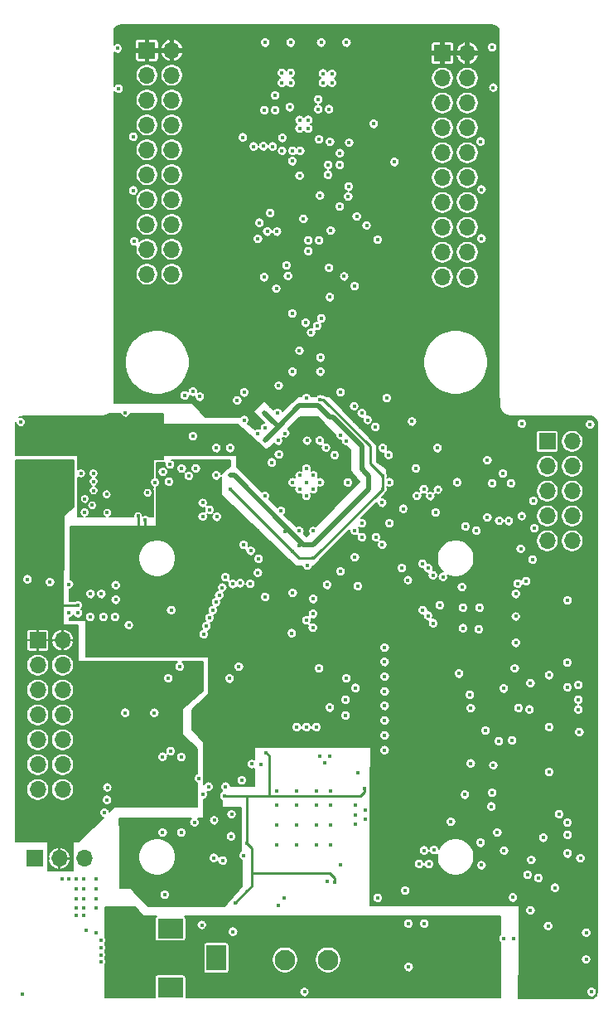
<source format=gbr>
%TF.GenerationSoftware,KiCad,Pcbnew,(5.1.6)-1*%
%TF.CreationDate,2020-12-21T13:22:22+01:00*%
%TF.ProjectId,PCB-Drone-With-FPGA,5043422d-4472-46f6-9e65-2d576974682d,rev?*%
%TF.SameCoordinates,Original*%
%TF.FileFunction,Copper,L3,Inr*%
%TF.FilePolarity,Positive*%
%FSLAX46Y46*%
G04 Gerber Fmt 4.6, Leading zero omitted, Abs format (unit mm)*
G04 Created by KiCad (PCBNEW (5.1.6)-1) date 2020-12-21 13:22:22*
%MOMM*%
%LPD*%
G01*
G04 APERTURE LIST*
%TA.AperFunction,ViaPad*%
%ADD10O,1.700000X1.700000*%
%TD*%
%TA.AperFunction,ViaPad*%
%ADD11R,1.700000X1.700000*%
%TD*%
%TA.AperFunction,ViaPad*%
%ADD12C,2.100000*%
%TD*%
%TA.AperFunction,ViaPad*%
%ADD13R,2.600000X2.000000*%
%TD*%
%TA.AperFunction,ViaPad*%
%ADD14R,2.000000X2.600000*%
%TD*%
%TA.AperFunction,ViaPad*%
%ADD15C,0.450000*%
%TD*%
%TA.AperFunction,Conductor*%
%ADD16C,0.250000*%
%TD*%
%TA.AperFunction,Conductor*%
%ADD17C,0.500000*%
%TD*%
%TA.AperFunction,Conductor*%
%ADD18C,0.293370*%
%TD*%
%TA.AperFunction,Conductor*%
%ADD19C,0.200000*%
%TD*%
%TA.AperFunction,Conductor*%
%ADD20C,0.127000*%
%TD*%
G04 APERTURE END LIST*
D10*
%TO.N,GND*%
%TO.C,J1004*%
X157170000Y-92970000D03*
%TO.N,JTAG_TDI*%
X154630000Y-92970000D03*
%TO.N,Net-(J1004-Pad8)*%
X157170000Y-90430000D03*
%TO.N,Net-(J1004-Pad7)*%
X154630000Y-90430000D03*
%TO.N,Net-(J1004-Pad6)*%
X157170000Y-87890000D03*
%TO.N,JTAG_TMS*%
X154630000Y-87890000D03*
%TO.N,VCCA*%
X157170000Y-85350000D03*
%TO.N,JTAG_TDO*%
X154630000Y-85350000D03*
%TO.N,GND*%
X157170000Y-82810000D03*
D11*
%TO.N,JTAG_TCK*%
X154630000Y-82810000D03*
%TD*%
D10*
%TO.N,GND*%
%TO.C,J1003*%
X146440000Y-66040000D03*
X143900000Y-66040000D03*
%TO.N,GPIO2-15*%
X146440000Y-63500000D03*
%TO.N,GPIO2-14*%
X143900000Y-63500000D03*
%TO.N,GPIO2-13*%
X146440000Y-60960000D03*
%TO.N,GPIO2-12*%
X143900000Y-60960000D03*
%TO.N,GPIO2-11*%
X146440000Y-58420000D03*
%TO.N,GPIO2-10*%
X143900000Y-58420000D03*
%TO.N,GPIO2-9*%
X146440000Y-55880000D03*
%TO.N,GPIO2-8*%
X143900000Y-55880000D03*
%TO.N,GPIO2-7*%
X146440000Y-53340000D03*
%TO.N,GPIO2-6*%
X143900000Y-53340000D03*
%TO.N,GPIO2-5*%
X146440000Y-50800000D03*
%TO.N,GPIO2-4*%
X143900000Y-50800000D03*
%TO.N,GPIO2-3*%
X146440000Y-48260000D03*
%TO.N,GPIO2-2*%
X143900000Y-48260000D03*
%TO.N,GPIO2-1*%
X146440000Y-45720000D03*
%TO.N,GPIO2-0*%
X143900000Y-45720000D03*
%TO.N,+3V3*%
X146440000Y-43180000D03*
D11*
X143900000Y-43180000D03*
%TD*%
D10*
%TO.N,GND*%
%TO.C,J1002*%
X105076000Y-118366000D03*
%TO.N,GNDA*%
X102536000Y-118366000D03*
%TO.N,ADC_CH2*%
X105076000Y-115826000D03*
%TO.N,ADC_CH3*%
X102536000Y-115826000D03*
%TO.N,ADC_CH4*%
X105076000Y-113286000D03*
%TO.N,ADC_CH5*%
X102536000Y-113286000D03*
%TO.N,ADC_CH6*%
X105076000Y-110746000D03*
%TO.N,ADC_CH7*%
X102536000Y-110746000D03*
%TO.N,5v_GPIO_5v_3*%
X105076000Y-108206000D03*
%TO.N,5v_GPIO_5v_2*%
X102536000Y-108206000D03*
%TO.N,5v_GPIO_5v_1*%
X105076000Y-105666000D03*
%TO.N,5v_GPIO_5v_0*%
X102536000Y-105666000D03*
%TO.N,+5V*%
X105076000Y-103126000D03*
D11*
X102536000Y-103126000D03*
%TD*%
D10*
%TO.N,GND*%
%TO.C,J1001*%
X116240000Y-65760000D03*
X113700000Y-65760000D03*
%TO.N,GPIO1-15*%
X116240000Y-63220000D03*
%TO.N,GPIO1-14*%
X113700000Y-63220000D03*
%TO.N,GPIO1-13*%
X116240000Y-60680000D03*
%TO.N,GPIO1-12*%
X113700000Y-60680000D03*
%TO.N,GPIO1-11*%
X116240000Y-58140000D03*
%TO.N,GPIO1-10*%
X113700000Y-58140000D03*
%TO.N,GPIO1-9*%
X116240000Y-55600000D03*
%TO.N,GPIO1-8*%
X113700000Y-55600000D03*
%TO.N,GPIO1-7*%
X116240000Y-53060000D03*
%TO.N,GPIO1-6*%
X113700000Y-53060000D03*
%TO.N,GPIO1-5*%
X116240000Y-50520000D03*
%TO.N,GPIO1-4*%
X113700000Y-50520000D03*
%TO.N,GPIO1-3*%
X116240000Y-47980000D03*
%TO.N,GPIO1-2*%
X113700000Y-47980000D03*
%TO.N,GPIO1-1*%
X116240000Y-45440000D03*
%TO.N,GPIO1-0*%
X113700000Y-45440000D03*
%TO.N,+3V3*%
X116240000Y-42900000D03*
D11*
X113700000Y-42900000D03*
%TD*%
D12*
%TO.N,GND*%
%TO.C,J601*%
X132200000Y-135760000D03*
X127800000Y-135760000D03*
%TD*%
D10*
%TO.N,/Power Distribution and Estimation/5v-plug*%
%TO.C,JP201*%
X107280000Y-125400000D03*
%TO.N,+5V*%
X104740000Y-125400000D03*
D11*
%TO.N,/Power Distribution and Estimation/5v-regulator*%
X102200000Y-125400000D03*
%TD*%
D13*
%TO.N,GND*%
%TO.C,J201*%
X116100000Y-138570000D03*
%TO.N,/Power Distribution and Estimation/5v-plug*%
X116100000Y-132570000D03*
D14*
%TO.N,Net-(J201-Pad3)*%
X120800000Y-135570000D03*
%TD*%
D15*
%TO.N,GND*%
X130200000Y-63400000D03*
X131300000Y-62300000D03*
X130200000Y-62300000D03*
X130200000Y-50900000D03*
X129300000Y-50900000D03*
X129300000Y-50000000D03*
X130200000Y-50000000D03*
X130000000Y-85600000D03*
X130707107Y-86292893D03*
X131400000Y-87000000D03*
X130707107Y-87692893D03*
X130000000Y-87000000D03*
X129292893Y-86307107D03*
X128600000Y-87000000D03*
X129292893Y-87707107D03*
X130000000Y-88400000D03*
X127190000Y-84160000D03*
X126460000Y-84970000D03*
X127130000Y-82750000D03*
X127846952Y-81992373D03*
X130057139Y-82749838D03*
X125770000Y-88410000D03*
X127410000Y-89910000D03*
X129280000Y-91970000D03*
X130700000Y-91980000D03*
X131360000Y-82740000D03*
X132000000Y-83450000D03*
X134230000Y-87020000D03*
X134070000Y-82760000D03*
X132888168Y-84230165D03*
X108230000Y-86090000D03*
X106960000Y-86090000D03*
X108250000Y-86910000D03*
X108250000Y-87850000D03*
X107350000Y-88700000D03*
X107330000Y-90070000D03*
X109640000Y-90100000D03*
X109590000Y-88230000D03*
X108100000Y-89340000D03*
X133511732Y-82188268D03*
X138400000Y-84200000D03*
X137800000Y-83500000D03*
X130100000Y-95500000D03*
X120800000Y-86300000D03*
X120100000Y-89800000D03*
X119400000Y-89100000D03*
X119400000Y-90500000D03*
X120835534Y-90535534D03*
X123600000Y-93400000D03*
X125100000Y-94800000D03*
X124300000Y-94000000D03*
X128600000Y-98300000D03*
X130000000Y-101100000D03*
X130650758Y-101849242D03*
X130679185Y-100435029D03*
X132121320Y-97478680D03*
X133500000Y-96100000D03*
X134949747Y-94650253D03*
X137100000Y-92600000D03*
X138500000Y-91200000D03*
X139899495Y-89699495D03*
X142000000Y-87700000D03*
X143435029Y-87749243D03*
X145400000Y-87000000D03*
X141300000Y-88400000D03*
X141185786Y-85585786D03*
X138500000Y-87000000D03*
X136263961Y-80636039D03*
X135656854Y-79943146D03*
X137043146Y-81343146D03*
X134878175Y-79221825D03*
X133492388Y-77807612D03*
X131414214Y-75714214D03*
X130000000Y-78400000D03*
X128585786Y-75714214D03*
X127171573Y-77128427D03*
X127071068Y-79928932D03*
X123636039Y-80636039D03*
X125757359Y-81457359D03*
X122200000Y-83500000D03*
X120807612Y-83507612D03*
X114500000Y-87000000D03*
X130707107Y-98917107D03*
X118694214Y-85585786D03*
X117979185Y-86350815D03*
X130475010Y-71720758D03*
X152000000Y-81010000D03*
X131000000Y-112000000D03*
X130000000Y-112000000D03*
X129000000Y-112000000D03*
X132400000Y-110000000D03*
X134000000Y-109200000D03*
X134000000Y-110800000D03*
X131300000Y-106000000D03*
X134075001Y-107024999D03*
X151675000Y-110054999D03*
X149675000Y-113430000D03*
X151025000Y-113355000D03*
X150175000Y-108055000D03*
X148300001Y-112355000D03*
X115305000Y-122780000D03*
X117205000Y-122780000D03*
X109380000Y-120755000D03*
X115305000Y-115025000D03*
X117205000Y-115065000D03*
X116105000Y-114435000D03*
X119015000Y-117225000D03*
X111485000Y-110535000D03*
X114465000Y-110535000D03*
X115890000Y-107010000D03*
X117050000Y-105810000D03*
X152991999Y-125572000D03*
X158585000Y-135727000D03*
X105750000Y-97400000D03*
X103800000Y-97200000D03*
X105700000Y-100350000D03*
X106650000Y-100350000D03*
X107950000Y-98400000D03*
X109050000Y-98400000D03*
X109250000Y-100750000D03*
X110500000Y-99000000D03*
X110450000Y-100750000D03*
X110500000Y-97500000D03*
X107900000Y-100750000D03*
X101500000Y-96900000D03*
X105000000Y-127500000D03*
X105750000Y-127500000D03*
X106500000Y-127500000D03*
X106500000Y-128500000D03*
X106500000Y-129500000D03*
X106500000Y-130500000D03*
X106500000Y-131250000D03*
X107250000Y-131250000D03*
X107250000Y-130500000D03*
X107250000Y-129500000D03*
X107250000Y-128500000D03*
X107250000Y-127500000D03*
X108500000Y-127500000D03*
X108500000Y-128500000D03*
X108500000Y-129500000D03*
X108500000Y-130500000D03*
X108500000Y-133000000D03*
X109000000Y-133750000D03*
X109000000Y-134500000D03*
X109000000Y-135250000D03*
X109000000Y-136000000D03*
X107500000Y-132750000D03*
X127705000Y-129460000D03*
X127000000Y-118500000D03*
X129000000Y-118500000D03*
X131000000Y-118500000D03*
X132500000Y-118500000D03*
X132500000Y-120000000D03*
X132500000Y-122000000D03*
X132500000Y-124000000D03*
X131000000Y-120000000D03*
X129000000Y-120000000D03*
X127000000Y-120000000D03*
X129000000Y-122000000D03*
X131000000Y-122000000D03*
X131000000Y-124000000D03*
X129000000Y-124000000D03*
X127000000Y-124000000D03*
X132110008Y-127780000D03*
X122350000Y-120910000D03*
X118395826Y-77745826D03*
X119106091Y-78253909D03*
X117550000Y-78118348D03*
X122300000Y-123150000D03*
X121745000Y-118065000D03*
X123400000Y-117430000D03*
X124400000Y-115770000D03*
X125350110Y-115810110D03*
X135220000Y-116670000D03*
X133480000Y-126020000D03*
X122500000Y-132890000D03*
X127110000Y-130240000D03*
X118551120Y-121705249D03*
X115530000Y-129130000D03*
X119310000Y-132200000D03*
X123580000Y-125100000D03*
X156705000Y-99075000D03*
X146810006Y-110080000D03*
X127000000Y-122000000D03*
X116182423Y-100050000D03*
X122140000Y-107040000D03*
X123095000Y-105825000D03*
X135020006Y-108000000D03*
X125800000Y-98700000D03*
X111850000Y-101590000D03*
X150140000Y-133590000D03*
X151140000Y-133590000D03*
X158600000Y-132980000D03*
X145590000Y-106530000D03*
X146690000Y-108700000D03*
X113760000Y-88070000D03*
X127000000Y-61400000D03*
X126000000Y-61400000D03*
X125200000Y-60500000D03*
X126300000Y-59500000D03*
X125050000Y-62160000D03*
X127960000Y-64850000D03*
X128110000Y-65930000D03*
X126920000Y-67230000D03*
X125680000Y-66060000D03*
X133860000Y-65980000D03*
X134940000Y-66980000D03*
X137270000Y-62230000D03*
X136150000Y-60780000D03*
X135140000Y-59860000D03*
X134320000Y-56800000D03*
X134270000Y-57820000D03*
X133420000Y-58850000D03*
X132410000Y-52250000D03*
X133430000Y-53380000D03*
X132220000Y-54600000D03*
X132190000Y-55600000D03*
X134370000Y-52340000D03*
X133410000Y-54580000D03*
X129360000Y-53150000D03*
X128590000Y-53140000D03*
X127510000Y-53140000D03*
X128570000Y-54210000D03*
X127530000Y-51840000D03*
X126550000Y-52700000D03*
X125600000Y-52690000D03*
X124600000Y-52700000D03*
X123500000Y-51770000D03*
X126800000Y-47500000D03*
X128400000Y-46200000D03*
X128300000Y-48700000D03*
X126800000Y-49000000D03*
X125700000Y-49000000D03*
X131700000Y-45260000D03*
X131700000Y-46200000D03*
X132600000Y-45300000D03*
X132600000Y-46200000D03*
X128400000Y-45200000D03*
X127500000Y-45200000D03*
X127500000Y-46200000D03*
X134100000Y-42100000D03*
X131500000Y-42100000D03*
X128400000Y-42100000D03*
X125800000Y-42100000D03*
X129700000Y-60100000D03*
X132400000Y-68100000D03*
X132300000Y-65100000D03*
X132500000Y-61300000D03*
X131300000Y-52000000D03*
X131200000Y-48900000D03*
X131200000Y-47900000D03*
X132300000Y-48900000D03*
X131400000Y-57700000D03*
X129300000Y-55700000D03*
X145900000Y-97700000D03*
X146000000Y-99800000D03*
X147700000Y-99800000D03*
X146000000Y-101900000D03*
X147600000Y-102000000D03*
X151400000Y-100700000D03*
X151400000Y-98400000D03*
X151400000Y-103400000D03*
X151300000Y-106000000D03*
X152800000Y-110200000D03*
X154800000Y-106700000D03*
X154800000Y-112000000D03*
X154800000Y-116600000D03*
X157800000Y-107700000D03*
X157800000Y-109200000D03*
X157800000Y-110200000D03*
X157900000Y-112500000D03*
X152900000Y-107500000D03*
X158000000Y-125400000D03*
X156700000Y-124900000D03*
X156700000Y-123000000D03*
X154200000Y-123300000D03*
X147800000Y-123800000D03*
X147900000Y-126100000D03*
X150200000Y-124600000D03*
X151100000Y-129400000D03*
X152900000Y-130700000D03*
X154700000Y-132300000D03*
X152600000Y-127100000D03*
X153700000Y-127400000D03*
X155400000Y-128400000D03*
X151900000Y-93800000D03*
X153100000Y-94900000D03*
X153300000Y-91700000D03*
X153200000Y-88900000D03*
X149000000Y-87100000D03*
X150100000Y-86100000D03*
X150900000Y-87100000D03*
X146800000Y-115700000D03*
X149100000Y-115900000D03*
X149000000Y-118700000D03*
X148900000Y-120100000D03*
X146200000Y-118900000D03*
X128500000Y-102400000D03*
X112300000Y-51700000D03*
X112300000Y-57200000D03*
X112400000Y-62400000D03*
X139000000Y-54300000D03*
X110800000Y-46800000D03*
X110700000Y-42700000D03*
X149100000Y-46700000D03*
X149000000Y-42600000D03*
X147800000Y-52200000D03*
X147900000Y-57100000D03*
X147900000Y-62100000D03*
X140100000Y-128700000D03*
X140800000Y-80800000D03*
X138200000Y-78400000D03*
X143400000Y-83500000D03*
X118400000Y-82300000D03*
X111500000Y-79900000D03*
X148500000Y-90600000D03*
X100950000Y-139300000D03*
X159150000Y-139050000D03*
X129800000Y-139050000D03*
X159000000Y-81100000D03*
X100800000Y-80850000D03*
%TO.N,+3V3*%
X120100505Y-86999495D03*
X119400000Y-87700000D03*
X120821320Y-89121320D03*
X122221825Y-90621825D03*
X123649747Y-91949747D03*
X125050253Y-91950253D03*
X125050253Y-93250253D03*
X125871068Y-94071068D03*
X127793398Y-97606602D03*
X129999495Y-96899495D03*
X129306602Y-97606602D03*
X131414214Y-96885786D03*
X132828427Y-95471573D03*
X134242641Y-93957359D03*
X129292893Y-100407107D03*
X136942641Y-91242641D03*
X137800000Y-90500000D03*
X139192388Y-88992388D03*
X140606602Y-87593398D03*
X140606602Y-86306602D03*
X139207107Y-86292893D03*
X143407107Y-86292893D03*
X134171068Y-79928932D03*
X135543146Y-81343146D03*
X134949747Y-80749747D03*
X136249747Y-82050253D03*
X137071068Y-82871068D03*
X131299495Y-77100505D03*
X132121320Y-77821320D03*
X130000000Y-77100000D03*
X129292893Y-76407107D03*
X128485281Y-78514719D03*
X126378175Y-79221825D03*
X125050253Y-80749747D03*
X122078680Y-84878680D03*
X132500000Y-107000000D03*
X149175000Y-108105000D03*
X107500000Y-92000000D03*
X108250000Y-92000000D03*
X109000000Y-92000000D03*
X109250000Y-94500000D03*
X107750000Y-94500000D03*
X110500000Y-96000000D03*
X110500000Y-95000000D03*
X110500000Y-94000000D03*
X120530000Y-129060000D03*
X116420000Y-123680000D03*
X119940000Y-123290000D03*
X123060000Y-124200000D03*
X156655000Y-97805000D03*
X145960000Y-116840000D03*
X145990000Y-111630000D03*
X114784997Y-87710000D03*
X121045000Y-105795000D03*
X133400000Y-104500000D03*
X139000022Y-102200000D03*
X111860000Y-98140000D03*
X113530000Y-101890000D03*
X154750000Y-124800000D03*
X155410000Y-125570000D03*
X146820000Y-104220000D03*
X146020000Y-104240000D03*
X144320000Y-115420000D03*
X144160000Y-102840000D03*
X152900000Y-113570000D03*
X152260000Y-115320000D03*
X113520000Y-90810000D03*
X112790000Y-90440000D03*
X115611500Y-91440000D03*
X131180000Y-72390000D03*
X123660000Y-50690000D03*
X124580000Y-49790000D03*
X125080000Y-63150000D03*
X125640000Y-64040000D03*
%TO.N,nRF_CE*%
X136880000Y-50400000D03*
X128560000Y-69770000D03*
%TO.N,nRF_IRQ*%
X131430000Y-74270000D03*
%TO.N,nRF_MISO*%
X131521606Y-70258510D03*
%TO.N,nRF_MOSI*%
X131110000Y-71050000D03*
%TO.N,nRF_SCLK*%
X129910000Y-70720000D03*
%TO.N,nRF_CSn*%
X129290000Y-73560000D03*
%TO.N,+10V*%
X112000000Y-131000000D03*
X112000000Y-131750000D03*
X112000000Y-132500000D03*
X112000000Y-133250000D03*
X111250000Y-131000000D03*
X111250000Y-131750000D03*
X111250000Y-132500000D03*
X111250000Y-133250000D03*
X148140000Y-133360000D03*
X148140000Y-132360000D03*
X148140000Y-136360000D03*
X148140000Y-137360000D03*
%TO.N,+5V*%
X118455000Y-119655000D03*
X118455000Y-117980000D03*
X119100000Y-105840000D03*
X106630000Y-99578000D03*
X101500000Y-100750000D03*
X102750000Y-100750000D03*
X104000000Y-100750000D03*
X101500000Y-98650000D03*
X102750000Y-85000000D03*
X102750000Y-86000000D03*
X102750000Y-87000000D03*
X102750000Y-88000000D03*
X102750000Y-88750000D03*
X103750000Y-88750000D03*
X104750000Y-88750000D03*
X105750000Y-88750000D03*
X103750000Y-88000000D03*
X103750000Y-87000000D03*
X103750000Y-86000000D03*
X103750000Y-85000000D03*
%TO.N,+1V2*%
X128590000Y-84190000D03*
X129292893Y-83507107D03*
X127835534Y-83464466D03*
X128585786Y-82714214D03*
X131414214Y-84175786D03*
X132121320Y-84878680D03*
X132823427Y-85586573D03*
X133547107Y-86292893D03*
X127921320Y-84878680D03*
X127171573Y-85578427D03*
X126472893Y-86292893D03*
X127171573Y-88418427D03*
X127860000Y-89100000D03*
X128585786Y-89824214D03*
X129310000Y-90500000D03*
X130000000Y-91290000D03*
X131391573Y-89828427D03*
X132121320Y-89128680D03*
X132822640Y-88414214D03*
X133490000Y-83460000D03*
X132830000Y-82760000D03*
X126460000Y-87710000D03*
X130710000Y-90530000D03*
X130707107Y-83482893D03*
X125770000Y-87010000D03*
X100450000Y-82260000D03*
X114000000Y-81750000D03*
X113250000Y-81750000D03*
X112500000Y-81750000D03*
X111750000Y-81750000D03*
X111750000Y-82500000D03*
X111750000Y-83250000D03*
X111750000Y-84000000D03*
X111750000Y-84750000D03*
X111750000Y-85500000D03*
X111750000Y-86250000D03*
X112500000Y-86250000D03*
X113250000Y-86250000D03*
X114000000Y-86250000D03*
X114000000Y-85500000D03*
X114000000Y-84750000D03*
X114000000Y-84000000D03*
X114000000Y-83250000D03*
X114000000Y-82500000D03*
X111750000Y-87000000D03*
X111750000Y-87750000D03*
X111750000Y-88500000D03*
X111750000Y-89250000D03*
X111750000Y-90000000D03*
X134200000Y-85600000D03*
X117070000Y-81340000D03*
X118090000Y-81310000D03*
%TO.N,BNO_SCL*%
X142664214Y-88414214D03*
X147384571Y-91935429D03*
X143210000Y-90101490D03*
%TO.N,BNO_SDA*%
X146250000Y-91510000D03*
%TO.N,BNO_NRESET*%
X150690000Y-90960000D03*
%TO.N,ICM_FSYNC*%
X121410560Y-97740000D03*
%TO.N,ICM_INT*%
X121735231Y-96695231D03*
%TO.N,ICM_CSn*%
X122450233Y-97391172D03*
%TO.N,ICM_MISO*%
X123226125Y-97306124D03*
%TO.N,ICM_MOSI*%
X125050000Y-96220000D03*
%TO.N,ICM_SCLK*%
X124266323Y-97376323D03*
%TO.N,BNO_INT*%
X149710000Y-90930002D03*
%TO.N,DPS_CSn*%
X115335007Y-85944993D03*
%TO.N,DPS_MOSI*%
X115935437Y-86938259D03*
%TO.N,DPS_SCLK*%
X116060000Y-85190000D03*
%TO.N,DPS_MISO*%
X117260000Y-85600000D03*
%TO.N,ADC_CH1*%
X142050000Y-132060000D03*
X109650000Y-118150000D03*
X140420000Y-132070000D03*
X119990000Y-118069998D03*
%TO.N,ADC_CH0*%
X109615000Y-119425000D03*
X119420000Y-118850000D03*
X137282500Y-129432500D03*
%TO.N,/USB and Flash Memory/EECLK*%
X120550000Y-125350000D03*
%TO.N,/USB and Flash Memory/EEDATA*%
X120570000Y-121520000D03*
%TO.N,/USB and Flash Memory/EECS*%
X121440000Y-125620000D03*
%TO.N,JTAG_TDI*%
X134940000Y-91930000D03*
%TO.N,JTAG_TMS*%
X139760000Y-95760000D03*
%TO.N,JTAG_TDO*%
X135670000Y-92610000D03*
%TO.N,JTAG_TCK*%
X137750000Y-93375000D03*
%TO.N,Conf_flash_MISO*%
X144775521Y-121660000D03*
%TO.N,Conf_flash_CSn*%
X155820000Y-120870000D03*
%TO.N,Conf_flash_MOSI*%
X156675000Y-105425000D03*
X156680005Y-107920005D03*
X156679998Y-121750000D03*
%TO.N,Conf_flash_CLK*%
X149520000Y-122770000D03*
%TO.N,User_flash_IO3*%
X143630000Y-99550000D03*
X143950000Y-96650000D03*
X143028510Y-124550000D03*
%TO.N,User_flash_CLK*%
X151580000Y-97340000D03*
%TO.N,User_flash_IO0*%
X152460000Y-97080000D03*
%TO.N,User_flash_IO2*%
X142926378Y-96500605D03*
X142960000Y-101390000D03*
X142529684Y-125998826D03*
%TO.N,User_flash_IO1*%
X142437868Y-95780000D03*
X142010000Y-124590000D03*
X142430000Y-100630000D03*
%TO.N,User_flash_CSn*%
X141863021Y-95312610D03*
X141510000Y-125950000D03*
X141900000Y-100050000D03*
%TO.N,VCCA*%
X129290000Y-79160000D03*
X125720000Y-79920000D03*
X125740000Y-82750000D03*
X122200000Y-86300000D03*
X130720000Y-93360000D03*
X136380000Y-87700000D03*
X129233024Y-93423830D03*
X127818811Y-92009616D03*
X148500000Y-84750000D03*
X152010000Y-90460000D03*
%TO.N,VCCD_PLL*%
X122220000Y-87710000D03*
X130690000Y-94770000D03*
X137760000Y-87680000D03*
X131400000Y-78520000D03*
X137760000Y-86360000D03*
X128605000Y-94095000D03*
%TO.N,/FPGA Part 3/CONF_DONE*%
X125050000Y-82050000D03*
%TO.N,/FPGA Part 3/~CONFIG*%
X135656854Y-91193146D03*
%TO.N,/FPGA Part 3/~STATUS*%
X137750000Y-89090000D03*
%TO.N,/FPGA Part 3/INIT_DONE*%
X122928932Y-78628932D03*
%TO.N,/FPGA Part 3/CRC_ERROR*%
X123650000Y-77825000D03*
%TO.N,/FPGA Part 3/~CE*%
X140380000Y-96990000D03*
%TO.N,/USB and Flash Memory/3v3-USB*%
X132875000Y-127855000D03*
X123925000Y-123835000D03*
X135935000Y-118275000D03*
X122730000Y-129920000D03*
X121610000Y-119029998D03*
X125870000Y-114600000D03*
%TO.N,FTDI-ACBUS7*%
X120102520Y-100830000D03*
%TO.N,FTDI-ACBUS6*%
X120429530Y-100040000D03*
%TO.N,FTDI-ACBUS5*%
X120756540Y-99230000D03*
%TO.N,FTDI-ACBUS4*%
X121083550Y-98520000D03*
%TO.N,FTDI-ACBUS3*%
X131340000Y-115000000D03*
%TO.N,FTDI-ACBUS2*%
X131840000Y-115620000D03*
%TO.N,FTDI-ACBUS1*%
X132340000Y-115000000D03*
%TO.N,FTDI-ACBUS0*%
X135000000Y-119940000D03*
%TO.N,FTDI-ADBUS7*%
X136000000Y-120440000D03*
%TO.N,FTDI-ADBUS6*%
X135000000Y-120940000D03*
%TO.N,FTDI-ADBUS5*%
X136000000Y-121440000D03*
%TO.N,FTDI-ADBUS4*%
X135000000Y-121930000D03*
%TO.N,/Engine signals\u002C LEDs\u002C and GPIO/VBAT*%
X140460000Y-136500000D03*
%TO.N,FTDI-ACBUS9*%
X119500000Y-102499996D03*
%TO.N,FTDI-ACBUS8*%
X119775510Y-101680000D03*
%TO.N,USERLED0*%
X138000000Y-114340000D03*
%TO.N,USERLED1*%
X138000000Y-112830000D03*
%TO.N,USERLED2*%
X138000000Y-111320000D03*
%TO.N,USERLED3*%
X138000000Y-109830000D03*
%TO.N,USERLED4*%
X138000000Y-108340000D03*
%TO.N,USERLED5*%
X138000000Y-106840000D03*
%TO.N,USERLED6*%
X138000000Y-105350000D03*
%TO.N,USERLED7*%
X138000000Y-103880000D03*
%TO.N,/FPGA Part 3/FPGA-CLOCK-50*%
X135246602Y-97606602D03*
%TD*%
D16*
%TO.N,+3V3*%
X112790000Y-90440000D02*
X112790000Y-91560000D01*
X113520000Y-90810000D02*
X113520000Y-91500000D01*
X115611500Y-91440000D02*
X115611500Y-91688500D01*
%TO.N,+5V*%
X118455000Y-106485000D02*
X119100000Y-105840000D01*
X118455000Y-117980000D02*
X118455000Y-119655000D01*
X106630000Y-99578000D02*
X104828000Y-99578000D01*
%TO.N,VCCA*%
X125740000Y-82760000D02*
X125740000Y-82750000D01*
D17*
X125720000Y-79920000D02*
X126450000Y-80650000D01*
X127100000Y-81300000D02*
X126450000Y-80650000D01*
X125740000Y-82750000D02*
X127100000Y-81390000D01*
X127100000Y-81390000D02*
X127100000Y-81300000D01*
X127100000Y-81350000D02*
X127100000Y-81390000D01*
X129290000Y-79160000D02*
X127100000Y-81350000D01*
X122610998Y-86300000D02*
X122200000Y-86300000D01*
X130720000Y-93360000D02*
X129670998Y-93360000D01*
X129325001Y-79195001D02*
X129290000Y-79160000D01*
X131231147Y-79195001D02*
X129325001Y-79195001D01*
X132368073Y-80331927D02*
X131231147Y-79195001D01*
X132710000Y-80331927D02*
X132368073Y-80331927D01*
X135723305Y-83345232D02*
X132710000Y-80331927D01*
X136380000Y-87700000D02*
X136380000Y-86380000D01*
X135723305Y-85647159D02*
X135723305Y-83345232D01*
X136380000Y-86380000D02*
X135848305Y-85848305D01*
X135848305Y-85848305D02*
X135848305Y-85772159D01*
X135848305Y-85772159D02*
X135723305Y-85647159D01*
D16*
X128770499Y-92459501D02*
X128770499Y-92582798D01*
X129440499Y-93216355D02*
X129233024Y-93423830D01*
D17*
X129440499Y-93129501D02*
X128770499Y-92459501D01*
D16*
X129440499Y-93129501D02*
X129440499Y-93216355D01*
D17*
X129670998Y-93360000D02*
X129440499Y-93129501D01*
D16*
X128048926Y-91779501D02*
X127818811Y-92009616D01*
D17*
X128090499Y-91779501D02*
X122610998Y-86300000D01*
D16*
X128090499Y-91779501D02*
X128048926Y-91779501D01*
D17*
X128770499Y-92459501D02*
X128090499Y-91779501D01*
X130720000Y-93355000D02*
X130720000Y-93360000D01*
X136380000Y-87700000D02*
X136375000Y-87700000D01*
X136375000Y-87700000D02*
X130720000Y-93355000D01*
D16*
%TO.N,VCCD_PLL*%
X130690000Y-94750000D02*
X130690000Y-94770000D01*
X137760000Y-87680000D02*
X130690000Y-94750000D01*
D18*
X129280000Y-94770000D02*
X130690000Y-94770000D01*
X122220000Y-87710000D02*
X128605000Y-94095000D01*
X136500000Y-83278072D02*
X131741928Y-78520000D01*
X131741928Y-78520000D02*
X131400000Y-78520000D01*
X136500000Y-85100000D02*
X136500000Y-83278072D01*
X137760000Y-87680000D02*
X137760000Y-86360000D01*
X137760000Y-86360000D02*
X136500000Y-85100000D01*
X137760000Y-86360000D02*
X137760000Y-86360000D01*
X128605000Y-94095000D02*
X129280000Y-94770000D01*
D16*
%TO.N,/USB and Flash Memory/3v3-USB*%
X123925000Y-119045000D02*
X123925000Y-123835000D01*
X123935000Y-119035000D02*
X123925000Y-119045000D01*
X123935000Y-119035000D02*
X123950001Y-119050001D01*
X135935000Y-118645000D02*
X135935000Y-118275000D01*
X135529999Y-119050001D02*
X135935000Y-118645000D01*
X123950001Y-119050001D02*
X126180001Y-119050001D01*
X126180001Y-119050001D02*
X135529999Y-119050001D01*
X123925000Y-128725000D02*
X122730000Y-129920000D01*
X132875000Y-127855000D02*
X132875000Y-127385000D01*
X132875000Y-127385000D02*
X132410000Y-126920000D01*
X123925000Y-123835000D02*
X124430000Y-124340000D01*
X124430000Y-128220000D02*
X123925000Y-128725000D01*
X124460000Y-126920000D02*
X124430000Y-126890000D01*
X132410000Y-126920000D02*
X124460000Y-126920000D01*
X124430000Y-124340000D02*
X124430000Y-126890000D01*
X124430000Y-126890000D02*
X124430000Y-128220000D01*
X121615002Y-119035000D02*
X121610000Y-119029998D01*
X123935000Y-119035000D02*
X121615002Y-119035000D01*
X126180001Y-119050001D02*
X126180001Y-114910001D01*
X126180001Y-114910001D02*
X125870000Y-114600000D01*
%TD*%
D19*
%TO.N,+1V2*%
G36*
X132627046Y-81868394D02*
G01*
X132629289Y-81870711D01*
X132986732Y-82228154D01*
X132986732Y-82239976D01*
X133006908Y-82341405D01*
X133046483Y-82436949D01*
X133103938Y-82522936D01*
X133177064Y-82596062D01*
X133263051Y-82653517D01*
X133358595Y-82693092D01*
X133460024Y-82713268D01*
X133471846Y-82713268D01*
X133545000Y-82786422D01*
X133545000Y-82811708D01*
X133565176Y-82913137D01*
X133604751Y-83008681D01*
X133662206Y-83094668D01*
X133735332Y-83167794D01*
X133821319Y-83225249D01*
X133916863Y-83264824D01*
X134018292Y-83285000D01*
X134043578Y-83285000D01*
X134500000Y-83741422D01*
X134500000Y-85800000D01*
X134501921Y-85819509D01*
X134507612Y-85838268D01*
X134521208Y-85861577D01*
X135397306Y-86982605D01*
X130956176Y-91519759D01*
X130948681Y-91514751D01*
X130853137Y-91475176D01*
X130751708Y-91455000D01*
X130648292Y-91455000D01*
X130546863Y-91475176D01*
X130451319Y-91514751D01*
X130365332Y-91572206D01*
X130292206Y-91645332D01*
X130234751Y-91731319D01*
X130195176Y-91826863D01*
X130175000Y-91928292D01*
X130175000Y-92031708D01*
X130195176Y-92133137D01*
X130234751Y-92228681D01*
X130245910Y-92245382D01*
X129979115Y-92517946D01*
X129718686Y-92258434D01*
X129745249Y-92218681D01*
X129784824Y-92123137D01*
X129805000Y-92021708D01*
X129805000Y-91918292D01*
X129784824Y-91816863D01*
X129745249Y-91721319D01*
X129687794Y-91635332D01*
X129614668Y-91562206D01*
X129528681Y-91504751D01*
X129433137Y-91465176D01*
X129331708Y-91445000D01*
X129228292Y-91445000D01*
X129126863Y-91465176D01*
X129031319Y-91504751D01*
X128990027Y-91532341D01*
X127757905Y-90304557D01*
X127817794Y-90244668D01*
X127875249Y-90158681D01*
X127914824Y-90063137D01*
X127935000Y-89961708D01*
X127935000Y-89858292D01*
X127914824Y-89756863D01*
X127875249Y-89661319D01*
X127817794Y-89575332D01*
X127744668Y-89502206D01*
X127658681Y-89444751D01*
X127563137Y-89405176D01*
X127461708Y-89385000D01*
X127358292Y-89385000D01*
X127256863Y-89405176D01*
X127161319Y-89444751D01*
X127075332Y-89502206D01*
X127014133Y-89563405D01*
X126183673Y-88735869D01*
X126235249Y-88658681D01*
X126274824Y-88563137D01*
X126295000Y-88461708D01*
X126295000Y-88358292D01*
X126274824Y-88256863D01*
X126235249Y-88161319D01*
X126177794Y-88075332D01*
X126104668Y-88002206D01*
X126018681Y-87944751D01*
X125923137Y-87905176D01*
X125821708Y-87885000D01*
X125718292Y-87885000D01*
X125616863Y-87905176D01*
X125521319Y-87944751D01*
X125442567Y-87997372D01*
X124421081Y-86979483D01*
X124436203Y-86948292D01*
X128075000Y-86948292D01*
X128075000Y-87051708D01*
X128095176Y-87153137D01*
X128134751Y-87248681D01*
X128192206Y-87334668D01*
X128265332Y-87407794D01*
X128351319Y-87465249D01*
X128446863Y-87504824D01*
X128548292Y-87525000D01*
X128651708Y-87525000D01*
X128753137Y-87504824D01*
X128819876Y-87477180D01*
X128788069Y-87553970D01*
X128767893Y-87655399D01*
X128767893Y-87758815D01*
X128788069Y-87860244D01*
X128827644Y-87955788D01*
X128885099Y-88041775D01*
X128958225Y-88114901D01*
X129044212Y-88172356D01*
X129139756Y-88211931D01*
X129241185Y-88232107D01*
X129344601Y-88232107D01*
X129446030Y-88211931D01*
X129522820Y-88180124D01*
X129495176Y-88246863D01*
X129475000Y-88348292D01*
X129475000Y-88451708D01*
X129495176Y-88553137D01*
X129534751Y-88648681D01*
X129592206Y-88734668D01*
X129665332Y-88807794D01*
X129751319Y-88865249D01*
X129846863Y-88904824D01*
X129948292Y-88925000D01*
X130051708Y-88925000D01*
X130153137Y-88904824D01*
X130248681Y-88865249D01*
X130334668Y-88807794D01*
X130407794Y-88734668D01*
X130465249Y-88648681D01*
X130504824Y-88553137D01*
X130525000Y-88451708D01*
X130525000Y-88348292D01*
X130504824Y-88246863D01*
X130470073Y-88162966D01*
X130553970Y-88197717D01*
X130655399Y-88217893D01*
X130758815Y-88217893D01*
X130860244Y-88197717D01*
X130955788Y-88158142D01*
X131041775Y-88100687D01*
X131114901Y-88027561D01*
X131172356Y-87941574D01*
X131211931Y-87846030D01*
X131232107Y-87744601D01*
X131232107Y-87641185D01*
X131211931Y-87539756D01*
X131187231Y-87480124D01*
X131246863Y-87504824D01*
X131348292Y-87525000D01*
X131451708Y-87525000D01*
X131553137Y-87504824D01*
X131648681Y-87465249D01*
X131734668Y-87407794D01*
X131807794Y-87334668D01*
X131865249Y-87248681D01*
X131904824Y-87153137D01*
X131925000Y-87051708D01*
X131925000Y-86968292D01*
X133705000Y-86968292D01*
X133705000Y-87071708D01*
X133725176Y-87173137D01*
X133764751Y-87268681D01*
X133822206Y-87354668D01*
X133895332Y-87427794D01*
X133981319Y-87485249D01*
X134076863Y-87524824D01*
X134178292Y-87545000D01*
X134281708Y-87545000D01*
X134383137Y-87524824D01*
X134478681Y-87485249D01*
X134564668Y-87427794D01*
X134637794Y-87354668D01*
X134695249Y-87268681D01*
X134734824Y-87173137D01*
X134755000Y-87071708D01*
X134755000Y-86968292D01*
X134734824Y-86866863D01*
X134695249Y-86771319D01*
X134637794Y-86685332D01*
X134564668Y-86612206D01*
X134478681Y-86554751D01*
X134383137Y-86515176D01*
X134281708Y-86495000D01*
X134178292Y-86495000D01*
X134076863Y-86515176D01*
X133981319Y-86554751D01*
X133895332Y-86612206D01*
X133822206Y-86685332D01*
X133764751Y-86771319D01*
X133725176Y-86866863D01*
X133705000Y-86968292D01*
X131925000Y-86968292D01*
X131925000Y-86948292D01*
X131904824Y-86846863D01*
X131865249Y-86751319D01*
X131807794Y-86665332D01*
X131734668Y-86592206D01*
X131648681Y-86534751D01*
X131553137Y-86495176D01*
X131451708Y-86475000D01*
X131348292Y-86475000D01*
X131246863Y-86495176D01*
X131180124Y-86522820D01*
X131211931Y-86446030D01*
X131232107Y-86344601D01*
X131232107Y-86241185D01*
X131211931Y-86139756D01*
X131172356Y-86044212D01*
X131114901Y-85958225D01*
X131041775Y-85885099D01*
X130955788Y-85827644D01*
X130860244Y-85788069D01*
X130758815Y-85767893D01*
X130655399Y-85767893D01*
X130553970Y-85788069D01*
X130477180Y-85819876D01*
X130504824Y-85753137D01*
X130525000Y-85651708D01*
X130525000Y-85548292D01*
X130504824Y-85446863D01*
X130465249Y-85351319D01*
X130407794Y-85265332D01*
X130334668Y-85192206D01*
X130248681Y-85134751D01*
X130153137Y-85095176D01*
X130051708Y-85075000D01*
X129948292Y-85075000D01*
X129846863Y-85095176D01*
X129751319Y-85134751D01*
X129665332Y-85192206D01*
X129592206Y-85265332D01*
X129534751Y-85351319D01*
X129495176Y-85446863D01*
X129475000Y-85548292D01*
X129475000Y-85651708D01*
X129495176Y-85753137D01*
X129529927Y-85837034D01*
X129446030Y-85802283D01*
X129344601Y-85782107D01*
X129241185Y-85782107D01*
X129139756Y-85802283D01*
X129044212Y-85841858D01*
X128958225Y-85899313D01*
X128885099Y-85972439D01*
X128827644Y-86058426D01*
X128788069Y-86153970D01*
X128767893Y-86255399D01*
X128767893Y-86358815D01*
X128788069Y-86460244D01*
X128812769Y-86519876D01*
X128753137Y-86495176D01*
X128651708Y-86475000D01*
X128548292Y-86475000D01*
X128446863Y-86495176D01*
X128351319Y-86534751D01*
X128265332Y-86592206D01*
X128192206Y-86665332D01*
X128134751Y-86751319D01*
X128095176Y-86846863D01*
X128075000Y-86948292D01*
X124436203Y-86948292D01*
X125420445Y-84918292D01*
X125935000Y-84918292D01*
X125935000Y-85021708D01*
X125955176Y-85123137D01*
X125994751Y-85218681D01*
X126052206Y-85304668D01*
X126125332Y-85377794D01*
X126211319Y-85435249D01*
X126306863Y-85474824D01*
X126408292Y-85495000D01*
X126511708Y-85495000D01*
X126613137Y-85474824D01*
X126708681Y-85435249D01*
X126794668Y-85377794D01*
X126867794Y-85304668D01*
X126925249Y-85218681D01*
X126964824Y-85123137D01*
X126985000Y-85021708D01*
X126985000Y-84918292D01*
X126964824Y-84816863D01*
X126925249Y-84721319D01*
X126867794Y-84635332D01*
X126794668Y-84562206D01*
X126708681Y-84504751D01*
X126613137Y-84465176D01*
X126511708Y-84445000D01*
X126408292Y-84445000D01*
X126306863Y-84465176D01*
X126211319Y-84504751D01*
X126125332Y-84562206D01*
X126052206Y-84635332D01*
X125994751Y-84721319D01*
X125955176Y-84816863D01*
X125935000Y-84918292D01*
X125420445Y-84918292D01*
X125813172Y-84108292D01*
X126665000Y-84108292D01*
X126665000Y-84211708D01*
X126685176Y-84313137D01*
X126724751Y-84408681D01*
X126782206Y-84494668D01*
X126855332Y-84567794D01*
X126941319Y-84625249D01*
X127036863Y-84664824D01*
X127138292Y-84685000D01*
X127241708Y-84685000D01*
X127343137Y-84664824D01*
X127438681Y-84625249D01*
X127524668Y-84567794D01*
X127597794Y-84494668D01*
X127655249Y-84408681D01*
X127694824Y-84313137D01*
X127715000Y-84211708D01*
X127715000Y-84178457D01*
X132363168Y-84178457D01*
X132363168Y-84281873D01*
X132383344Y-84383302D01*
X132422919Y-84478846D01*
X132480374Y-84564833D01*
X132553500Y-84637959D01*
X132639487Y-84695414D01*
X132735031Y-84734989D01*
X132836460Y-84755165D01*
X132939876Y-84755165D01*
X133041305Y-84734989D01*
X133136849Y-84695414D01*
X133222836Y-84637959D01*
X133295962Y-84564833D01*
X133353417Y-84478846D01*
X133392992Y-84383302D01*
X133413168Y-84281873D01*
X133413168Y-84178457D01*
X133392992Y-84077028D01*
X133353417Y-83981484D01*
X133295962Y-83895497D01*
X133222836Y-83822371D01*
X133136849Y-83764916D01*
X133041305Y-83725341D01*
X132939876Y-83705165D01*
X132836460Y-83705165D01*
X132735031Y-83725341D01*
X132639487Y-83764916D01*
X132553500Y-83822371D01*
X132480374Y-83895497D01*
X132422919Y-83981484D01*
X132383344Y-84077028D01*
X132363168Y-84178457D01*
X127715000Y-84178457D01*
X127715000Y-84108292D01*
X127694824Y-84006863D01*
X127655249Y-83911319D01*
X127597794Y-83825332D01*
X127524668Y-83752206D01*
X127438681Y-83694751D01*
X127343137Y-83655176D01*
X127241708Y-83635000D01*
X127138292Y-83635000D01*
X127036863Y-83655176D01*
X126941319Y-83694751D01*
X126855332Y-83752206D01*
X126782206Y-83825332D01*
X126724751Y-83911319D01*
X126685176Y-84006863D01*
X126665000Y-84108292D01*
X125813172Y-84108292D01*
X125982951Y-83758125D01*
X126687550Y-83032802D01*
X126722206Y-83084668D01*
X126795332Y-83157794D01*
X126881319Y-83215249D01*
X126976863Y-83254824D01*
X127078292Y-83275000D01*
X127181708Y-83275000D01*
X127283137Y-83254824D01*
X127378681Y-83215249D01*
X127464668Y-83157794D01*
X127537794Y-83084668D01*
X127595249Y-82998681D01*
X127634824Y-82903137D01*
X127655000Y-82801708D01*
X127655000Y-82698292D01*
X127654968Y-82698130D01*
X129532139Y-82698130D01*
X129532139Y-82801546D01*
X129552315Y-82902975D01*
X129591890Y-82998519D01*
X129649345Y-83084506D01*
X129722471Y-83157632D01*
X129808458Y-83215087D01*
X129904002Y-83254662D01*
X130005431Y-83274838D01*
X130108847Y-83274838D01*
X130210276Y-83254662D01*
X130305820Y-83215087D01*
X130391807Y-83157632D01*
X130464933Y-83084506D01*
X130522388Y-82998519D01*
X130561963Y-82902975D01*
X130582139Y-82801546D01*
X130582139Y-82698130D01*
X130580183Y-82688292D01*
X130835000Y-82688292D01*
X130835000Y-82791708D01*
X130855176Y-82893137D01*
X130894751Y-82988681D01*
X130952206Y-83074668D01*
X131025332Y-83147794D01*
X131111319Y-83205249D01*
X131206863Y-83244824D01*
X131308292Y-83265000D01*
X131411708Y-83265000D01*
X131513137Y-83244824D01*
X131517475Y-83243027D01*
X131495176Y-83296863D01*
X131475000Y-83398292D01*
X131475000Y-83501708D01*
X131495176Y-83603137D01*
X131534751Y-83698681D01*
X131592206Y-83784668D01*
X131665332Y-83857794D01*
X131751319Y-83915249D01*
X131846863Y-83954824D01*
X131948292Y-83975000D01*
X132051708Y-83975000D01*
X132153137Y-83954824D01*
X132248681Y-83915249D01*
X132334668Y-83857794D01*
X132407794Y-83784668D01*
X132465249Y-83698681D01*
X132504824Y-83603137D01*
X132525000Y-83501708D01*
X132525000Y-83398292D01*
X132504824Y-83296863D01*
X132465249Y-83201319D01*
X132407794Y-83115332D01*
X132334668Y-83042206D01*
X132248681Y-82984751D01*
X132153137Y-82945176D01*
X132051708Y-82925000D01*
X131948292Y-82925000D01*
X131846863Y-82945176D01*
X131842525Y-82946973D01*
X131864824Y-82893137D01*
X131885000Y-82791708D01*
X131885000Y-82688292D01*
X131864824Y-82586863D01*
X131825249Y-82491319D01*
X131767794Y-82405332D01*
X131694668Y-82332206D01*
X131608681Y-82274751D01*
X131513137Y-82235176D01*
X131411708Y-82215000D01*
X131308292Y-82215000D01*
X131206863Y-82235176D01*
X131111319Y-82274751D01*
X131025332Y-82332206D01*
X130952206Y-82405332D01*
X130894751Y-82491319D01*
X130855176Y-82586863D01*
X130835000Y-82688292D01*
X130580183Y-82688292D01*
X130561963Y-82596701D01*
X130522388Y-82501157D01*
X130464933Y-82415170D01*
X130391807Y-82342044D01*
X130305820Y-82284589D01*
X130210276Y-82245014D01*
X130108847Y-82224838D01*
X130005431Y-82224838D01*
X129904002Y-82245014D01*
X129808458Y-82284589D01*
X129722471Y-82342044D01*
X129649345Y-82415170D01*
X129591890Y-82501157D01*
X129552315Y-82596701D01*
X129532139Y-82698130D01*
X127654968Y-82698130D01*
X127634824Y-82596863D01*
X127595249Y-82501319D01*
X127540064Y-82418729D01*
X127598271Y-82457622D01*
X127693815Y-82497197D01*
X127795244Y-82517373D01*
X127898660Y-82517373D01*
X128000089Y-82497197D01*
X128095633Y-82457622D01*
X128181620Y-82400167D01*
X128254746Y-82327041D01*
X128312201Y-82241054D01*
X128351776Y-82145510D01*
X128371952Y-82044081D01*
X128371952Y-81940665D01*
X128351776Y-81839236D01*
X128312201Y-81743692D01*
X128254746Y-81657705D01*
X128181620Y-81584579D01*
X128128728Y-81549237D01*
X129342273Y-80300000D01*
X131156677Y-80300000D01*
X132627046Y-81868394D01*
G37*
X132627046Y-81868394D02*
X132629289Y-81870711D01*
X132986732Y-82228154D01*
X132986732Y-82239976D01*
X133006908Y-82341405D01*
X133046483Y-82436949D01*
X133103938Y-82522936D01*
X133177064Y-82596062D01*
X133263051Y-82653517D01*
X133358595Y-82693092D01*
X133460024Y-82713268D01*
X133471846Y-82713268D01*
X133545000Y-82786422D01*
X133545000Y-82811708D01*
X133565176Y-82913137D01*
X133604751Y-83008681D01*
X133662206Y-83094668D01*
X133735332Y-83167794D01*
X133821319Y-83225249D01*
X133916863Y-83264824D01*
X134018292Y-83285000D01*
X134043578Y-83285000D01*
X134500000Y-83741422D01*
X134500000Y-85800000D01*
X134501921Y-85819509D01*
X134507612Y-85838268D01*
X134521208Y-85861577D01*
X135397306Y-86982605D01*
X130956176Y-91519759D01*
X130948681Y-91514751D01*
X130853137Y-91475176D01*
X130751708Y-91455000D01*
X130648292Y-91455000D01*
X130546863Y-91475176D01*
X130451319Y-91514751D01*
X130365332Y-91572206D01*
X130292206Y-91645332D01*
X130234751Y-91731319D01*
X130195176Y-91826863D01*
X130175000Y-91928292D01*
X130175000Y-92031708D01*
X130195176Y-92133137D01*
X130234751Y-92228681D01*
X130245910Y-92245382D01*
X129979115Y-92517946D01*
X129718686Y-92258434D01*
X129745249Y-92218681D01*
X129784824Y-92123137D01*
X129805000Y-92021708D01*
X129805000Y-91918292D01*
X129784824Y-91816863D01*
X129745249Y-91721319D01*
X129687794Y-91635332D01*
X129614668Y-91562206D01*
X129528681Y-91504751D01*
X129433137Y-91465176D01*
X129331708Y-91445000D01*
X129228292Y-91445000D01*
X129126863Y-91465176D01*
X129031319Y-91504751D01*
X128990027Y-91532341D01*
X127757905Y-90304557D01*
X127817794Y-90244668D01*
X127875249Y-90158681D01*
X127914824Y-90063137D01*
X127935000Y-89961708D01*
X127935000Y-89858292D01*
X127914824Y-89756863D01*
X127875249Y-89661319D01*
X127817794Y-89575332D01*
X127744668Y-89502206D01*
X127658681Y-89444751D01*
X127563137Y-89405176D01*
X127461708Y-89385000D01*
X127358292Y-89385000D01*
X127256863Y-89405176D01*
X127161319Y-89444751D01*
X127075332Y-89502206D01*
X127014133Y-89563405D01*
X126183673Y-88735869D01*
X126235249Y-88658681D01*
X126274824Y-88563137D01*
X126295000Y-88461708D01*
X126295000Y-88358292D01*
X126274824Y-88256863D01*
X126235249Y-88161319D01*
X126177794Y-88075332D01*
X126104668Y-88002206D01*
X126018681Y-87944751D01*
X125923137Y-87905176D01*
X125821708Y-87885000D01*
X125718292Y-87885000D01*
X125616863Y-87905176D01*
X125521319Y-87944751D01*
X125442567Y-87997372D01*
X124421081Y-86979483D01*
X124436203Y-86948292D01*
X128075000Y-86948292D01*
X128075000Y-87051708D01*
X128095176Y-87153137D01*
X128134751Y-87248681D01*
X128192206Y-87334668D01*
X128265332Y-87407794D01*
X128351319Y-87465249D01*
X128446863Y-87504824D01*
X128548292Y-87525000D01*
X128651708Y-87525000D01*
X128753137Y-87504824D01*
X128819876Y-87477180D01*
X128788069Y-87553970D01*
X128767893Y-87655399D01*
X128767893Y-87758815D01*
X128788069Y-87860244D01*
X128827644Y-87955788D01*
X128885099Y-88041775D01*
X128958225Y-88114901D01*
X129044212Y-88172356D01*
X129139756Y-88211931D01*
X129241185Y-88232107D01*
X129344601Y-88232107D01*
X129446030Y-88211931D01*
X129522820Y-88180124D01*
X129495176Y-88246863D01*
X129475000Y-88348292D01*
X129475000Y-88451708D01*
X129495176Y-88553137D01*
X129534751Y-88648681D01*
X129592206Y-88734668D01*
X129665332Y-88807794D01*
X129751319Y-88865249D01*
X129846863Y-88904824D01*
X129948292Y-88925000D01*
X130051708Y-88925000D01*
X130153137Y-88904824D01*
X130248681Y-88865249D01*
X130334668Y-88807794D01*
X130407794Y-88734668D01*
X130465249Y-88648681D01*
X130504824Y-88553137D01*
X130525000Y-88451708D01*
X130525000Y-88348292D01*
X130504824Y-88246863D01*
X130470073Y-88162966D01*
X130553970Y-88197717D01*
X130655399Y-88217893D01*
X130758815Y-88217893D01*
X130860244Y-88197717D01*
X130955788Y-88158142D01*
X131041775Y-88100687D01*
X131114901Y-88027561D01*
X131172356Y-87941574D01*
X131211931Y-87846030D01*
X131232107Y-87744601D01*
X131232107Y-87641185D01*
X131211931Y-87539756D01*
X131187231Y-87480124D01*
X131246863Y-87504824D01*
X131348292Y-87525000D01*
X131451708Y-87525000D01*
X131553137Y-87504824D01*
X131648681Y-87465249D01*
X131734668Y-87407794D01*
X131807794Y-87334668D01*
X131865249Y-87248681D01*
X131904824Y-87153137D01*
X131925000Y-87051708D01*
X131925000Y-86968292D01*
X133705000Y-86968292D01*
X133705000Y-87071708D01*
X133725176Y-87173137D01*
X133764751Y-87268681D01*
X133822206Y-87354668D01*
X133895332Y-87427794D01*
X133981319Y-87485249D01*
X134076863Y-87524824D01*
X134178292Y-87545000D01*
X134281708Y-87545000D01*
X134383137Y-87524824D01*
X134478681Y-87485249D01*
X134564668Y-87427794D01*
X134637794Y-87354668D01*
X134695249Y-87268681D01*
X134734824Y-87173137D01*
X134755000Y-87071708D01*
X134755000Y-86968292D01*
X134734824Y-86866863D01*
X134695249Y-86771319D01*
X134637794Y-86685332D01*
X134564668Y-86612206D01*
X134478681Y-86554751D01*
X134383137Y-86515176D01*
X134281708Y-86495000D01*
X134178292Y-86495000D01*
X134076863Y-86515176D01*
X133981319Y-86554751D01*
X133895332Y-86612206D01*
X133822206Y-86685332D01*
X133764751Y-86771319D01*
X133725176Y-86866863D01*
X133705000Y-86968292D01*
X131925000Y-86968292D01*
X131925000Y-86948292D01*
X131904824Y-86846863D01*
X131865249Y-86751319D01*
X131807794Y-86665332D01*
X131734668Y-86592206D01*
X131648681Y-86534751D01*
X131553137Y-86495176D01*
X131451708Y-86475000D01*
X131348292Y-86475000D01*
X131246863Y-86495176D01*
X131180124Y-86522820D01*
X131211931Y-86446030D01*
X131232107Y-86344601D01*
X131232107Y-86241185D01*
X131211931Y-86139756D01*
X131172356Y-86044212D01*
X131114901Y-85958225D01*
X131041775Y-85885099D01*
X130955788Y-85827644D01*
X130860244Y-85788069D01*
X130758815Y-85767893D01*
X130655399Y-85767893D01*
X130553970Y-85788069D01*
X130477180Y-85819876D01*
X130504824Y-85753137D01*
X130525000Y-85651708D01*
X130525000Y-85548292D01*
X130504824Y-85446863D01*
X130465249Y-85351319D01*
X130407794Y-85265332D01*
X130334668Y-85192206D01*
X130248681Y-85134751D01*
X130153137Y-85095176D01*
X130051708Y-85075000D01*
X129948292Y-85075000D01*
X129846863Y-85095176D01*
X129751319Y-85134751D01*
X129665332Y-85192206D01*
X129592206Y-85265332D01*
X129534751Y-85351319D01*
X129495176Y-85446863D01*
X129475000Y-85548292D01*
X129475000Y-85651708D01*
X129495176Y-85753137D01*
X129529927Y-85837034D01*
X129446030Y-85802283D01*
X129344601Y-85782107D01*
X129241185Y-85782107D01*
X129139756Y-85802283D01*
X129044212Y-85841858D01*
X128958225Y-85899313D01*
X128885099Y-85972439D01*
X128827644Y-86058426D01*
X128788069Y-86153970D01*
X128767893Y-86255399D01*
X128767893Y-86358815D01*
X128788069Y-86460244D01*
X128812769Y-86519876D01*
X128753137Y-86495176D01*
X128651708Y-86475000D01*
X128548292Y-86475000D01*
X128446863Y-86495176D01*
X128351319Y-86534751D01*
X128265332Y-86592206D01*
X128192206Y-86665332D01*
X128134751Y-86751319D01*
X128095176Y-86846863D01*
X128075000Y-86948292D01*
X124436203Y-86948292D01*
X125420445Y-84918292D01*
X125935000Y-84918292D01*
X125935000Y-85021708D01*
X125955176Y-85123137D01*
X125994751Y-85218681D01*
X126052206Y-85304668D01*
X126125332Y-85377794D01*
X126211319Y-85435249D01*
X126306863Y-85474824D01*
X126408292Y-85495000D01*
X126511708Y-85495000D01*
X126613137Y-85474824D01*
X126708681Y-85435249D01*
X126794668Y-85377794D01*
X126867794Y-85304668D01*
X126925249Y-85218681D01*
X126964824Y-85123137D01*
X126985000Y-85021708D01*
X126985000Y-84918292D01*
X126964824Y-84816863D01*
X126925249Y-84721319D01*
X126867794Y-84635332D01*
X126794668Y-84562206D01*
X126708681Y-84504751D01*
X126613137Y-84465176D01*
X126511708Y-84445000D01*
X126408292Y-84445000D01*
X126306863Y-84465176D01*
X126211319Y-84504751D01*
X126125332Y-84562206D01*
X126052206Y-84635332D01*
X125994751Y-84721319D01*
X125955176Y-84816863D01*
X125935000Y-84918292D01*
X125420445Y-84918292D01*
X125813172Y-84108292D01*
X126665000Y-84108292D01*
X126665000Y-84211708D01*
X126685176Y-84313137D01*
X126724751Y-84408681D01*
X126782206Y-84494668D01*
X126855332Y-84567794D01*
X126941319Y-84625249D01*
X127036863Y-84664824D01*
X127138292Y-84685000D01*
X127241708Y-84685000D01*
X127343137Y-84664824D01*
X127438681Y-84625249D01*
X127524668Y-84567794D01*
X127597794Y-84494668D01*
X127655249Y-84408681D01*
X127694824Y-84313137D01*
X127715000Y-84211708D01*
X127715000Y-84178457D01*
X132363168Y-84178457D01*
X132363168Y-84281873D01*
X132383344Y-84383302D01*
X132422919Y-84478846D01*
X132480374Y-84564833D01*
X132553500Y-84637959D01*
X132639487Y-84695414D01*
X132735031Y-84734989D01*
X132836460Y-84755165D01*
X132939876Y-84755165D01*
X133041305Y-84734989D01*
X133136849Y-84695414D01*
X133222836Y-84637959D01*
X133295962Y-84564833D01*
X133353417Y-84478846D01*
X133392992Y-84383302D01*
X133413168Y-84281873D01*
X133413168Y-84178457D01*
X133392992Y-84077028D01*
X133353417Y-83981484D01*
X133295962Y-83895497D01*
X133222836Y-83822371D01*
X133136849Y-83764916D01*
X133041305Y-83725341D01*
X132939876Y-83705165D01*
X132836460Y-83705165D01*
X132735031Y-83725341D01*
X132639487Y-83764916D01*
X132553500Y-83822371D01*
X132480374Y-83895497D01*
X132422919Y-83981484D01*
X132383344Y-84077028D01*
X132363168Y-84178457D01*
X127715000Y-84178457D01*
X127715000Y-84108292D01*
X127694824Y-84006863D01*
X127655249Y-83911319D01*
X127597794Y-83825332D01*
X127524668Y-83752206D01*
X127438681Y-83694751D01*
X127343137Y-83655176D01*
X127241708Y-83635000D01*
X127138292Y-83635000D01*
X127036863Y-83655176D01*
X126941319Y-83694751D01*
X126855332Y-83752206D01*
X126782206Y-83825332D01*
X126724751Y-83911319D01*
X126685176Y-84006863D01*
X126665000Y-84108292D01*
X125813172Y-84108292D01*
X125982951Y-83758125D01*
X126687550Y-83032802D01*
X126722206Y-83084668D01*
X126795332Y-83157794D01*
X126881319Y-83215249D01*
X126976863Y-83254824D01*
X127078292Y-83275000D01*
X127181708Y-83275000D01*
X127283137Y-83254824D01*
X127378681Y-83215249D01*
X127464668Y-83157794D01*
X127537794Y-83084668D01*
X127595249Y-82998681D01*
X127634824Y-82903137D01*
X127655000Y-82801708D01*
X127655000Y-82698292D01*
X127654968Y-82698130D01*
X129532139Y-82698130D01*
X129532139Y-82801546D01*
X129552315Y-82902975D01*
X129591890Y-82998519D01*
X129649345Y-83084506D01*
X129722471Y-83157632D01*
X129808458Y-83215087D01*
X129904002Y-83254662D01*
X130005431Y-83274838D01*
X130108847Y-83274838D01*
X130210276Y-83254662D01*
X130305820Y-83215087D01*
X130391807Y-83157632D01*
X130464933Y-83084506D01*
X130522388Y-82998519D01*
X130561963Y-82902975D01*
X130582139Y-82801546D01*
X130582139Y-82698130D01*
X130580183Y-82688292D01*
X130835000Y-82688292D01*
X130835000Y-82791708D01*
X130855176Y-82893137D01*
X130894751Y-82988681D01*
X130952206Y-83074668D01*
X131025332Y-83147794D01*
X131111319Y-83205249D01*
X131206863Y-83244824D01*
X131308292Y-83265000D01*
X131411708Y-83265000D01*
X131513137Y-83244824D01*
X131517475Y-83243027D01*
X131495176Y-83296863D01*
X131475000Y-83398292D01*
X131475000Y-83501708D01*
X131495176Y-83603137D01*
X131534751Y-83698681D01*
X131592206Y-83784668D01*
X131665332Y-83857794D01*
X131751319Y-83915249D01*
X131846863Y-83954824D01*
X131948292Y-83975000D01*
X132051708Y-83975000D01*
X132153137Y-83954824D01*
X132248681Y-83915249D01*
X132334668Y-83857794D01*
X132407794Y-83784668D01*
X132465249Y-83698681D01*
X132504824Y-83603137D01*
X132525000Y-83501708D01*
X132525000Y-83398292D01*
X132504824Y-83296863D01*
X132465249Y-83201319D01*
X132407794Y-83115332D01*
X132334668Y-83042206D01*
X132248681Y-82984751D01*
X132153137Y-82945176D01*
X132051708Y-82925000D01*
X131948292Y-82925000D01*
X131846863Y-82945176D01*
X131842525Y-82946973D01*
X131864824Y-82893137D01*
X131885000Y-82791708D01*
X131885000Y-82688292D01*
X131864824Y-82586863D01*
X131825249Y-82491319D01*
X131767794Y-82405332D01*
X131694668Y-82332206D01*
X131608681Y-82274751D01*
X131513137Y-82235176D01*
X131411708Y-82215000D01*
X131308292Y-82215000D01*
X131206863Y-82235176D01*
X131111319Y-82274751D01*
X131025332Y-82332206D01*
X130952206Y-82405332D01*
X130894751Y-82491319D01*
X130855176Y-82586863D01*
X130835000Y-82688292D01*
X130580183Y-82688292D01*
X130561963Y-82596701D01*
X130522388Y-82501157D01*
X130464933Y-82415170D01*
X130391807Y-82342044D01*
X130305820Y-82284589D01*
X130210276Y-82245014D01*
X130108847Y-82224838D01*
X130005431Y-82224838D01*
X129904002Y-82245014D01*
X129808458Y-82284589D01*
X129722471Y-82342044D01*
X129649345Y-82415170D01*
X129591890Y-82501157D01*
X129552315Y-82596701D01*
X129532139Y-82698130D01*
X127654968Y-82698130D01*
X127634824Y-82596863D01*
X127595249Y-82501319D01*
X127540064Y-82418729D01*
X127598271Y-82457622D01*
X127693815Y-82497197D01*
X127795244Y-82517373D01*
X127898660Y-82517373D01*
X128000089Y-82497197D01*
X128095633Y-82457622D01*
X128181620Y-82400167D01*
X128254746Y-82327041D01*
X128312201Y-82241054D01*
X128351776Y-82145510D01*
X128371952Y-82044081D01*
X128371952Y-81940665D01*
X128351776Y-81839236D01*
X128312201Y-81743692D01*
X128254746Y-81657705D01*
X128181620Y-81584579D01*
X128128728Y-81549237D01*
X129342273Y-80300000D01*
X131156677Y-80300000D01*
X132627046Y-81868394D01*
D20*
G36*
X111026026Y-80021142D02*
G01*
X111030272Y-80042490D01*
X111067097Y-80131392D01*
X111120557Y-80211401D01*
X111188599Y-80279443D01*
X111268608Y-80332903D01*
X111357510Y-80369728D01*
X111451887Y-80388500D01*
X111548113Y-80388500D01*
X111642490Y-80369728D01*
X111731392Y-80332903D01*
X111811401Y-80279443D01*
X111879443Y-80211401D01*
X111932903Y-80131392D01*
X111969728Y-80042490D01*
X111973011Y-80025983D01*
X115336634Y-80043177D01*
X115346365Y-84636500D01*
X114400000Y-84636500D01*
X114387612Y-84637720D01*
X114375700Y-84641334D01*
X114364721Y-84647202D01*
X114355099Y-84655099D01*
X114347202Y-84664721D01*
X114341334Y-84675700D01*
X114337720Y-84687612D01*
X114336500Y-84700000D01*
X114336500Y-86538975D01*
X114268608Y-86567097D01*
X114188599Y-86620557D01*
X114120557Y-86688599D01*
X114067097Y-86768608D01*
X114030272Y-86857510D01*
X114011500Y-86951887D01*
X114011500Y-87048113D01*
X114030272Y-87142490D01*
X114067097Y-87231392D01*
X114120557Y-87311401D01*
X114188599Y-87379443D01*
X114268608Y-87432903D01*
X114336500Y-87461025D01*
X114336500Y-87516255D01*
X114315269Y-87567510D01*
X114296497Y-87661887D01*
X114296497Y-87758113D01*
X114315269Y-87852490D01*
X114336500Y-87903745D01*
X114336500Y-90516662D01*
X113912239Y-90517750D01*
X113899443Y-90498599D01*
X113831401Y-90430557D01*
X113751392Y-90377097D01*
X113662490Y-90340272D01*
X113568113Y-90321500D01*
X113471887Y-90321500D01*
X113377510Y-90340272D01*
X113288608Y-90377097D01*
X113277089Y-90384794D01*
X113259728Y-90297510D01*
X113222903Y-90208608D01*
X113169443Y-90128599D01*
X113101401Y-90060557D01*
X113021392Y-90007097D01*
X112932490Y-89970272D01*
X112838113Y-89951500D01*
X112741887Y-89951500D01*
X112647510Y-89970272D01*
X112558608Y-90007097D01*
X112478599Y-90060557D01*
X112410557Y-90128599D01*
X112357097Y-90208608D01*
X112320272Y-90297510D01*
X112301500Y-90391887D01*
X112301500Y-90488113D01*
X112308213Y-90521863D01*
X109878591Y-90528093D01*
X109951401Y-90479443D01*
X110019443Y-90411401D01*
X110072903Y-90331392D01*
X110109728Y-90242490D01*
X110128500Y-90148113D01*
X110128500Y-90051887D01*
X110109728Y-89957510D01*
X110072903Y-89868608D01*
X110019443Y-89788599D01*
X109951401Y-89720557D01*
X109871392Y-89667097D01*
X109782490Y-89630272D01*
X109688113Y-89611500D01*
X109591887Y-89611500D01*
X109497510Y-89630272D01*
X109408608Y-89667097D01*
X109328599Y-89720557D01*
X109260557Y-89788599D01*
X109207097Y-89868608D01*
X109170272Y-89957510D01*
X109151500Y-90051887D01*
X109151500Y-90148113D01*
X109170272Y-90242490D01*
X109207097Y-90331392D01*
X109260557Y-90411401D01*
X109328599Y-90479443D01*
X109403233Y-90529312D01*
X107485767Y-90534229D01*
X107561392Y-90502903D01*
X107641401Y-90449443D01*
X107709443Y-90381401D01*
X107762903Y-90301392D01*
X107799728Y-90212490D01*
X107818500Y-90118113D01*
X107818500Y-90021887D01*
X107799728Y-89927510D01*
X107762903Y-89838608D01*
X107709443Y-89758599D01*
X107641401Y-89690557D01*
X107561392Y-89637097D01*
X107472490Y-89600272D01*
X107378113Y-89581500D01*
X107281887Y-89581500D01*
X107187510Y-89600272D01*
X107098608Y-89637097D01*
X107018599Y-89690557D01*
X106950557Y-89758599D01*
X106897097Y-89838608D01*
X106860272Y-89927510D01*
X106841500Y-90021887D01*
X106841500Y-90118113D01*
X106860272Y-90212490D01*
X106897097Y-90301392D01*
X106950557Y-90381401D01*
X107018599Y-90449443D01*
X107098608Y-90502903D01*
X107176150Y-90535022D01*
X106663500Y-90536337D01*
X106663500Y-89291887D01*
X107611500Y-89291887D01*
X107611500Y-89388113D01*
X107630272Y-89482490D01*
X107667097Y-89571392D01*
X107720557Y-89651401D01*
X107788599Y-89719443D01*
X107868608Y-89772903D01*
X107957510Y-89809728D01*
X108051887Y-89828500D01*
X108148113Y-89828500D01*
X108242490Y-89809728D01*
X108331392Y-89772903D01*
X108411401Y-89719443D01*
X108479443Y-89651401D01*
X108532903Y-89571392D01*
X108569728Y-89482490D01*
X108588500Y-89388113D01*
X108588500Y-89291887D01*
X108569728Y-89197510D01*
X108532903Y-89108608D01*
X108479443Y-89028599D01*
X108411401Y-88960557D01*
X108331392Y-88907097D01*
X108242490Y-88870272D01*
X108148113Y-88851500D01*
X108051887Y-88851500D01*
X107957510Y-88870272D01*
X107868608Y-88907097D01*
X107788599Y-88960557D01*
X107720557Y-89028599D01*
X107667097Y-89108608D01*
X107630272Y-89197510D01*
X107611500Y-89291887D01*
X106663500Y-89291887D01*
X106663500Y-88651887D01*
X106861500Y-88651887D01*
X106861500Y-88748113D01*
X106880272Y-88842490D01*
X106917097Y-88931392D01*
X106970557Y-89011401D01*
X107038599Y-89079443D01*
X107118608Y-89132903D01*
X107207510Y-89169728D01*
X107301887Y-89188500D01*
X107398113Y-89188500D01*
X107492490Y-89169728D01*
X107581392Y-89132903D01*
X107661401Y-89079443D01*
X107729443Y-89011401D01*
X107782903Y-88931392D01*
X107819728Y-88842490D01*
X107838500Y-88748113D01*
X107838500Y-88651887D01*
X107819728Y-88557510D01*
X107782903Y-88468608D01*
X107729443Y-88388599D01*
X107661401Y-88320557D01*
X107581392Y-88267097D01*
X107492490Y-88230272D01*
X107398113Y-88211500D01*
X107301887Y-88211500D01*
X107207510Y-88230272D01*
X107118608Y-88267097D01*
X107038599Y-88320557D01*
X106970557Y-88388599D01*
X106917097Y-88468608D01*
X106880272Y-88557510D01*
X106861500Y-88651887D01*
X106663500Y-88651887D01*
X106663500Y-86479399D01*
X106728608Y-86522903D01*
X106817510Y-86559728D01*
X106911887Y-86578500D01*
X107008113Y-86578500D01*
X107102490Y-86559728D01*
X107191392Y-86522903D01*
X107271401Y-86469443D01*
X107339443Y-86401401D01*
X107392903Y-86321392D01*
X107429728Y-86232490D01*
X107448500Y-86138113D01*
X107448500Y-86041887D01*
X107741500Y-86041887D01*
X107741500Y-86138113D01*
X107760272Y-86232490D01*
X107797097Y-86321392D01*
X107850557Y-86401401D01*
X107918599Y-86469443D01*
X107974331Y-86506682D01*
X107938599Y-86530557D01*
X107870557Y-86598599D01*
X107817097Y-86678608D01*
X107780272Y-86767510D01*
X107761500Y-86861887D01*
X107761500Y-86958113D01*
X107780272Y-87052490D01*
X107817097Y-87141392D01*
X107870557Y-87221401D01*
X107938599Y-87289443D01*
X108018608Y-87342903D01*
X108107510Y-87379728D01*
X108108877Y-87380000D01*
X108107510Y-87380272D01*
X108018608Y-87417097D01*
X107938599Y-87470557D01*
X107870557Y-87538599D01*
X107817097Y-87618608D01*
X107780272Y-87707510D01*
X107761500Y-87801887D01*
X107761500Y-87898113D01*
X107780272Y-87992490D01*
X107817097Y-88081392D01*
X107870557Y-88161401D01*
X107938599Y-88229443D01*
X108018608Y-88282903D01*
X108107510Y-88319728D01*
X108201887Y-88338500D01*
X108298113Y-88338500D01*
X108392490Y-88319728D01*
X108481392Y-88282903D01*
X108561401Y-88229443D01*
X108608957Y-88181887D01*
X109101500Y-88181887D01*
X109101500Y-88278113D01*
X109120272Y-88372490D01*
X109157097Y-88461392D01*
X109210557Y-88541401D01*
X109278599Y-88609443D01*
X109358608Y-88662903D01*
X109447510Y-88699728D01*
X109541887Y-88718500D01*
X109638113Y-88718500D01*
X109732490Y-88699728D01*
X109821392Y-88662903D01*
X109901401Y-88609443D01*
X109969443Y-88541401D01*
X110022903Y-88461392D01*
X110059728Y-88372490D01*
X110078500Y-88278113D01*
X110078500Y-88181887D01*
X110059728Y-88087510D01*
X110032546Y-88021887D01*
X113271500Y-88021887D01*
X113271500Y-88118113D01*
X113290272Y-88212490D01*
X113327097Y-88301392D01*
X113380557Y-88381401D01*
X113448599Y-88449443D01*
X113528608Y-88502903D01*
X113617510Y-88539728D01*
X113711887Y-88558500D01*
X113808113Y-88558500D01*
X113902490Y-88539728D01*
X113991392Y-88502903D01*
X114071401Y-88449443D01*
X114139443Y-88381401D01*
X114192903Y-88301392D01*
X114229728Y-88212490D01*
X114248500Y-88118113D01*
X114248500Y-88021887D01*
X114229728Y-87927510D01*
X114192903Y-87838608D01*
X114139443Y-87758599D01*
X114071401Y-87690557D01*
X113991392Y-87637097D01*
X113902490Y-87600272D01*
X113808113Y-87581500D01*
X113711887Y-87581500D01*
X113617510Y-87600272D01*
X113528608Y-87637097D01*
X113448599Y-87690557D01*
X113380557Y-87758599D01*
X113327097Y-87838608D01*
X113290272Y-87927510D01*
X113271500Y-88021887D01*
X110032546Y-88021887D01*
X110022903Y-87998608D01*
X109969443Y-87918599D01*
X109901401Y-87850557D01*
X109821392Y-87797097D01*
X109732490Y-87760272D01*
X109638113Y-87741500D01*
X109541887Y-87741500D01*
X109447510Y-87760272D01*
X109358608Y-87797097D01*
X109278599Y-87850557D01*
X109210557Y-87918599D01*
X109157097Y-87998608D01*
X109120272Y-88087510D01*
X109101500Y-88181887D01*
X108608957Y-88181887D01*
X108629443Y-88161401D01*
X108682903Y-88081392D01*
X108719728Y-87992490D01*
X108738500Y-87898113D01*
X108738500Y-87801887D01*
X108719728Y-87707510D01*
X108682903Y-87618608D01*
X108629443Y-87538599D01*
X108561401Y-87470557D01*
X108481392Y-87417097D01*
X108392490Y-87380272D01*
X108391123Y-87380000D01*
X108392490Y-87379728D01*
X108481392Y-87342903D01*
X108561401Y-87289443D01*
X108629443Y-87221401D01*
X108682903Y-87141392D01*
X108719728Y-87052490D01*
X108738500Y-86958113D01*
X108738500Y-86861887D01*
X108719728Y-86767510D01*
X108682903Y-86678608D01*
X108629443Y-86598599D01*
X108561401Y-86530557D01*
X108505669Y-86493318D01*
X108541401Y-86469443D01*
X108609443Y-86401401D01*
X108662903Y-86321392D01*
X108699728Y-86232490D01*
X108718500Y-86138113D01*
X108718500Y-86041887D01*
X108699728Y-85947510D01*
X108662903Y-85858608D01*
X108609443Y-85778599D01*
X108541401Y-85710557D01*
X108461392Y-85657097D01*
X108372490Y-85620272D01*
X108278113Y-85601500D01*
X108181887Y-85601500D01*
X108087510Y-85620272D01*
X107998608Y-85657097D01*
X107918599Y-85710557D01*
X107850557Y-85778599D01*
X107797097Y-85858608D01*
X107760272Y-85947510D01*
X107741500Y-86041887D01*
X107448500Y-86041887D01*
X107429728Y-85947510D01*
X107392903Y-85858608D01*
X107339443Y-85778599D01*
X107271401Y-85710557D01*
X107191392Y-85657097D01*
X107102490Y-85620272D01*
X107008113Y-85601500D01*
X106911887Y-85601500D01*
X106817510Y-85620272D01*
X106728608Y-85657097D01*
X106663500Y-85700601D01*
X106663500Y-84300000D01*
X106662280Y-84287612D01*
X106658666Y-84275700D01*
X106652798Y-84264721D01*
X106644901Y-84255099D01*
X106635279Y-84247202D01*
X106624300Y-84241334D01*
X106612388Y-84237720D01*
X106600000Y-84236500D01*
X100288500Y-84236500D01*
X100288500Y-81014109D01*
X100303407Y-80862074D01*
X100311500Y-80835269D01*
X100311500Y-80898113D01*
X100330272Y-80992490D01*
X100367097Y-81081392D01*
X100420557Y-81161401D01*
X100488599Y-81229443D01*
X100568608Y-81282903D01*
X100657510Y-81319728D01*
X100751887Y-81338500D01*
X100848113Y-81338500D01*
X100942490Y-81319728D01*
X101031392Y-81282903D01*
X101111401Y-81229443D01*
X101179443Y-81161401D01*
X101232903Y-81081392D01*
X101269728Y-80992490D01*
X101288500Y-80898113D01*
X101288500Y-80801887D01*
X101269728Y-80707510D01*
X101232903Y-80618608D01*
X101179443Y-80538599D01*
X101111401Y-80470557D01*
X101031392Y-80417097D01*
X100942490Y-80380272D01*
X100848113Y-80361500D01*
X100751887Y-80361500D01*
X100661873Y-80379404D01*
X100724817Y-80345370D01*
X100857214Y-80304387D01*
X101008363Y-80288500D01*
X109014164Y-80288500D01*
X109026902Y-80287246D01*
X109033129Y-80287289D01*
X109037138Y-80286895D01*
X109231235Y-80266494D01*
X109256844Y-80261238D01*
X109282533Y-80256337D01*
X109286388Y-80255174D01*
X109286394Y-80255172D01*
X109472827Y-80197461D01*
X109496914Y-80187336D01*
X109521177Y-80177533D01*
X109524729Y-80175644D01*
X109524734Y-80175642D01*
X109524738Y-80175639D01*
X109696410Y-80082817D01*
X109718091Y-80068193D01*
X109739969Y-80053877D01*
X109743083Y-80051337D01*
X109743090Y-80051332D01*
X109743096Y-80051326D01*
X109787237Y-80014809D01*
X111026026Y-80021142D01*
G37*
X111026026Y-80021142D02*
X111030272Y-80042490D01*
X111067097Y-80131392D01*
X111120557Y-80211401D01*
X111188599Y-80279443D01*
X111268608Y-80332903D01*
X111357510Y-80369728D01*
X111451887Y-80388500D01*
X111548113Y-80388500D01*
X111642490Y-80369728D01*
X111731392Y-80332903D01*
X111811401Y-80279443D01*
X111879443Y-80211401D01*
X111932903Y-80131392D01*
X111969728Y-80042490D01*
X111973011Y-80025983D01*
X115336634Y-80043177D01*
X115346365Y-84636500D01*
X114400000Y-84636500D01*
X114387612Y-84637720D01*
X114375700Y-84641334D01*
X114364721Y-84647202D01*
X114355099Y-84655099D01*
X114347202Y-84664721D01*
X114341334Y-84675700D01*
X114337720Y-84687612D01*
X114336500Y-84700000D01*
X114336500Y-86538975D01*
X114268608Y-86567097D01*
X114188599Y-86620557D01*
X114120557Y-86688599D01*
X114067097Y-86768608D01*
X114030272Y-86857510D01*
X114011500Y-86951887D01*
X114011500Y-87048113D01*
X114030272Y-87142490D01*
X114067097Y-87231392D01*
X114120557Y-87311401D01*
X114188599Y-87379443D01*
X114268608Y-87432903D01*
X114336500Y-87461025D01*
X114336500Y-87516255D01*
X114315269Y-87567510D01*
X114296497Y-87661887D01*
X114296497Y-87758113D01*
X114315269Y-87852490D01*
X114336500Y-87903745D01*
X114336500Y-90516662D01*
X113912239Y-90517750D01*
X113899443Y-90498599D01*
X113831401Y-90430557D01*
X113751392Y-90377097D01*
X113662490Y-90340272D01*
X113568113Y-90321500D01*
X113471887Y-90321500D01*
X113377510Y-90340272D01*
X113288608Y-90377097D01*
X113277089Y-90384794D01*
X113259728Y-90297510D01*
X113222903Y-90208608D01*
X113169443Y-90128599D01*
X113101401Y-90060557D01*
X113021392Y-90007097D01*
X112932490Y-89970272D01*
X112838113Y-89951500D01*
X112741887Y-89951500D01*
X112647510Y-89970272D01*
X112558608Y-90007097D01*
X112478599Y-90060557D01*
X112410557Y-90128599D01*
X112357097Y-90208608D01*
X112320272Y-90297510D01*
X112301500Y-90391887D01*
X112301500Y-90488113D01*
X112308213Y-90521863D01*
X109878591Y-90528093D01*
X109951401Y-90479443D01*
X110019443Y-90411401D01*
X110072903Y-90331392D01*
X110109728Y-90242490D01*
X110128500Y-90148113D01*
X110128500Y-90051887D01*
X110109728Y-89957510D01*
X110072903Y-89868608D01*
X110019443Y-89788599D01*
X109951401Y-89720557D01*
X109871392Y-89667097D01*
X109782490Y-89630272D01*
X109688113Y-89611500D01*
X109591887Y-89611500D01*
X109497510Y-89630272D01*
X109408608Y-89667097D01*
X109328599Y-89720557D01*
X109260557Y-89788599D01*
X109207097Y-89868608D01*
X109170272Y-89957510D01*
X109151500Y-90051887D01*
X109151500Y-90148113D01*
X109170272Y-90242490D01*
X109207097Y-90331392D01*
X109260557Y-90411401D01*
X109328599Y-90479443D01*
X109403233Y-90529312D01*
X107485767Y-90534229D01*
X107561392Y-90502903D01*
X107641401Y-90449443D01*
X107709443Y-90381401D01*
X107762903Y-90301392D01*
X107799728Y-90212490D01*
X107818500Y-90118113D01*
X107818500Y-90021887D01*
X107799728Y-89927510D01*
X107762903Y-89838608D01*
X107709443Y-89758599D01*
X107641401Y-89690557D01*
X107561392Y-89637097D01*
X107472490Y-89600272D01*
X107378113Y-89581500D01*
X107281887Y-89581500D01*
X107187510Y-89600272D01*
X107098608Y-89637097D01*
X107018599Y-89690557D01*
X106950557Y-89758599D01*
X106897097Y-89838608D01*
X106860272Y-89927510D01*
X106841500Y-90021887D01*
X106841500Y-90118113D01*
X106860272Y-90212490D01*
X106897097Y-90301392D01*
X106950557Y-90381401D01*
X107018599Y-90449443D01*
X107098608Y-90502903D01*
X107176150Y-90535022D01*
X106663500Y-90536337D01*
X106663500Y-89291887D01*
X107611500Y-89291887D01*
X107611500Y-89388113D01*
X107630272Y-89482490D01*
X107667097Y-89571392D01*
X107720557Y-89651401D01*
X107788599Y-89719443D01*
X107868608Y-89772903D01*
X107957510Y-89809728D01*
X108051887Y-89828500D01*
X108148113Y-89828500D01*
X108242490Y-89809728D01*
X108331392Y-89772903D01*
X108411401Y-89719443D01*
X108479443Y-89651401D01*
X108532903Y-89571392D01*
X108569728Y-89482490D01*
X108588500Y-89388113D01*
X108588500Y-89291887D01*
X108569728Y-89197510D01*
X108532903Y-89108608D01*
X108479443Y-89028599D01*
X108411401Y-88960557D01*
X108331392Y-88907097D01*
X108242490Y-88870272D01*
X108148113Y-88851500D01*
X108051887Y-88851500D01*
X107957510Y-88870272D01*
X107868608Y-88907097D01*
X107788599Y-88960557D01*
X107720557Y-89028599D01*
X107667097Y-89108608D01*
X107630272Y-89197510D01*
X107611500Y-89291887D01*
X106663500Y-89291887D01*
X106663500Y-88651887D01*
X106861500Y-88651887D01*
X106861500Y-88748113D01*
X106880272Y-88842490D01*
X106917097Y-88931392D01*
X106970557Y-89011401D01*
X107038599Y-89079443D01*
X107118608Y-89132903D01*
X107207510Y-89169728D01*
X107301887Y-89188500D01*
X107398113Y-89188500D01*
X107492490Y-89169728D01*
X107581392Y-89132903D01*
X107661401Y-89079443D01*
X107729443Y-89011401D01*
X107782903Y-88931392D01*
X107819728Y-88842490D01*
X107838500Y-88748113D01*
X107838500Y-88651887D01*
X107819728Y-88557510D01*
X107782903Y-88468608D01*
X107729443Y-88388599D01*
X107661401Y-88320557D01*
X107581392Y-88267097D01*
X107492490Y-88230272D01*
X107398113Y-88211500D01*
X107301887Y-88211500D01*
X107207510Y-88230272D01*
X107118608Y-88267097D01*
X107038599Y-88320557D01*
X106970557Y-88388599D01*
X106917097Y-88468608D01*
X106880272Y-88557510D01*
X106861500Y-88651887D01*
X106663500Y-88651887D01*
X106663500Y-86479399D01*
X106728608Y-86522903D01*
X106817510Y-86559728D01*
X106911887Y-86578500D01*
X107008113Y-86578500D01*
X107102490Y-86559728D01*
X107191392Y-86522903D01*
X107271401Y-86469443D01*
X107339443Y-86401401D01*
X107392903Y-86321392D01*
X107429728Y-86232490D01*
X107448500Y-86138113D01*
X107448500Y-86041887D01*
X107741500Y-86041887D01*
X107741500Y-86138113D01*
X107760272Y-86232490D01*
X107797097Y-86321392D01*
X107850557Y-86401401D01*
X107918599Y-86469443D01*
X107974331Y-86506682D01*
X107938599Y-86530557D01*
X107870557Y-86598599D01*
X107817097Y-86678608D01*
X107780272Y-86767510D01*
X107761500Y-86861887D01*
X107761500Y-86958113D01*
X107780272Y-87052490D01*
X107817097Y-87141392D01*
X107870557Y-87221401D01*
X107938599Y-87289443D01*
X108018608Y-87342903D01*
X108107510Y-87379728D01*
X108108877Y-87380000D01*
X108107510Y-87380272D01*
X108018608Y-87417097D01*
X107938599Y-87470557D01*
X107870557Y-87538599D01*
X107817097Y-87618608D01*
X107780272Y-87707510D01*
X107761500Y-87801887D01*
X107761500Y-87898113D01*
X107780272Y-87992490D01*
X107817097Y-88081392D01*
X107870557Y-88161401D01*
X107938599Y-88229443D01*
X108018608Y-88282903D01*
X108107510Y-88319728D01*
X108201887Y-88338500D01*
X108298113Y-88338500D01*
X108392490Y-88319728D01*
X108481392Y-88282903D01*
X108561401Y-88229443D01*
X108608957Y-88181887D01*
X109101500Y-88181887D01*
X109101500Y-88278113D01*
X109120272Y-88372490D01*
X109157097Y-88461392D01*
X109210557Y-88541401D01*
X109278599Y-88609443D01*
X109358608Y-88662903D01*
X109447510Y-88699728D01*
X109541887Y-88718500D01*
X109638113Y-88718500D01*
X109732490Y-88699728D01*
X109821392Y-88662903D01*
X109901401Y-88609443D01*
X109969443Y-88541401D01*
X110022903Y-88461392D01*
X110059728Y-88372490D01*
X110078500Y-88278113D01*
X110078500Y-88181887D01*
X110059728Y-88087510D01*
X110032546Y-88021887D01*
X113271500Y-88021887D01*
X113271500Y-88118113D01*
X113290272Y-88212490D01*
X113327097Y-88301392D01*
X113380557Y-88381401D01*
X113448599Y-88449443D01*
X113528608Y-88502903D01*
X113617510Y-88539728D01*
X113711887Y-88558500D01*
X113808113Y-88558500D01*
X113902490Y-88539728D01*
X113991392Y-88502903D01*
X114071401Y-88449443D01*
X114139443Y-88381401D01*
X114192903Y-88301392D01*
X114229728Y-88212490D01*
X114248500Y-88118113D01*
X114248500Y-88021887D01*
X114229728Y-87927510D01*
X114192903Y-87838608D01*
X114139443Y-87758599D01*
X114071401Y-87690557D01*
X113991392Y-87637097D01*
X113902490Y-87600272D01*
X113808113Y-87581500D01*
X113711887Y-87581500D01*
X113617510Y-87600272D01*
X113528608Y-87637097D01*
X113448599Y-87690557D01*
X113380557Y-87758599D01*
X113327097Y-87838608D01*
X113290272Y-87927510D01*
X113271500Y-88021887D01*
X110032546Y-88021887D01*
X110022903Y-87998608D01*
X109969443Y-87918599D01*
X109901401Y-87850557D01*
X109821392Y-87797097D01*
X109732490Y-87760272D01*
X109638113Y-87741500D01*
X109541887Y-87741500D01*
X109447510Y-87760272D01*
X109358608Y-87797097D01*
X109278599Y-87850557D01*
X109210557Y-87918599D01*
X109157097Y-87998608D01*
X109120272Y-88087510D01*
X109101500Y-88181887D01*
X108608957Y-88181887D01*
X108629443Y-88161401D01*
X108682903Y-88081392D01*
X108719728Y-87992490D01*
X108738500Y-87898113D01*
X108738500Y-87801887D01*
X108719728Y-87707510D01*
X108682903Y-87618608D01*
X108629443Y-87538599D01*
X108561401Y-87470557D01*
X108481392Y-87417097D01*
X108392490Y-87380272D01*
X108391123Y-87380000D01*
X108392490Y-87379728D01*
X108481392Y-87342903D01*
X108561401Y-87289443D01*
X108629443Y-87221401D01*
X108682903Y-87141392D01*
X108719728Y-87052490D01*
X108738500Y-86958113D01*
X108738500Y-86861887D01*
X108719728Y-86767510D01*
X108682903Y-86678608D01*
X108629443Y-86598599D01*
X108561401Y-86530557D01*
X108505669Y-86493318D01*
X108541401Y-86469443D01*
X108609443Y-86401401D01*
X108662903Y-86321392D01*
X108699728Y-86232490D01*
X108718500Y-86138113D01*
X108718500Y-86041887D01*
X108699728Y-85947510D01*
X108662903Y-85858608D01*
X108609443Y-85778599D01*
X108541401Y-85710557D01*
X108461392Y-85657097D01*
X108372490Y-85620272D01*
X108278113Y-85601500D01*
X108181887Y-85601500D01*
X108087510Y-85620272D01*
X107998608Y-85657097D01*
X107918599Y-85710557D01*
X107850557Y-85778599D01*
X107797097Y-85858608D01*
X107760272Y-85947510D01*
X107741500Y-86041887D01*
X107448500Y-86041887D01*
X107429728Y-85947510D01*
X107392903Y-85858608D01*
X107339443Y-85778599D01*
X107271401Y-85710557D01*
X107191392Y-85657097D01*
X107102490Y-85620272D01*
X107008113Y-85601500D01*
X106911887Y-85601500D01*
X106817510Y-85620272D01*
X106728608Y-85657097D01*
X106663500Y-85700601D01*
X106663500Y-84300000D01*
X106662280Y-84287612D01*
X106658666Y-84275700D01*
X106652798Y-84264721D01*
X106644901Y-84255099D01*
X106635279Y-84247202D01*
X106624300Y-84241334D01*
X106612388Y-84237720D01*
X106600000Y-84236500D01*
X100288500Y-84236500D01*
X100288500Y-81014109D01*
X100303407Y-80862074D01*
X100311500Y-80835269D01*
X100311500Y-80898113D01*
X100330272Y-80992490D01*
X100367097Y-81081392D01*
X100420557Y-81161401D01*
X100488599Y-81229443D01*
X100568608Y-81282903D01*
X100657510Y-81319728D01*
X100751887Y-81338500D01*
X100848113Y-81338500D01*
X100942490Y-81319728D01*
X101031392Y-81282903D01*
X101111401Y-81229443D01*
X101179443Y-81161401D01*
X101232903Y-81081392D01*
X101269728Y-80992490D01*
X101288500Y-80898113D01*
X101288500Y-80801887D01*
X101269728Y-80707510D01*
X101232903Y-80618608D01*
X101179443Y-80538599D01*
X101111401Y-80470557D01*
X101031392Y-80417097D01*
X100942490Y-80380272D01*
X100848113Y-80361500D01*
X100751887Y-80361500D01*
X100661873Y-80379404D01*
X100724817Y-80345370D01*
X100857214Y-80304387D01*
X101008363Y-80288500D01*
X109014164Y-80288500D01*
X109026902Y-80287246D01*
X109033129Y-80287289D01*
X109037138Y-80286895D01*
X109231235Y-80266494D01*
X109256844Y-80261238D01*
X109282533Y-80256337D01*
X109286388Y-80255174D01*
X109286394Y-80255172D01*
X109472827Y-80197461D01*
X109496914Y-80187336D01*
X109521177Y-80177533D01*
X109524729Y-80175644D01*
X109524734Y-80175642D01*
X109524738Y-80175639D01*
X109696410Y-80082817D01*
X109718091Y-80068193D01*
X109739969Y-80053877D01*
X109743083Y-80051337D01*
X109743090Y-80051332D01*
X109743096Y-80051326D01*
X109787237Y-80014809D01*
X111026026Y-80021142D01*
D19*
G36*
X126088455Y-83933868D02*
G01*
X126002986Y-84275746D01*
X126000138Y-84294744D01*
X125975203Y-84768513D01*
X125955176Y-84816863D01*
X125935000Y-84918292D01*
X125935000Y-85021708D01*
X125955176Y-85123137D01*
X125956385Y-85126055D01*
X125900138Y-86194744D01*
X125900000Y-86200000D01*
X125900000Y-87900574D01*
X125821708Y-87885000D01*
X125718292Y-87885000D01*
X125616863Y-87905176D01*
X125521319Y-87944751D01*
X125440305Y-87998883D01*
X122900000Y-85458578D01*
X122900000Y-84300000D01*
X122898079Y-84280491D01*
X122892388Y-84261732D01*
X122883147Y-84244443D01*
X122870711Y-84229289D01*
X122855557Y-84216853D01*
X122838268Y-84207612D01*
X122819509Y-84201921D01*
X122800000Y-84200000D01*
X115200000Y-84200000D01*
X115200000Y-83455904D01*
X120282612Y-83455904D01*
X120282612Y-83559320D01*
X120302788Y-83660749D01*
X120342363Y-83756293D01*
X120399818Y-83842280D01*
X120472944Y-83915406D01*
X120558931Y-83972861D01*
X120654475Y-84012436D01*
X120755904Y-84032612D01*
X120859320Y-84032612D01*
X120960749Y-84012436D01*
X121056293Y-83972861D01*
X121142280Y-83915406D01*
X121215406Y-83842280D01*
X121272861Y-83756293D01*
X121312436Y-83660749D01*
X121332612Y-83559320D01*
X121332612Y-83455904D01*
X121331098Y-83448292D01*
X121675000Y-83448292D01*
X121675000Y-83551708D01*
X121695176Y-83653137D01*
X121734751Y-83748681D01*
X121792206Y-83834668D01*
X121865332Y-83907794D01*
X121951319Y-83965249D01*
X122046863Y-84004824D01*
X122148292Y-84025000D01*
X122251708Y-84025000D01*
X122353137Y-84004824D01*
X122448681Y-83965249D01*
X122534668Y-83907794D01*
X122607794Y-83834668D01*
X122665249Y-83748681D01*
X122704824Y-83653137D01*
X122725000Y-83551708D01*
X122725000Y-83448292D01*
X122704824Y-83346863D01*
X122665249Y-83251319D01*
X122607794Y-83165332D01*
X122534668Y-83092206D01*
X122448681Y-83034751D01*
X122353137Y-82995176D01*
X122251708Y-82975000D01*
X122148292Y-82975000D01*
X122046863Y-82995176D01*
X121951319Y-83034751D01*
X121865332Y-83092206D01*
X121792206Y-83165332D01*
X121734751Y-83251319D01*
X121695176Y-83346863D01*
X121675000Y-83448292D01*
X121331098Y-83448292D01*
X121312436Y-83354475D01*
X121272861Y-83258931D01*
X121215406Y-83172944D01*
X121142280Y-83099818D01*
X121056293Y-83042363D01*
X120960749Y-83002788D01*
X120859320Y-82982612D01*
X120755904Y-82982612D01*
X120654475Y-83002788D01*
X120558931Y-83042363D01*
X120472944Y-83099818D01*
X120399818Y-83172944D01*
X120342363Y-83258931D01*
X120302788Y-83354475D01*
X120282612Y-83455904D01*
X115200000Y-83455904D01*
X115200000Y-82248292D01*
X117875000Y-82248292D01*
X117875000Y-82351708D01*
X117895176Y-82453137D01*
X117934751Y-82548681D01*
X117992206Y-82634668D01*
X118065332Y-82707794D01*
X118151319Y-82765249D01*
X118246863Y-82804824D01*
X118348292Y-82825000D01*
X118451708Y-82825000D01*
X118553137Y-82804824D01*
X118648681Y-82765249D01*
X118734668Y-82707794D01*
X118807794Y-82634668D01*
X118865249Y-82548681D01*
X118904824Y-82453137D01*
X118925000Y-82351708D01*
X118925000Y-82248292D01*
X118904824Y-82146863D01*
X118865249Y-82051319D01*
X118807794Y-81965332D01*
X118734668Y-81892206D01*
X118648681Y-81834751D01*
X118553137Y-81795176D01*
X118451708Y-81775000D01*
X118348292Y-81775000D01*
X118246863Y-81795176D01*
X118151319Y-81834751D01*
X118065332Y-81892206D01*
X117992206Y-81965332D01*
X117934751Y-82051319D01*
X117895176Y-82146863D01*
X117875000Y-82248292D01*
X115200000Y-82248292D01*
X115200000Y-81100000D01*
X122961428Y-81100000D01*
X126088455Y-83933868D01*
G37*
X126088455Y-83933868D02*
X126002986Y-84275746D01*
X126000138Y-84294744D01*
X125975203Y-84768513D01*
X125955176Y-84816863D01*
X125935000Y-84918292D01*
X125935000Y-85021708D01*
X125955176Y-85123137D01*
X125956385Y-85126055D01*
X125900138Y-86194744D01*
X125900000Y-86200000D01*
X125900000Y-87900574D01*
X125821708Y-87885000D01*
X125718292Y-87885000D01*
X125616863Y-87905176D01*
X125521319Y-87944751D01*
X125440305Y-87998883D01*
X122900000Y-85458578D01*
X122900000Y-84300000D01*
X122898079Y-84280491D01*
X122892388Y-84261732D01*
X122883147Y-84244443D01*
X122870711Y-84229289D01*
X122855557Y-84216853D01*
X122838268Y-84207612D01*
X122819509Y-84201921D01*
X122800000Y-84200000D01*
X115200000Y-84200000D01*
X115200000Y-83455904D01*
X120282612Y-83455904D01*
X120282612Y-83559320D01*
X120302788Y-83660749D01*
X120342363Y-83756293D01*
X120399818Y-83842280D01*
X120472944Y-83915406D01*
X120558931Y-83972861D01*
X120654475Y-84012436D01*
X120755904Y-84032612D01*
X120859320Y-84032612D01*
X120960749Y-84012436D01*
X121056293Y-83972861D01*
X121142280Y-83915406D01*
X121215406Y-83842280D01*
X121272861Y-83756293D01*
X121312436Y-83660749D01*
X121332612Y-83559320D01*
X121332612Y-83455904D01*
X121331098Y-83448292D01*
X121675000Y-83448292D01*
X121675000Y-83551708D01*
X121695176Y-83653137D01*
X121734751Y-83748681D01*
X121792206Y-83834668D01*
X121865332Y-83907794D01*
X121951319Y-83965249D01*
X122046863Y-84004824D01*
X122148292Y-84025000D01*
X122251708Y-84025000D01*
X122353137Y-84004824D01*
X122448681Y-83965249D01*
X122534668Y-83907794D01*
X122607794Y-83834668D01*
X122665249Y-83748681D01*
X122704824Y-83653137D01*
X122725000Y-83551708D01*
X122725000Y-83448292D01*
X122704824Y-83346863D01*
X122665249Y-83251319D01*
X122607794Y-83165332D01*
X122534668Y-83092206D01*
X122448681Y-83034751D01*
X122353137Y-82995176D01*
X122251708Y-82975000D01*
X122148292Y-82975000D01*
X122046863Y-82995176D01*
X121951319Y-83034751D01*
X121865332Y-83092206D01*
X121792206Y-83165332D01*
X121734751Y-83251319D01*
X121695176Y-83346863D01*
X121675000Y-83448292D01*
X121331098Y-83448292D01*
X121312436Y-83354475D01*
X121272861Y-83258931D01*
X121215406Y-83172944D01*
X121142280Y-83099818D01*
X121056293Y-83042363D01*
X120960749Y-83002788D01*
X120859320Y-82982612D01*
X120755904Y-82982612D01*
X120654475Y-83002788D01*
X120558931Y-83042363D01*
X120472944Y-83099818D01*
X120399818Y-83172944D01*
X120342363Y-83258931D01*
X120302788Y-83354475D01*
X120282612Y-83455904D01*
X115200000Y-83455904D01*
X115200000Y-82248292D01*
X117875000Y-82248292D01*
X117875000Y-82351708D01*
X117895176Y-82453137D01*
X117934751Y-82548681D01*
X117992206Y-82634668D01*
X118065332Y-82707794D01*
X118151319Y-82765249D01*
X118246863Y-82804824D01*
X118348292Y-82825000D01*
X118451708Y-82825000D01*
X118553137Y-82804824D01*
X118648681Y-82765249D01*
X118734668Y-82707794D01*
X118807794Y-82634668D01*
X118865249Y-82548681D01*
X118904824Y-82453137D01*
X118925000Y-82351708D01*
X118925000Y-82248292D01*
X118904824Y-82146863D01*
X118865249Y-82051319D01*
X118807794Y-81965332D01*
X118734668Y-81892206D01*
X118648681Y-81834751D01*
X118553137Y-81795176D01*
X118451708Y-81775000D01*
X118348292Y-81775000D01*
X118246863Y-81795176D01*
X118151319Y-81834751D01*
X118065332Y-81892206D01*
X117992206Y-81965332D01*
X117934751Y-82051319D01*
X117895176Y-82146863D01*
X117875000Y-82248292D01*
X115200000Y-82248292D01*
X115200000Y-81100000D01*
X122961428Y-81100000D01*
X126088455Y-83933868D01*
%TO.N,+3V3*%
G36*
X130696322Y-70724138D02*
G01*
X130644751Y-70801319D01*
X130605176Y-70896863D01*
X130585000Y-70998292D01*
X130585000Y-71101708D01*
X130605176Y-71203137D01*
X130608890Y-71212103D01*
X130526718Y-71195758D01*
X130423302Y-71195758D01*
X130321873Y-71215934D01*
X130226329Y-71255509D01*
X130140342Y-71312964D01*
X130067216Y-71386090D01*
X130009761Y-71472077D01*
X129970186Y-71567621D01*
X129950010Y-71669050D01*
X129950010Y-71772466D01*
X129970186Y-71873895D01*
X130009761Y-71969439D01*
X130067216Y-72055426D01*
X130140342Y-72128552D01*
X130226329Y-72186007D01*
X130321873Y-72225582D01*
X130423302Y-72245758D01*
X130526718Y-72245758D01*
X130628147Y-72225582D01*
X130723691Y-72186007D01*
X130809678Y-72128552D01*
X130882804Y-72055426D01*
X130940259Y-71969439D01*
X130979834Y-71873895D01*
X131000010Y-71772466D01*
X131000010Y-71669050D01*
X130979834Y-71567621D01*
X130976120Y-71558655D01*
X131058292Y-71575000D01*
X131161708Y-71575000D01*
X131263137Y-71554824D01*
X131358681Y-71515249D01*
X131444668Y-71457794D01*
X131444962Y-71457500D01*
X138025704Y-77903940D01*
X137951319Y-77934751D01*
X137865332Y-77992206D01*
X137792206Y-78065332D01*
X137734751Y-78151319D01*
X137695176Y-78246863D01*
X137675000Y-78348292D01*
X137675000Y-78451708D01*
X137695176Y-78553137D01*
X137734751Y-78648681D01*
X137792206Y-78734668D01*
X137865332Y-78807794D01*
X137951319Y-78865249D01*
X138046863Y-78904824D01*
X138148292Y-78925000D01*
X138251708Y-78925000D01*
X138353137Y-78904824D01*
X138448681Y-78865249D01*
X138534668Y-78807794D01*
X138607794Y-78734668D01*
X138665249Y-78648681D01*
X138700091Y-78564564D01*
X140525064Y-80352294D01*
X140465332Y-80392206D01*
X140392206Y-80465332D01*
X140334751Y-80551319D01*
X140295176Y-80646863D01*
X140275000Y-80748292D01*
X140275000Y-80851708D01*
X140295176Y-80953137D01*
X140334751Y-81048681D01*
X140392206Y-81134668D01*
X140465332Y-81207794D01*
X140551319Y-81265249D01*
X140646863Y-81304824D01*
X140748292Y-81325000D01*
X140851708Y-81325000D01*
X140953137Y-81304824D01*
X141048681Y-81265249D01*
X141134668Y-81207794D01*
X141207794Y-81134668D01*
X141253662Y-81066022D01*
X143230096Y-83002121D01*
X143151319Y-83034751D01*
X143065332Y-83092206D01*
X142992206Y-83165332D01*
X142934751Y-83251319D01*
X142895176Y-83346863D01*
X142875000Y-83448292D01*
X142875000Y-83551708D01*
X142895176Y-83653137D01*
X142934751Y-83748681D01*
X142992206Y-83834668D01*
X143065332Y-83907794D01*
X143151319Y-83965249D01*
X143246863Y-84004824D01*
X143348292Y-84025000D01*
X143451708Y-84025000D01*
X143553137Y-84004824D01*
X143648681Y-83965249D01*
X143734668Y-83907794D01*
X143807794Y-83834668D01*
X143865249Y-83748681D01*
X143901895Y-83660209D01*
X149554865Y-89197813D01*
X148594474Y-90083507D01*
X148551708Y-90075000D01*
X148448292Y-90075000D01*
X148346863Y-90095176D01*
X148251319Y-90134751D01*
X148165332Y-90192206D01*
X148092206Y-90265332D01*
X148034751Y-90351319D01*
X147995176Y-90446863D01*
X147975000Y-90548292D01*
X147975000Y-90651708D01*
X147975520Y-90654320D01*
X145566714Y-92875775D01*
X145437134Y-92850000D01*
X145062866Y-92850000D01*
X144695791Y-92923016D01*
X144350013Y-93066242D01*
X144038821Y-93274174D01*
X143774174Y-93538821D01*
X143566242Y-93850013D01*
X143423016Y-94195791D01*
X143350000Y-94562866D01*
X143350000Y-94920078D01*
X142814374Y-95414044D01*
X142772536Y-95372206D01*
X142686549Y-95314751D01*
X142591005Y-95275176D01*
X142489576Y-95255000D01*
X142386847Y-95255000D01*
X142367845Y-95159473D01*
X142328270Y-95063929D01*
X142270815Y-94977942D01*
X142197689Y-94904816D01*
X142111702Y-94847361D01*
X142016158Y-94807786D01*
X141914729Y-94787610D01*
X141811313Y-94787610D01*
X141709884Y-94807786D01*
X141614340Y-94847361D01*
X141528353Y-94904816D01*
X141455227Y-94977942D01*
X141397772Y-95063929D01*
X141358197Y-95159473D01*
X141338021Y-95260902D01*
X141338021Y-95364318D01*
X141358197Y-95465747D01*
X141397772Y-95561291D01*
X141455227Y-95647278D01*
X141528353Y-95720404D01*
X141614340Y-95777859D01*
X141709884Y-95817434D01*
X141811313Y-95837610D01*
X141914042Y-95837610D01*
X141933044Y-95933137D01*
X141972619Y-96028681D01*
X142030074Y-96114668D01*
X142041870Y-96126464D01*
X140851057Y-97224658D01*
X140884824Y-97143137D01*
X140905000Y-97041708D01*
X140905000Y-96938292D01*
X140884824Y-96836863D01*
X140845249Y-96741319D01*
X140787794Y-96655332D01*
X140714668Y-96582206D01*
X140628681Y-96524751D01*
X140533137Y-96485176D01*
X140431708Y-96465000D01*
X140328292Y-96465000D01*
X140226863Y-96485176D01*
X140131319Y-96524751D01*
X140045332Y-96582206D01*
X139972206Y-96655332D01*
X139914751Y-96741319D01*
X139875176Y-96836863D01*
X139855000Y-96938292D01*
X139855000Y-97041708D01*
X139875176Y-97143137D01*
X139914751Y-97238681D01*
X139972206Y-97324668D01*
X140045332Y-97397794D01*
X140131319Y-97455249D01*
X140226863Y-97494824D01*
X140328292Y-97515000D01*
X140431708Y-97515000D01*
X140533137Y-97494824D01*
X140578465Y-97476049D01*
X131703345Y-105660883D01*
X131634668Y-105592206D01*
X131548681Y-105534751D01*
X131528899Y-105526557D01*
X128408475Y-102917080D01*
X128448292Y-102925000D01*
X128551708Y-102925000D01*
X128653137Y-102904824D01*
X128748681Y-102865249D01*
X128834668Y-102807794D01*
X128907794Y-102734668D01*
X128965249Y-102648681D01*
X129004824Y-102553137D01*
X129025000Y-102451708D01*
X129025000Y-102348292D01*
X129004824Y-102246863D01*
X128965249Y-102151319D01*
X128907794Y-102065332D01*
X128834668Y-101992206D01*
X128748681Y-101934751D01*
X128653137Y-101895176D01*
X128551708Y-101875000D01*
X128448292Y-101875000D01*
X128346863Y-101895176D01*
X128251319Y-101934751D01*
X128165332Y-101992206D01*
X128092206Y-102065332D01*
X128034751Y-102151319D01*
X127995176Y-102246863D01*
X127975000Y-102348292D01*
X127975000Y-102451708D01*
X127995176Y-102553137D01*
X128006785Y-102581163D01*
X126173772Y-101048292D01*
X129475000Y-101048292D01*
X129475000Y-101151708D01*
X129495176Y-101253137D01*
X129534751Y-101348681D01*
X129592206Y-101434668D01*
X129665332Y-101507794D01*
X129751319Y-101565249D01*
X129846863Y-101604824D01*
X129948292Y-101625000D01*
X130051708Y-101625000D01*
X130153137Y-101604824D01*
X130193959Y-101587915D01*
X130185509Y-101600561D01*
X130145934Y-101696105D01*
X130125758Y-101797534D01*
X130125758Y-101900950D01*
X130145934Y-102002379D01*
X130185509Y-102097923D01*
X130242964Y-102183910D01*
X130316090Y-102257036D01*
X130402077Y-102314491D01*
X130497621Y-102354066D01*
X130599050Y-102374242D01*
X130702466Y-102374242D01*
X130803895Y-102354066D01*
X130899439Y-102314491D01*
X130985426Y-102257036D01*
X131058552Y-102183910D01*
X131116007Y-102097923D01*
X131155582Y-102002379D01*
X131175758Y-101900950D01*
X131175758Y-101797534D01*
X131155582Y-101696105D01*
X131116007Y-101600561D01*
X131058552Y-101514574D01*
X130985426Y-101441448D01*
X130899439Y-101383993D01*
X130803895Y-101344418D01*
X130702466Y-101324242D01*
X130599050Y-101324242D01*
X130497621Y-101344418D01*
X130456799Y-101361327D01*
X130465249Y-101348681D01*
X130504824Y-101253137D01*
X130525000Y-101151708D01*
X130525000Y-101048292D01*
X130504824Y-100946863D01*
X130496924Y-100927789D01*
X130526048Y-100939853D01*
X130627477Y-100960029D01*
X130730893Y-100960029D01*
X130832322Y-100939853D01*
X130927866Y-100900278D01*
X131013853Y-100842823D01*
X131086979Y-100769697D01*
X131144434Y-100683710D01*
X131184009Y-100588166D01*
X131204185Y-100486737D01*
X131204185Y-100383321D01*
X131184009Y-100281892D01*
X131144434Y-100186348D01*
X131086979Y-100100361D01*
X131013853Y-100027235D01*
X130927866Y-99969780D01*
X130832322Y-99930205D01*
X130730893Y-99910029D01*
X130627477Y-99910029D01*
X130526048Y-99930205D01*
X130430504Y-99969780D01*
X130344517Y-100027235D01*
X130271391Y-100100361D01*
X130213936Y-100186348D01*
X130174361Y-100281892D01*
X130154185Y-100383321D01*
X130154185Y-100486737D01*
X130174361Y-100588166D01*
X130182261Y-100607240D01*
X130153137Y-100595176D01*
X130051708Y-100575000D01*
X129948292Y-100575000D01*
X129846863Y-100595176D01*
X129751319Y-100634751D01*
X129665332Y-100692206D01*
X129592206Y-100765332D01*
X129534751Y-100851319D01*
X129495176Y-100946863D01*
X129475000Y-101048292D01*
X126173772Y-101048292D01*
X123303842Y-98648292D01*
X125275000Y-98648292D01*
X125275000Y-98751708D01*
X125295176Y-98853137D01*
X125334751Y-98948681D01*
X125392206Y-99034668D01*
X125465332Y-99107794D01*
X125551319Y-99165249D01*
X125646863Y-99204824D01*
X125748292Y-99225000D01*
X125851708Y-99225000D01*
X125953137Y-99204824D01*
X126048681Y-99165249D01*
X126134668Y-99107794D01*
X126207794Y-99034668D01*
X126265249Y-98948681D01*
X126299744Y-98865399D01*
X130182107Y-98865399D01*
X130182107Y-98968815D01*
X130202283Y-99070244D01*
X130241858Y-99165788D01*
X130299313Y-99251775D01*
X130372439Y-99324901D01*
X130458426Y-99382356D01*
X130553970Y-99421931D01*
X130655399Y-99442107D01*
X130758815Y-99442107D01*
X130860244Y-99421931D01*
X130955788Y-99382356D01*
X131041775Y-99324901D01*
X131114901Y-99251775D01*
X131172356Y-99165788D01*
X131211931Y-99070244D01*
X131232107Y-98968815D01*
X131232107Y-98865399D01*
X131211931Y-98763970D01*
X131172356Y-98668426D01*
X131114901Y-98582439D01*
X131041775Y-98509313D01*
X130955788Y-98451858D01*
X130860244Y-98412283D01*
X130758815Y-98392107D01*
X130655399Y-98392107D01*
X130553970Y-98412283D01*
X130458426Y-98451858D01*
X130372439Y-98509313D01*
X130299313Y-98582439D01*
X130241858Y-98668426D01*
X130202283Y-98763970D01*
X130182107Y-98865399D01*
X126299744Y-98865399D01*
X126304824Y-98853137D01*
X126325000Y-98751708D01*
X126325000Y-98648292D01*
X126304824Y-98546863D01*
X126265249Y-98451319D01*
X126207794Y-98365332D01*
X126134668Y-98292206D01*
X126068947Y-98248292D01*
X128075000Y-98248292D01*
X128075000Y-98351708D01*
X128095176Y-98453137D01*
X128134751Y-98548681D01*
X128192206Y-98634668D01*
X128265332Y-98707794D01*
X128351319Y-98765249D01*
X128446863Y-98804824D01*
X128548292Y-98825000D01*
X128651708Y-98825000D01*
X128753137Y-98804824D01*
X128848681Y-98765249D01*
X128934668Y-98707794D01*
X129007794Y-98634668D01*
X129065249Y-98548681D01*
X129104824Y-98453137D01*
X129125000Y-98351708D01*
X129125000Y-98248292D01*
X129104824Y-98146863D01*
X129065249Y-98051319D01*
X129007794Y-97965332D01*
X128934668Y-97892206D01*
X128848681Y-97834751D01*
X128753137Y-97795176D01*
X128651708Y-97775000D01*
X128548292Y-97775000D01*
X128446863Y-97795176D01*
X128351319Y-97834751D01*
X128265332Y-97892206D01*
X128192206Y-97965332D01*
X128134751Y-98051319D01*
X128095176Y-98146863D01*
X128075000Y-98248292D01*
X126068947Y-98248292D01*
X126048681Y-98234751D01*
X125953137Y-98195176D01*
X125851708Y-98175000D01*
X125748292Y-98175000D01*
X125646863Y-98195176D01*
X125551319Y-98234751D01*
X125465332Y-98292206D01*
X125392206Y-98365332D01*
X125334751Y-98451319D01*
X125295176Y-98546863D01*
X125275000Y-98648292D01*
X123303842Y-98648292D01*
X122428369Y-97916172D01*
X122501941Y-97916172D01*
X122603370Y-97895996D01*
X122698914Y-97856421D01*
X122784901Y-97798966D01*
X122858027Y-97725840D01*
X122876193Y-97698654D01*
X122891457Y-97713918D01*
X122977444Y-97771373D01*
X123072988Y-97810948D01*
X123174417Y-97831124D01*
X123277833Y-97831124D01*
X123379262Y-97810948D01*
X123474806Y-97771373D01*
X123560793Y-97713918D01*
X123633919Y-97640792D01*
X123691374Y-97554805D01*
X123730949Y-97459261D01*
X123741323Y-97407109D01*
X123741323Y-97428031D01*
X123761499Y-97529460D01*
X123801074Y-97625004D01*
X123858529Y-97710991D01*
X123931655Y-97784117D01*
X124017642Y-97841572D01*
X124113186Y-97881147D01*
X124214615Y-97901323D01*
X124318031Y-97901323D01*
X124419460Y-97881147D01*
X124515004Y-97841572D01*
X124600991Y-97784117D01*
X124674117Y-97710991D01*
X124731572Y-97625004D01*
X124771147Y-97529460D01*
X124791323Y-97428031D01*
X124791323Y-97426972D01*
X131596320Y-97426972D01*
X131596320Y-97530388D01*
X131616496Y-97631817D01*
X131656071Y-97727361D01*
X131713526Y-97813348D01*
X131786652Y-97886474D01*
X131872639Y-97943929D01*
X131968183Y-97983504D01*
X132069612Y-98003680D01*
X132173028Y-98003680D01*
X132274457Y-97983504D01*
X132370001Y-97943929D01*
X132455988Y-97886474D01*
X132529114Y-97813348D01*
X132586569Y-97727361D01*
X132626144Y-97631817D01*
X132641445Y-97554894D01*
X134721602Y-97554894D01*
X134721602Y-97658310D01*
X134741778Y-97759739D01*
X134781353Y-97855283D01*
X134838808Y-97941270D01*
X134911934Y-98014396D01*
X134997921Y-98071851D01*
X135093465Y-98111426D01*
X135194894Y-98131602D01*
X135298310Y-98131602D01*
X135399739Y-98111426D01*
X135495283Y-98071851D01*
X135581270Y-98014396D01*
X135654396Y-97941270D01*
X135711851Y-97855283D01*
X135751426Y-97759739D01*
X135771602Y-97658310D01*
X135771602Y-97554894D01*
X135751426Y-97453465D01*
X135711851Y-97357921D01*
X135654396Y-97271934D01*
X135581270Y-97198808D01*
X135495283Y-97141353D01*
X135399739Y-97101778D01*
X135298310Y-97081602D01*
X135194894Y-97081602D01*
X135093465Y-97101778D01*
X134997921Y-97141353D01*
X134911934Y-97198808D01*
X134838808Y-97271934D01*
X134781353Y-97357921D01*
X134741778Y-97453465D01*
X134721602Y-97554894D01*
X132641445Y-97554894D01*
X132646320Y-97530388D01*
X132646320Y-97426972D01*
X132626144Y-97325543D01*
X132586569Y-97229999D01*
X132529114Y-97144012D01*
X132455988Y-97070886D01*
X132370001Y-97013431D01*
X132274457Y-96973856D01*
X132173028Y-96953680D01*
X132069612Y-96953680D01*
X131968183Y-96973856D01*
X131872639Y-97013431D01*
X131786652Y-97070886D01*
X131713526Y-97144012D01*
X131656071Y-97229999D01*
X131616496Y-97325543D01*
X131596320Y-97426972D01*
X124791323Y-97426972D01*
X124791323Y-97324615D01*
X124771147Y-97223186D01*
X124731572Y-97127642D01*
X124674117Y-97041655D01*
X124600991Y-96968529D01*
X124515004Y-96911074D01*
X124419460Y-96871499D01*
X124318031Y-96851323D01*
X124214615Y-96851323D01*
X124113186Y-96871499D01*
X124017642Y-96911074D01*
X123931655Y-96968529D01*
X123858529Y-97041655D01*
X123801074Y-97127642D01*
X123761499Y-97223186D01*
X123751125Y-97275338D01*
X123751125Y-97254416D01*
X123730949Y-97152987D01*
X123691374Y-97057443D01*
X123633919Y-96971456D01*
X123560793Y-96898330D01*
X123474806Y-96840875D01*
X123379262Y-96801300D01*
X123277833Y-96781124D01*
X123174417Y-96781124D01*
X123072988Y-96801300D01*
X122977444Y-96840875D01*
X122891457Y-96898330D01*
X122818331Y-96971456D01*
X122800165Y-96998642D01*
X122784901Y-96983378D01*
X122698914Y-96925923D01*
X122603370Y-96886348D01*
X122501941Y-96866172D01*
X122398525Y-96866172D01*
X122297096Y-96886348D01*
X122209252Y-96922733D01*
X122240055Y-96848368D01*
X122260231Y-96746939D01*
X122260231Y-96643523D01*
X122240055Y-96542094D01*
X122200480Y-96446550D01*
X122143025Y-96360563D01*
X122069899Y-96287437D01*
X121983912Y-96229982D01*
X121888368Y-96190407D01*
X121786939Y-96170231D01*
X121683523Y-96170231D01*
X121582094Y-96190407D01*
X121486550Y-96229982D01*
X121400563Y-96287437D01*
X121327437Y-96360563D01*
X121269982Y-96446550D01*
X121230407Y-96542094D01*
X121210231Y-96643523D01*
X121210231Y-96746939D01*
X121230407Y-96848368D01*
X121269982Y-96943912D01*
X121275359Y-96951959D01*
X120338247Y-96168292D01*
X124525000Y-96168292D01*
X124525000Y-96271708D01*
X124545176Y-96373137D01*
X124584751Y-96468681D01*
X124642206Y-96554668D01*
X124715332Y-96627794D01*
X124801319Y-96685249D01*
X124896863Y-96724824D01*
X124998292Y-96745000D01*
X125101708Y-96745000D01*
X125203137Y-96724824D01*
X125298681Y-96685249D01*
X125384668Y-96627794D01*
X125457794Y-96554668D01*
X125515249Y-96468681D01*
X125554824Y-96373137D01*
X125575000Y-96271708D01*
X125575000Y-96168292D01*
X125554824Y-96066863D01*
X125547132Y-96048292D01*
X132975000Y-96048292D01*
X132975000Y-96151708D01*
X132995176Y-96253137D01*
X133034751Y-96348681D01*
X133092206Y-96434668D01*
X133165332Y-96507794D01*
X133251319Y-96565249D01*
X133346863Y-96604824D01*
X133448292Y-96625000D01*
X133551708Y-96625000D01*
X133653137Y-96604824D01*
X133748681Y-96565249D01*
X133834668Y-96507794D01*
X133907794Y-96434668D01*
X133965249Y-96348681D01*
X134004824Y-96253137D01*
X134025000Y-96151708D01*
X134025000Y-96048292D01*
X134004824Y-95946863D01*
X133965249Y-95851319D01*
X133907794Y-95765332D01*
X133850754Y-95708292D01*
X139235000Y-95708292D01*
X139235000Y-95811708D01*
X139255176Y-95913137D01*
X139294751Y-96008681D01*
X139352206Y-96094668D01*
X139425332Y-96167794D01*
X139511319Y-96225249D01*
X139606863Y-96264824D01*
X139708292Y-96285000D01*
X139811708Y-96285000D01*
X139913137Y-96264824D01*
X140008681Y-96225249D01*
X140094668Y-96167794D01*
X140167794Y-96094668D01*
X140225249Y-96008681D01*
X140264824Y-95913137D01*
X140285000Y-95811708D01*
X140285000Y-95708292D01*
X140264824Y-95606863D01*
X140225249Y-95511319D01*
X140167794Y-95425332D01*
X140094668Y-95352206D01*
X140008681Y-95294751D01*
X139913137Y-95255176D01*
X139811708Y-95235000D01*
X139708292Y-95235000D01*
X139606863Y-95255176D01*
X139511319Y-95294751D01*
X139425332Y-95352206D01*
X139352206Y-95425332D01*
X139294751Y-95511319D01*
X139255176Y-95606863D01*
X139235000Y-95708292D01*
X133850754Y-95708292D01*
X133834668Y-95692206D01*
X133748681Y-95634751D01*
X133653137Y-95595176D01*
X133551708Y-95575000D01*
X133448292Y-95575000D01*
X133346863Y-95595176D01*
X133251319Y-95634751D01*
X133165332Y-95692206D01*
X133092206Y-95765332D01*
X133034751Y-95851319D01*
X132995176Y-95946863D01*
X132975000Y-96048292D01*
X125547132Y-96048292D01*
X125515249Y-95971319D01*
X125457794Y-95885332D01*
X125384668Y-95812206D01*
X125298681Y-95754751D01*
X125203137Y-95715176D01*
X125101708Y-95695000D01*
X124998292Y-95695000D01*
X124896863Y-95715176D01*
X124801319Y-95754751D01*
X124715332Y-95812206D01*
X124642206Y-95885332D01*
X124584751Y-95971319D01*
X124545176Y-96066863D01*
X124525000Y-96168292D01*
X120338247Y-96168292D01*
X118640205Y-94748292D01*
X124575000Y-94748292D01*
X124575000Y-94851708D01*
X124595176Y-94953137D01*
X124634751Y-95048681D01*
X124692206Y-95134668D01*
X124765332Y-95207794D01*
X124851319Y-95265249D01*
X124946863Y-95304824D01*
X125048292Y-95325000D01*
X125151708Y-95325000D01*
X125253137Y-95304824D01*
X125348681Y-95265249D01*
X125434668Y-95207794D01*
X125507794Y-95134668D01*
X125565249Y-95048681D01*
X125604824Y-94953137D01*
X125625000Y-94851708D01*
X125625000Y-94748292D01*
X125604824Y-94646863D01*
X125565249Y-94551319D01*
X125507794Y-94465332D01*
X125434668Y-94392206D01*
X125348681Y-94334751D01*
X125253137Y-94295176D01*
X125151708Y-94275000D01*
X125048292Y-94275000D01*
X124946863Y-94295176D01*
X124851319Y-94334751D01*
X124765332Y-94392206D01*
X124692206Y-94465332D01*
X124634751Y-94551319D01*
X124595176Y-94646863D01*
X124575000Y-94748292D01*
X118640205Y-94748292D01*
X116966079Y-93348292D01*
X123075000Y-93348292D01*
X123075000Y-93451708D01*
X123095176Y-93553137D01*
X123134751Y-93648681D01*
X123192206Y-93734668D01*
X123265332Y-93807794D01*
X123351319Y-93865249D01*
X123446863Y-93904824D01*
X123548292Y-93925000D01*
X123651708Y-93925000D01*
X123753137Y-93904824D01*
X123786386Y-93891052D01*
X123775000Y-93948292D01*
X123775000Y-94051708D01*
X123795176Y-94153137D01*
X123834751Y-94248681D01*
X123892206Y-94334668D01*
X123965332Y-94407794D01*
X124051319Y-94465249D01*
X124146863Y-94504824D01*
X124248292Y-94525000D01*
X124351708Y-94525000D01*
X124453137Y-94504824D01*
X124548681Y-94465249D01*
X124634668Y-94407794D01*
X124707794Y-94334668D01*
X124765249Y-94248681D01*
X124804824Y-94153137D01*
X124825000Y-94051708D01*
X124825000Y-93948292D01*
X124804824Y-93846863D01*
X124765249Y-93751319D01*
X124707794Y-93665332D01*
X124634668Y-93592206D01*
X124548681Y-93534751D01*
X124453137Y-93495176D01*
X124351708Y-93475000D01*
X124248292Y-93475000D01*
X124146863Y-93495176D01*
X124113614Y-93508948D01*
X124125000Y-93451708D01*
X124125000Y-93348292D01*
X124104824Y-93246863D01*
X124065249Y-93151319D01*
X124007794Y-93065332D01*
X123934668Y-92992206D01*
X123848681Y-92934751D01*
X123753137Y-92895176D01*
X123651708Y-92875000D01*
X123548292Y-92875000D01*
X123446863Y-92895176D01*
X123351319Y-92934751D01*
X123265332Y-92992206D01*
X123192206Y-93065332D01*
X123134751Y-93151319D01*
X123095176Y-93246863D01*
X123075000Y-93348292D01*
X116966079Y-93348292D01*
X114700000Y-91453267D01*
X114700000Y-89048292D01*
X118875000Y-89048292D01*
X118875000Y-89151708D01*
X118895176Y-89253137D01*
X118934751Y-89348681D01*
X118992206Y-89434668D01*
X119065332Y-89507794D01*
X119151319Y-89565249D01*
X119246863Y-89604824D01*
X119348292Y-89625000D01*
X119451708Y-89625000D01*
X119553137Y-89604824D01*
X119624901Y-89575099D01*
X119595176Y-89646863D01*
X119575000Y-89748292D01*
X119575000Y-89851708D01*
X119595176Y-89953137D01*
X119624901Y-90024901D01*
X119553137Y-89995176D01*
X119451708Y-89975000D01*
X119348292Y-89975000D01*
X119246863Y-89995176D01*
X119151319Y-90034751D01*
X119065332Y-90092206D01*
X118992206Y-90165332D01*
X118934751Y-90251319D01*
X118895176Y-90346863D01*
X118875000Y-90448292D01*
X118875000Y-90551708D01*
X118895176Y-90653137D01*
X118934751Y-90748681D01*
X118992206Y-90834668D01*
X119065332Y-90907794D01*
X119151319Y-90965249D01*
X119246863Y-91004824D01*
X119348292Y-91025000D01*
X119451708Y-91025000D01*
X119553137Y-91004824D01*
X119648681Y-90965249D01*
X119734668Y-90907794D01*
X119807794Y-90834668D01*
X119865249Y-90748681D01*
X119904824Y-90653137D01*
X119925000Y-90551708D01*
X119925000Y-90448292D01*
X119904824Y-90346863D01*
X119875099Y-90275099D01*
X119946863Y-90304824D01*
X120048292Y-90325000D01*
X120151708Y-90325000D01*
X120253137Y-90304824D01*
X120348681Y-90265249D01*
X120413789Y-90221745D01*
X120370285Y-90286853D01*
X120330710Y-90382397D01*
X120310534Y-90483826D01*
X120310534Y-90587242D01*
X120330710Y-90688671D01*
X120370285Y-90784215D01*
X120427740Y-90870202D01*
X120500866Y-90943328D01*
X120586853Y-91000783D01*
X120682397Y-91040358D01*
X120783826Y-91060534D01*
X120887242Y-91060534D01*
X120988671Y-91040358D01*
X121084215Y-91000783D01*
X121170202Y-90943328D01*
X121243328Y-90870202D01*
X121300783Y-90784215D01*
X121340358Y-90688671D01*
X121360534Y-90587242D01*
X121360534Y-90483826D01*
X121340358Y-90382397D01*
X121300783Y-90286853D01*
X121243328Y-90200866D01*
X121170202Y-90127740D01*
X121084215Y-90070285D01*
X120988671Y-90030710D01*
X120887242Y-90010534D01*
X120783826Y-90010534D01*
X120682397Y-90030710D01*
X120586853Y-90070285D01*
X120521745Y-90113789D01*
X120565249Y-90048681D01*
X120604824Y-89953137D01*
X120625000Y-89851708D01*
X120625000Y-89748292D01*
X120604824Y-89646863D01*
X120565249Y-89551319D01*
X120507794Y-89465332D01*
X120434668Y-89392206D01*
X120348681Y-89334751D01*
X120253137Y-89295176D01*
X120151708Y-89275000D01*
X120048292Y-89275000D01*
X119946863Y-89295176D01*
X119875099Y-89324901D01*
X119904824Y-89253137D01*
X119925000Y-89151708D01*
X119925000Y-89048292D01*
X119904824Y-88946863D01*
X119865249Y-88851319D01*
X119807794Y-88765332D01*
X119734668Y-88692206D01*
X119648681Y-88634751D01*
X119553137Y-88595176D01*
X119451708Y-88575000D01*
X119348292Y-88575000D01*
X119246863Y-88595176D01*
X119151319Y-88634751D01*
X119065332Y-88692206D01*
X118992206Y-88765332D01*
X118934751Y-88851319D01*
X118895176Y-88946863D01*
X118875000Y-89048292D01*
X114700000Y-89048292D01*
X114700000Y-87485413D01*
X114748681Y-87465249D01*
X114834668Y-87407794D01*
X114907794Y-87334668D01*
X114965249Y-87248681D01*
X115004824Y-87153137D01*
X115025000Y-87051708D01*
X115025000Y-86948292D01*
X115012719Y-86886551D01*
X115410437Y-86886551D01*
X115410437Y-86989967D01*
X115430613Y-87091396D01*
X115470188Y-87186940D01*
X115527643Y-87272927D01*
X115600769Y-87346053D01*
X115686756Y-87403508D01*
X115782300Y-87443083D01*
X115883729Y-87463259D01*
X115987145Y-87463259D01*
X116088574Y-87443083D01*
X116184118Y-87403508D01*
X116270105Y-87346053D01*
X116343231Y-87272927D01*
X116400686Y-87186940D01*
X116440261Y-87091396D01*
X116460437Y-86989967D01*
X116460437Y-86886551D01*
X116440261Y-86785122D01*
X116400686Y-86689578D01*
X116343231Y-86603591D01*
X116270105Y-86530465D01*
X116184118Y-86473010D01*
X116088574Y-86433435D01*
X115987145Y-86413259D01*
X115883729Y-86413259D01*
X115782300Y-86433435D01*
X115686756Y-86473010D01*
X115600769Y-86530465D01*
X115527643Y-86603591D01*
X115470188Y-86689578D01*
X115430613Y-86785122D01*
X115410437Y-86886551D01*
X115012719Y-86886551D01*
X115004824Y-86846863D01*
X114965249Y-86751319D01*
X114907794Y-86665332D01*
X114834668Y-86592206D01*
X114748681Y-86534751D01*
X114700000Y-86514587D01*
X114700000Y-85000000D01*
X115570445Y-85000000D01*
X115555176Y-85036863D01*
X115535000Y-85138292D01*
X115535000Y-85241708D01*
X115555176Y-85343137D01*
X115594751Y-85438681D01*
X115652206Y-85524668D01*
X115654793Y-85527255D01*
X115583688Y-85479744D01*
X115488144Y-85440169D01*
X115386715Y-85419993D01*
X115283299Y-85419993D01*
X115181870Y-85440169D01*
X115086326Y-85479744D01*
X115000339Y-85537199D01*
X114927213Y-85610325D01*
X114869758Y-85696312D01*
X114830183Y-85791856D01*
X114810007Y-85893285D01*
X114810007Y-85996701D01*
X114830183Y-86098130D01*
X114869758Y-86193674D01*
X114927213Y-86279661D01*
X115000339Y-86352787D01*
X115086326Y-86410242D01*
X115181870Y-86449817D01*
X115283299Y-86469993D01*
X115386715Y-86469993D01*
X115488144Y-86449817D01*
X115583688Y-86410242D01*
X115669675Y-86352787D01*
X115742801Y-86279661D01*
X115800256Y-86193674D01*
X115839831Y-86098130D01*
X115860007Y-85996701D01*
X115860007Y-85893285D01*
X115839831Y-85791856D01*
X115800256Y-85696312D01*
X115742801Y-85610325D01*
X115740214Y-85607738D01*
X115811319Y-85655249D01*
X115906863Y-85694824D01*
X116008292Y-85715000D01*
X116111708Y-85715000D01*
X116213137Y-85694824D01*
X116308681Y-85655249D01*
X116394668Y-85597794D01*
X116444170Y-85548292D01*
X116735000Y-85548292D01*
X116735000Y-85651708D01*
X116755176Y-85753137D01*
X116794751Y-85848681D01*
X116852206Y-85934668D01*
X116925332Y-86007794D01*
X117011319Y-86065249D01*
X117106863Y-86104824D01*
X117208292Y-86125000D01*
X117311708Y-86125000D01*
X117413137Y-86104824D01*
X117508681Y-86065249D01*
X117562699Y-86029155D01*
X117513936Y-86102134D01*
X117474361Y-86197678D01*
X117454185Y-86299107D01*
X117454185Y-86402523D01*
X117474361Y-86503952D01*
X117513936Y-86599496D01*
X117571391Y-86685483D01*
X117644517Y-86758609D01*
X117730504Y-86816064D01*
X117826048Y-86855639D01*
X117927477Y-86875815D01*
X118030893Y-86875815D01*
X118132322Y-86855639D01*
X118227866Y-86816064D01*
X118313853Y-86758609D01*
X118386979Y-86685483D01*
X118444434Y-86599496D01*
X118484009Y-86503952D01*
X118504185Y-86402523D01*
X118504185Y-86299107D01*
X118484009Y-86197678D01*
X118444434Y-86102134D01*
X118386979Y-86016147D01*
X118374211Y-86003379D01*
X118445533Y-86051035D01*
X118541077Y-86090610D01*
X118642506Y-86110786D01*
X118745922Y-86110786D01*
X118847351Y-86090610D01*
X118942895Y-86051035D01*
X119028882Y-85993580D01*
X119102008Y-85920454D01*
X119159463Y-85834467D01*
X119199038Y-85738923D01*
X119219214Y-85637494D01*
X119219214Y-85534078D01*
X119199038Y-85432649D01*
X119159463Y-85337105D01*
X119102008Y-85251118D01*
X119028882Y-85177992D01*
X118942895Y-85120537D01*
X118847351Y-85080962D01*
X118745922Y-85060786D01*
X118642506Y-85060786D01*
X118541077Y-85080962D01*
X118445533Y-85120537D01*
X118359546Y-85177992D01*
X118286420Y-85251118D01*
X118228965Y-85337105D01*
X118189390Y-85432649D01*
X118169214Y-85534078D01*
X118169214Y-85637494D01*
X118189390Y-85738923D01*
X118228965Y-85834467D01*
X118286420Y-85920454D01*
X118299188Y-85933222D01*
X118227866Y-85885566D01*
X118132322Y-85845991D01*
X118030893Y-85825815D01*
X117927477Y-85825815D01*
X117826048Y-85845991D01*
X117730504Y-85885566D01*
X117676486Y-85921660D01*
X117725249Y-85848681D01*
X117764824Y-85753137D01*
X117785000Y-85651708D01*
X117785000Y-85548292D01*
X117764824Y-85446863D01*
X117725249Y-85351319D01*
X117667794Y-85265332D01*
X117594668Y-85192206D01*
X117508681Y-85134751D01*
X117413137Y-85095176D01*
X117311708Y-85075000D01*
X117208292Y-85075000D01*
X117106863Y-85095176D01*
X117011319Y-85134751D01*
X116925332Y-85192206D01*
X116852206Y-85265332D01*
X116794751Y-85351319D01*
X116755176Y-85446863D01*
X116735000Y-85548292D01*
X116444170Y-85548292D01*
X116467794Y-85524668D01*
X116525249Y-85438681D01*
X116564824Y-85343137D01*
X116585000Y-85241708D01*
X116585000Y-85138292D01*
X116564824Y-85036863D01*
X116525249Y-84941319D01*
X116467794Y-84855332D01*
X116394668Y-84782206D01*
X116308681Y-84724751D01*
X116248926Y-84700000D01*
X122200000Y-84700000D01*
X122200000Y-85355094D01*
X121333564Y-86125259D01*
X121320259Y-86139656D01*
X121310019Y-86156372D01*
X121307873Y-86162191D01*
X121304824Y-86146863D01*
X121265249Y-86051319D01*
X121207794Y-85965332D01*
X121134668Y-85892206D01*
X121048681Y-85834751D01*
X120953137Y-85795176D01*
X120851708Y-85775000D01*
X120748292Y-85775000D01*
X120646863Y-85795176D01*
X120551319Y-85834751D01*
X120465332Y-85892206D01*
X120392206Y-85965332D01*
X120334751Y-86051319D01*
X120295176Y-86146863D01*
X120275000Y-86248292D01*
X120275000Y-86351708D01*
X120295176Y-86453137D01*
X120334751Y-86548681D01*
X120392206Y-86634668D01*
X120465332Y-86707794D01*
X120551319Y-86765249D01*
X120646863Y-86804824D01*
X120748292Y-86825000D01*
X120851708Y-86825000D01*
X120953137Y-86804824D01*
X121048681Y-86765249D01*
X121134668Y-86707794D01*
X121207794Y-86634668D01*
X121265249Y-86548681D01*
X121300000Y-86464783D01*
X121300000Y-88200000D01*
X121301921Y-88219509D01*
X121307612Y-88238268D01*
X121316853Y-88255557D01*
X121330727Y-88272120D01*
X128930727Y-95572120D01*
X128946128Y-95584248D01*
X128963599Y-95593140D01*
X128982469Y-95598451D01*
X129000000Y-95600000D01*
X129584606Y-95600000D01*
X129595176Y-95653137D01*
X129634751Y-95748681D01*
X129692206Y-95834668D01*
X129765332Y-95907794D01*
X129851319Y-95965249D01*
X129946863Y-96004824D01*
X130048292Y-96025000D01*
X130151708Y-96025000D01*
X130253137Y-96004824D01*
X130348681Y-95965249D01*
X130434668Y-95907794D01*
X130507794Y-95834668D01*
X130565249Y-95748681D01*
X130604824Y-95653137D01*
X130615394Y-95600000D01*
X130700000Y-95600000D01*
X130719509Y-95598079D01*
X130738268Y-95592388D01*
X130755557Y-95583147D01*
X130771184Y-95570235D01*
X131729918Y-94598545D01*
X134424747Y-94598545D01*
X134424747Y-94701961D01*
X134444923Y-94803390D01*
X134484498Y-94898934D01*
X134541953Y-94984921D01*
X134615079Y-95058047D01*
X134701066Y-95115502D01*
X134796610Y-95155077D01*
X134898039Y-95175253D01*
X135001455Y-95175253D01*
X135102884Y-95155077D01*
X135198428Y-95115502D01*
X135284415Y-95058047D01*
X135357541Y-94984921D01*
X135414996Y-94898934D01*
X135454571Y-94803390D01*
X135474747Y-94701961D01*
X135474747Y-94598545D01*
X135454571Y-94497116D01*
X135414996Y-94401572D01*
X135357541Y-94315585D01*
X135284415Y-94242459D01*
X135198428Y-94185004D01*
X135102884Y-94145429D01*
X135001455Y-94125253D01*
X134898039Y-94125253D01*
X134796610Y-94145429D01*
X134701066Y-94185004D01*
X134615079Y-94242459D01*
X134541953Y-94315585D01*
X134484498Y-94401572D01*
X134444923Y-94497116D01*
X134424747Y-94598545D01*
X131729918Y-94598545D01*
X134415277Y-91876897D01*
X134415000Y-91878292D01*
X134415000Y-91981708D01*
X134435176Y-92083137D01*
X134474751Y-92178681D01*
X134532206Y-92264668D01*
X134605332Y-92337794D01*
X134691319Y-92395249D01*
X134786863Y-92434824D01*
X134888292Y-92455000D01*
X134991708Y-92455000D01*
X135093137Y-92434824D01*
X135188681Y-92395249D01*
X135191468Y-92393386D01*
X135165176Y-92456863D01*
X135145000Y-92558292D01*
X135145000Y-92661708D01*
X135165176Y-92763137D01*
X135204751Y-92858681D01*
X135262206Y-92944668D01*
X135335332Y-93017794D01*
X135421319Y-93075249D01*
X135516863Y-93114824D01*
X135618292Y-93135000D01*
X135721708Y-93135000D01*
X135823137Y-93114824D01*
X135918681Y-93075249D01*
X136004668Y-93017794D01*
X136077794Y-92944668D01*
X136135249Y-92858681D01*
X136174824Y-92763137D01*
X136195000Y-92661708D01*
X136195000Y-92558292D01*
X136193011Y-92548292D01*
X136575000Y-92548292D01*
X136575000Y-92651708D01*
X136595176Y-92753137D01*
X136634751Y-92848681D01*
X136692206Y-92934668D01*
X136765332Y-93007794D01*
X136851319Y-93065249D01*
X136946863Y-93104824D01*
X137048292Y-93125000D01*
X137151708Y-93125000D01*
X137253137Y-93104824D01*
X137316708Y-93078493D01*
X137284751Y-93126319D01*
X137245176Y-93221863D01*
X137225000Y-93323292D01*
X137225000Y-93426708D01*
X137245176Y-93528137D01*
X137284751Y-93623681D01*
X137342206Y-93709668D01*
X137415332Y-93782794D01*
X137501319Y-93840249D01*
X137596863Y-93879824D01*
X137698292Y-93900000D01*
X137801708Y-93900000D01*
X137903137Y-93879824D01*
X137998681Y-93840249D01*
X138084668Y-93782794D01*
X138157794Y-93709668D01*
X138215249Y-93623681D01*
X138254824Y-93528137D01*
X138275000Y-93426708D01*
X138275000Y-93323292D01*
X138254824Y-93221863D01*
X138215249Y-93126319D01*
X138157794Y-93040332D01*
X138084668Y-92967206D01*
X137998681Y-92909751D01*
X137903137Y-92870176D01*
X137801708Y-92850000D01*
X137698292Y-92850000D01*
X137596863Y-92870176D01*
X137533292Y-92896507D01*
X137565249Y-92848681D01*
X137604824Y-92753137D01*
X137625000Y-92651708D01*
X137625000Y-92548292D01*
X137604824Y-92446863D01*
X137565249Y-92351319D01*
X137507794Y-92265332D01*
X137434668Y-92192206D01*
X137348681Y-92134751D01*
X137253137Y-92095176D01*
X137151708Y-92075000D01*
X137048292Y-92075000D01*
X136946863Y-92095176D01*
X136851319Y-92134751D01*
X136765332Y-92192206D01*
X136692206Y-92265332D01*
X136634751Y-92351319D01*
X136595176Y-92446863D01*
X136575000Y-92548292D01*
X136193011Y-92548292D01*
X136174824Y-92456863D01*
X136135249Y-92361319D01*
X136077794Y-92275332D01*
X136004668Y-92202206D01*
X135918681Y-92144751D01*
X135823137Y-92105176D01*
X135721708Y-92085000D01*
X135618292Y-92085000D01*
X135516863Y-92105176D01*
X135421319Y-92144751D01*
X135418532Y-92146614D01*
X135444824Y-92083137D01*
X135465000Y-91981708D01*
X135465000Y-91878292D01*
X135444824Y-91776863D01*
X135405249Y-91681319D01*
X135375218Y-91636375D01*
X135408173Y-91658395D01*
X135503717Y-91697970D01*
X135605146Y-91718146D01*
X135708562Y-91718146D01*
X135809991Y-91697970D01*
X135905535Y-91658395D01*
X135991522Y-91600940D01*
X136064648Y-91527814D01*
X136122103Y-91441827D01*
X136161678Y-91346283D01*
X136181854Y-91244854D01*
X136181854Y-91148292D01*
X137975000Y-91148292D01*
X137975000Y-91251708D01*
X137995176Y-91353137D01*
X138034751Y-91448681D01*
X138092206Y-91534668D01*
X138165332Y-91607794D01*
X138251319Y-91665249D01*
X138346863Y-91704824D01*
X138448292Y-91725000D01*
X138551708Y-91725000D01*
X138653137Y-91704824D01*
X138748681Y-91665249D01*
X138834668Y-91607794D01*
X138907794Y-91534668D01*
X138958827Y-91458292D01*
X145725000Y-91458292D01*
X145725000Y-91561708D01*
X145745176Y-91663137D01*
X145784751Y-91758681D01*
X145842206Y-91844668D01*
X145915332Y-91917794D01*
X146001319Y-91975249D01*
X146096863Y-92014824D01*
X146198292Y-92035000D01*
X146301708Y-92035000D01*
X146403137Y-92014824D01*
X146498681Y-91975249D01*
X146584668Y-91917794D01*
X146657794Y-91844668D01*
X146715249Y-91758681D01*
X146754824Y-91663137D01*
X146775000Y-91561708D01*
X146775000Y-91458292D01*
X146754824Y-91356863D01*
X146715249Y-91261319D01*
X146657794Y-91175332D01*
X146584668Y-91102206D01*
X146498681Y-91044751D01*
X146403137Y-91005176D01*
X146301708Y-90985000D01*
X146198292Y-90985000D01*
X146096863Y-91005176D01*
X146001319Y-91044751D01*
X145915332Y-91102206D01*
X145842206Y-91175332D01*
X145784751Y-91261319D01*
X145745176Y-91356863D01*
X145725000Y-91458292D01*
X138958827Y-91458292D01*
X138965249Y-91448681D01*
X139004824Y-91353137D01*
X139025000Y-91251708D01*
X139025000Y-91148292D01*
X139004824Y-91046863D01*
X138965249Y-90951319D01*
X138907794Y-90865332D01*
X138834668Y-90792206D01*
X138748681Y-90734751D01*
X138653137Y-90695176D01*
X138551708Y-90675000D01*
X138448292Y-90675000D01*
X138346863Y-90695176D01*
X138251319Y-90734751D01*
X138165332Y-90792206D01*
X138092206Y-90865332D01*
X138034751Y-90951319D01*
X137995176Y-91046863D01*
X137975000Y-91148292D01*
X136181854Y-91148292D01*
X136181854Y-91141438D01*
X136161678Y-91040009D01*
X136122103Y-90944465D01*
X136064648Y-90858478D01*
X135991522Y-90785352D01*
X135905535Y-90727897D01*
X135809991Y-90688322D01*
X135708562Y-90668146D01*
X135607912Y-90668146D01*
X136614666Y-89647787D01*
X139374495Y-89647787D01*
X139374495Y-89751203D01*
X139394671Y-89852632D01*
X139434246Y-89948176D01*
X139491701Y-90034163D01*
X139564827Y-90107289D01*
X139650814Y-90164744D01*
X139746358Y-90204319D01*
X139847787Y-90224495D01*
X139951203Y-90224495D01*
X140052632Y-90204319D01*
X140148176Y-90164744D01*
X140234163Y-90107289D01*
X140291670Y-90049782D01*
X142685000Y-90049782D01*
X142685000Y-90153198D01*
X142705176Y-90254627D01*
X142744751Y-90350171D01*
X142802206Y-90436158D01*
X142875332Y-90509284D01*
X142961319Y-90566739D01*
X143056863Y-90606314D01*
X143158292Y-90626490D01*
X143261708Y-90626490D01*
X143363137Y-90606314D01*
X143458681Y-90566739D01*
X143544668Y-90509284D01*
X143617794Y-90436158D01*
X143675249Y-90350171D01*
X143714824Y-90254627D01*
X143735000Y-90153198D01*
X143735000Y-90049782D01*
X143714824Y-89948353D01*
X143675249Y-89852809D01*
X143617794Y-89766822D01*
X143544668Y-89693696D01*
X143458681Y-89636241D01*
X143363137Y-89596666D01*
X143261708Y-89576490D01*
X143158292Y-89576490D01*
X143056863Y-89596666D01*
X142961319Y-89636241D01*
X142875332Y-89693696D01*
X142802206Y-89766822D01*
X142744751Y-89852809D01*
X142705176Y-89948353D01*
X142685000Y-90049782D01*
X140291670Y-90049782D01*
X140307289Y-90034163D01*
X140364744Y-89948176D01*
X140404319Y-89852632D01*
X140424495Y-89751203D01*
X140424495Y-89647787D01*
X140404319Y-89546358D01*
X140364744Y-89450814D01*
X140307289Y-89364827D01*
X140234163Y-89291701D01*
X140148176Y-89234246D01*
X140052632Y-89194671D01*
X139951203Y-89174495D01*
X139847787Y-89174495D01*
X139746358Y-89194671D01*
X139650814Y-89234246D01*
X139564827Y-89291701D01*
X139491701Y-89364827D01*
X139434246Y-89450814D01*
X139394671Y-89546358D01*
X139374495Y-89647787D01*
X136614666Y-89647787D01*
X137227264Y-89026911D01*
X137225000Y-89038292D01*
X137225000Y-89141708D01*
X137245176Y-89243137D01*
X137284751Y-89338681D01*
X137342206Y-89424668D01*
X137415332Y-89497794D01*
X137501319Y-89555249D01*
X137596863Y-89594824D01*
X137698292Y-89615000D01*
X137801708Y-89615000D01*
X137903137Y-89594824D01*
X137998681Y-89555249D01*
X138084668Y-89497794D01*
X138157794Y-89424668D01*
X138215249Y-89338681D01*
X138254824Y-89243137D01*
X138275000Y-89141708D01*
X138275000Y-89038292D01*
X138254824Y-88936863D01*
X138215249Y-88841319D01*
X138157794Y-88755332D01*
X138084668Y-88682206D01*
X137998681Y-88624751D01*
X137903137Y-88585176D01*
X137801708Y-88565000D01*
X137698292Y-88565000D01*
X137679286Y-88568781D01*
X137896834Y-88348292D01*
X140775000Y-88348292D01*
X140775000Y-88451708D01*
X140795176Y-88553137D01*
X140834751Y-88648681D01*
X140892206Y-88734668D01*
X140965332Y-88807794D01*
X141051319Y-88865249D01*
X141146863Y-88904824D01*
X141248292Y-88925000D01*
X141351708Y-88925000D01*
X141453137Y-88904824D01*
X141548681Y-88865249D01*
X141634668Y-88807794D01*
X141707794Y-88734668D01*
X141765249Y-88648681D01*
X141804824Y-88553137D01*
X141825000Y-88451708D01*
X141825000Y-88348292D01*
X141804824Y-88246863D01*
X141775099Y-88175099D01*
X141846863Y-88204824D01*
X141948292Y-88225000D01*
X142051708Y-88225000D01*
X142153137Y-88204824D01*
X142188811Y-88190048D01*
X142159390Y-88261077D01*
X142139214Y-88362506D01*
X142139214Y-88465922D01*
X142159390Y-88567351D01*
X142198965Y-88662895D01*
X142256420Y-88748882D01*
X142329546Y-88822008D01*
X142415533Y-88879463D01*
X142511077Y-88919038D01*
X142612506Y-88939214D01*
X142715922Y-88939214D01*
X142817351Y-88919038D01*
X142912895Y-88879463D01*
X142998882Y-88822008D01*
X143072008Y-88748882D01*
X143129463Y-88662895D01*
X143169038Y-88567351D01*
X143189214Y-88465922D01*
X143189214Y-88362506D01*
X143169038Y-88261077D01*
X143135734Y-88180673D01*
X143186348Y-88214492D01*
X143281892Y-88254067D01*
X143383321Y-88274243D01*
X143486737Y-88274243D01*
X143588166Y-88254067D01*
X143683710Y-88214492D01*
X143769697Y-88157037D01*
X143842823Y-88083911D01*
X143900278Y-87997924D01*
X143939853Y-87902380D01*
X143960029Y-87800951D01*
X143960029Y-87697535D01*
X143939853Y-87596106D01*
X143900278Y-87500562D01*
X143842823Y-87414575D01*
X143769697Y-87341449D01*
X143683710Y-87283994D01*
X143588166Y-87244419D01*
X143486737Y-87224243D01*
X143383321Y-87224243D01*
X143281892Y-87244419D01*
X143186348Y-87283994D01*
X143100361Y-87341449D01*
X143027235Y-87414575D01*
X142969780Y-87500562D01*
X142930205Y-87596106D01*
X142910029Y-87697535D01*
X142910029Y-87800951D01*
X142930205Y-87902380D01*
X142963509Y-87982784D01*
X142912895Y-87948965D01*
X142817351Y-87909390D01*
X142715922Y-87889214D01*
X142612506Y-87889214D01*
X142511077Y-87909390D01*
X142475403Y-87924166D01*
X142504824Y-87853137D01*
X142525000Y-87751708D01*
X142525000Y-87648292D01*
X142504824Y-87546863D01*
X142465249Y-87451319D01*
X142407794Y-87365332D01*
X142334668Y-87292206D01*
X142248681Y-87234751D01*
X142153137Y-87195176D01*
X142051708Y-87175000D01*
X141948292Y-87175000D01*
X141846863Y-87195176D01*
X141751319Y-87234751D01*
X141665332Y-87292206D01*
X141592206Y-87365332D01*
X141534751Y-87451319D01*
X141495176Y-87546863D01*
X141475000Y-87648292D01*
X141475000Y-87751708D01*
X141495176Y-87853137D01*
X141524901Y-87924901D01*
X141453137Y-87895176D01*
X141351708Y-87875000D01*
X141248292Y-87875000D01*
X141146863Y-87895176D01*
X141051319Y-87934751D01*
X140965332Y-87992206D01*
X140892206Y-88065332D01*
X140834751Y-88151319D01*
X140795176Y-88246863D01*
X140775000Y-88348292D01*
X137896834Y-88348292D01*
X138171184Y-88070235D01*
X138183518Y-88054998D01*
X138192643Y-88037647D01*
X138198207Y-88018850D01*
X138200000Y-88000000D01*
X138200000Y-87966469D01*
X138225249Y-87928681D01*
X138264824Y-87833137D01*
X138285000Y-87731708D01*
X138285000Y-87628292D01*
X138264824Y-87526863D01*
X138234705Y-87454148D01*
X138251319Y-87465249D01*
X138346863Y-87504824D01*
X138448292Y-87525000D01*
X138551708Y-87525000D01*
X138653137Y-87504824D01*
X138748681Y-87465249D01*
X138834668Y-87407794D01*
X138907794Y-87334668D01*
X138965249Y-87248681D01*
X139004824Y-87153137D01*
X139025000Y-87051708D01*
X139025000Y-86948292D01*
X144875000Y-86948292D01*
X144875000Y-87051708D01*
X144895176Y-87153137D01*
X144934751Y-87248681D01*
X144992206Y-87334668D01*
X145065332Y-87407794D01*
X145151319Y-87465249D01*
X145246863Y-87504824D01*
X145348292Y-87525000D01*
X145451708Y-87525000D01*
X145553137Y-87504824D01*
X145648681Y-87465249D01*
X145734668Y-87407794D01*
X145807794Y-87334668D01*
X145865249Y-87248681D01*
X145904824Y-87153137D01*
X145925000Y-87051708D01*
X145925000Y-86948292D01*
X145904824Y-86846863D01*
X145865249Y-86751319D01*
X145807794Y-86665332D01*
X145734668Y-86592206D01*
X145648681Y-86534751D01*
X145553137Y-86495176D01*
X145451708Y-86475000D01*
X145348292Y-86475000D01*
X145246863Y-86495176D01*
X145151319Y-86534751D01*
X145065332Y-86592206D01*
X144992206Y-86665332D01*
X144934751Y-86751319D01*
X144895176Y-86846863D01*
X144875000Y-86948292D01*
X139025000Y-86948292D01*
X139004824Y-86846863D01*
X138965249Y-86751319D01*
X138907794Y-86665332D01*
X138834668Y-86592206D01*
X138748681Y-86534751D01*
X138653137Y-86495176D01*
X138551708Y-86475000D01*
X138448292Y-86475000D01*
X138346863Y-86495176D01*
X138256814Y-86532475D01*
X138264824Y-86513137D01*
X138285000Y-86411708D01*
X138285000Y-86308292D01*
X138264824Y-86206863D01*
X138225249Y-86111319D01*
X138200000Y-86073531D01*
X138200000Y-85700000D01*
X138198079Y-85680491D01*
X138192388Y-85661732D01*
X138183147Y-85644443D01*
X138170711Y-85629289D01*
X138157346Y-85618077D01*
X138037348Y-85534078D01*
X140660786Y-85534078D01*
X140660786Y-85637494D01*
X140680962Y-85738923D01*
X140720537Y-85834467D01*
X140777992Y-85920454D01*
X140851118Y-85993580D01*
X140937105Y-86051035D01*
X141032649Y-86090610D01*
X141134078Y-86110786D01*
X141237494Y-86110786D01*
X141338923Y-86090610D01*
X141434467Y-86051035D01*
X141520454Y-85993580D01*
X141593580Y-85920454D01*
X141651035Y-85834467D01*
X141690610Y-85738923D01*
X141710786Y-85637494D01*
X141710786Y-85534078D01*
X141690610Y-85432649D01*
X141651035Y-85337105D01*
X141593580Y-85251118D01*
X141520454Y-85177992D01*
X141434467Y-85120537D01*
X141338923Y-85080962D01*
X141237494Y-85060786D01*
X141134078Y-85060786D01*
X141032649Y-85080962D01*
X140937105Y-85120537D01*
X140851118Y-85177992D01*
X140777992Y-85251118D01*
X140720537Y-85337105D01*
X140680962Y-85432649D01*
X140660786Y-85534078D01*
X138037348Y-85534078D01*
X137200000Y-84947935D01*
X137200000Y-83448292D01*
X137275000Y-83448292D01*
X137275000Y-83551708D01*
X137295176Y-83653137D01*
X137334751Y-83748681D01*
X137392206Y-83834668D01*
X137465332Y-83907794D01*
X137551319Y-83965249D01*
X137646863Y-84004824D01*
X137748292Y-84025000D01*
X137851708Y-84025000D01*
X137908948Y-84013614D01*
X137895176Y-84046863D01*
X137875000Y-84148292D01*
X137875000Y-84251708D01*
X137895176Y-84353137D01*
X137934751Y-84448681D01*
X137992206Y-84534668D01*
X138065332Y-84607794D01*
X138151319Y-84665249D01*
X138246863Y-84704824D01*
X138348292Y-84725000D01*
X138451708Y-84725000D01*
X138553137Y-84704824D01*
X138648681Y-84665249D01*
X138734668Y-84607794D01*
X138807794Y-84534668D01*
X138865249Y-84448681D01*
X138904824Y-84353137D01*
X138925000Y-84251708D01*
X138925000Y-84148292D01*
X138904824Y-84046863D01*
X138865249Y-83951319D01*
X138807794Y-83865332D01*
X138734668Y-83792206D01*
X138648681Y-83734751D01*
X138553137Y-83695176D01*
X138451708Y-83675000D01*
X138348292Y-83675000D01*
X138291052Y-83686386D01*
X138304824Y-83653137D01*
X138325000Y-83551708D01*
X138325000Y-83448292D01*
X138304824Y-83346863D01*
X138265249Y-83251319D01*
X138207794Y-83165332D01*
X138134668Y-83092206D01*
X138048681Y-83034751D01*
X137953137Y-82995176D01*
X137851708Y-82975000D01*
X137748292Y-82975000D01*
X137646863Y-82995176D01*
X137551319Y-83034751D01*
X137465332Y-83092206D01*
X137392206Y-83165332D01*
X137334751Y-83251319D01*
X137295176Y-83346863D01*
X137275000Y-83448292D01*
X137200000Y-83448292D01*
X137200000Y-83300000D01*
X137198079Y-83280491D01*
X137192388Y-83261732D01*
X137183147Y-83244443D01*
X137172139Y-83230747D01*
X135310404Y-81291438D01*
X136518146Y-81291438D01*
X136518146Y-81394854D01*
X136538322Y-81496283D01*
X136577897Y-81591827D01*
X136635352Y-81677814D01*
X136708478Y-81750940D01*
X136794465Y-81808395D01*
X136890009Y-81847970D01*
X136991438Y-81868146D01*
X137094854Y-81868146D01*
X137196283Y-81847970D01*
X137291827Y-81808395D01*
X137377814Y-81750940D01*
X137450940Y-81677814D01*
X137508395Y-81591827D01*
X137547970Y-81496283D01*
X137568146Y-81394854D01*
X137568146Y-81291438D01*
X137547970Y-81190009D01*
X137508395Y-81094465D01*
X137450940Y-81008478D01*
X137377814Y-80935352D01*
X137291827Y-80877897D01*
X137196283Y-80838322D01*
X137094854Y-80818146D01*
X136991438Y-80818146D01*
X136890009Y-80838322D01*
X136794465Y-80877897D01*
X136708478Y-80935352D01*
X136635352Y-81008478D01*
X136577897Y-81094465D01*
X136538322Y-81190009D01*
X136518146Y-81291438D01*
X135310404Y-81291438D01*
X133966404Y-79891438D01*
X135131854Y-79891438D01*
X135131854Y-79994854D01*
X135152030Y-80096283D01*
X135191605Y-80191827D01*
X135249060Y-80277814D01*
X135322186Y-80350940D01*
X135408173Y-80408395D01*
X135503717Y-80447970D01*
X135605146Y-80468146D01*
X135708562Y-80468146D01*
X135770339Y-80455857D01*
X135759137Y-80482902D01*
X135738961Y-80584331D01*
X135738961Y-80687747D01*
X135759137Y-80789176D01*
X135798712Y-80884720D01*
X135856167Y-80970707D01*
X135929293Y-81043833D01*
X136015280Y-81101288D01*
X136110824Y-81140863D01*
X136212253Y-81161039D01*
X136315669Y-81161039D01*
X136417098Y-81140863D01*
X136512642Y-81101288D01*
X136598629Y-81043833D01*
X136671755Y-80970707D01*
X136729210Y-80884720D01*
X136768785Y-80789176D01*
X136788961Y-80687747D01*
X136788961Y-80584331D01*
X136768785Y-80482902D01*
X136729210Y-80387358D01*
X136671755Y-80301371D01*
X136598629Y-80228245D01*
X136512642Y-80170790D01*
X136417098Y-80131215D01*
X136315669Y-80111039D01*
X136212253Y-80111039D01*
X136150476Y-80123328D01*
X136161678Y-80096283D01*
X136181854Y-79994854D01*
X136181854Y-79891438D01*
X136161678Y-79790009D01*
X136122103Y-79694465D01*
X136064648Y-79608478D01*
X135991522Y-79535352D01*
X135905535Y-79477897D01*
X135809991Y-79438322D01*
X135708562Y-79418146D01*
X135605146Y-79418146D01*
X135503717Y-79438322D01*
X135408173Y-79477897D01*
X135322186Y-79535352D01*
X135249060Y-79608478D01*
X135191605Y-79694465D01*
X135152030Y-79790009D01*
X135131854Y-79891438D01*
X133966404Y-79891438D01*
X133273935Y-79170117D01*
X134353175Y-79170117D01*
X134353175Y-79273533D01*
X134373351Y-79374962D01*
X134412926Y-79470506D01*
X134470381Y-79556493D01*
X134543507Y-79629619D01*
X134629494Y-79687074D01*
X134725038Y-79726649D01*
X134826467Y-79746825D01*
X134929883Y-79746825D01*
X135031312Y-79726649D01*
X135126856Y-79687074D01*
X135212843Y-79629619D01*
X135285969Y-79556493D01*
X135343424Y-79470506D01*
X135382999Y-79374962D01*
X135403175Y-79273533D01*
X135403175Y-79170117D01*
X135382999Y-79068688D01*
X135343424Y-78973144D01*
X135285969Y-78887157D01*
X135212843Y-78814031D01*
X135126856Y-78756576D01*
X135031312Y-78717001D01*
X134929883Y-78696825D01*
X134826467Y-78696825D01*
X134725038Y-78717001D01*
X134629494Y-78756576D01*
X134543507Y-78814031D01*
X134470381Y-78887157D01*
X134412926Y-78973144D01*
X134373351Y-79068688D01*
X134353175Y-79170117D01*
X133273935Y-79170117D01*
X132372139Y-78230747D01*
X132357242Y-78218004D01*
X132340145Y-78208412D01*
X132321506Y-78202340D01*
X132300000Y-78200000D01*
X132056120Y-78200000D01*
X131991293Y-78146798D01*
X131913694Y-78105320D01*
X131829494Y-78079778D01*
X131763870Y-78073315D01*
X131763860Y-78073315D01*
X131741928Y-78071155D01*
X131719996Y-78073315D01*
X131676464Y-78073315D01*
X131648681Y-78054751D01*
X131553137Y-78015176D01*
X131451708Y-77995000D01*
X131348292Y-77995000D01*
X131246863Y-78015176D01*
X131151319Y-78054751D01*
X131065332Y-78112206D01*
X130992206Y-78185332D01*
X130982405Y-78200000D01*
X130485413Y-78200000D01*
X130465249Y-78151319D01*
X130407794Y-78065332D01*
X130334668Y-77992206D01*
X130248681Y-77934751D01*
X130153137Y-77895176D01*
X130051708Y-77875000D01*
X129948292Y-77875000D01*
X129846863Y-77895176D01*
X129751319Y-77934751D01*
X129665332Y-77992206D01*
X129592206Y-78065332D01*
X129534751Y-78151319D01*
X129514587Y-78200000D01*
X129200000Y-78200000D01*
X129180491Y-78201921D01*
X129161732Y-78207612D01*
X129144443Y-78216853D01*
X129129289Y-78229289D01*
X127577035Y-79781543D01*
X127575892Y-79775795D01*
X127536317Y-79680251D01*
X127478862Y-79594264D01*
X127405736Y-79521138D01*
X127319749Y-79463683D01*
X127224205Y-79424108D01*
X127122776Y-79403932D01*
X127019360Y-79403932D01*
X126917931Y-79424108D01*
X126822387Y-79463683D01*
X126736400Y-79521138D01*
X126663274Y-79594264D01*
X126652224Y-79610802D01*
X125770711Y-78729289D01*
X125755557Y-78716853D01*
X125738268Y-78707612D01*
X125719509Y-78701921D01*
X125700000Y-78700000D01*
X125680491Y-78701921D01*
X125661732Y-78707612D01*
X125644443Y-78716853D01*
X125629289Y-78729289D01*
X124629289Y-79729289D01*
X124616853Y-79744443D01*
X124607612Y-79761732D01*
X124601921Y-79780491D01*
X124600000Y-79800000D01*
X124601921Y-79819509D01*
X124607612Y-79838268D01*
X124616853Y-79855557D01*
X124629289Y-79870711D01*
X125693378Y-80934800D01*
X125604222Y-80952535D01*
X125508678Y-80992110D01*
X125422691Y-81049565D01*
X125349565Y-81122691D01*
X125292110Y-81208678D01*
X125252535Y-81304222D01*
X125232359Y-81405651D01*
X125232359Y-81509067D01*
X125242811Y-81561609D01*
X125203137Y-81545176D01*
X125101708Y-81525000D01*
X124998292Y-81525000D01*
X124896863Y-81545176D01*
X124801319Y-81584751D01*
X124723585Y-81636691D01*
X124015303Y-80999237D01*
X124043833Y-80970707D01*
X124101288Y-80884720D01*
X124140863Y-80789176D01*
X124161039Y-80687747D01*
X124161039Y-80584331D01*
X124140863Y-80482902D01*
X124101288Y-80387358D01*
X124043833Y-80301371D01*
X123970707Y-80228245D01*
X123884720Y-80170790D01*
X123789176Y-80131215D01*
X123687747Y-80111039D01*
X123584331Y-80111039D01*
X123482902Y-80131215D01*
X123387358Y-80170790D01*
X123301371Y-80228245D01*
X123228245Y-80301371D01*
X123226470Y-80304028D01*
X123214327Y-80301032D01*
X123200000Y-80300000D01*
X119643732Y-80300000D01*
X118398461Y-78953263D01*
X118778583Y-78666487D01*
X118857410Y-78719158D01*
X118952954Y-78758733D01*
X119054383Y-78778909D01*
X119157799Y-78778909D01*
X119259228Y-78758733D01*
X119354772Y-78719158D01*
X119440759Y-78661703D01*
X119513885Y-78588577D01*
X119521470Y-78577224D01*
X122403932Y-78577224D01*
X122403932Y-78680640D01*
X122424108Y-78782069D01*
X122463683Y-78877613D01*
X122521138Y-78963600D01*
X122594264Y-79036726D01*
X122680251Y-79094181D01*
X122775795Y-79133756D01*
X122877224Y-79153932D01*
X122980640Y-79153932D01*
X123082069Y-79133756D01*
X123177613Y-79094181D01*
X123263600Y-79036726D01*
X123336726Y-78963600D01*
X123394181Y-78877613D01*
X123433756Y-78782069D01*
X123453932Y-78680640D01*
X123453932Y-78577224D01*
X123433756Y-78475795D01*
X123394181Y-78380251D01*
X123336726Y-78294264D01*
X123263600Y-78221138D01*
X123177613Y-78163683D01*
X123082069Y-78124108D01*
X122980640Y-78103932D01*
X122877224Y-78103932D01*
X122775795Y-78124108D01*
X122680251Y-78163683D01*
X122594264Y-78221138D01*
X122521138Y-78294264D01*
X122463683Y-78380251D01*
X122424108Y-78475795D01*
X122403932Y-78577224D01*
X119521470Y-78577224D01*
X119571340Y-78502590D01*
X119610915Y-78407046D01*
X119631091Y-78305617D01*
X119631091Y-78202201D01*
X119610915Y-78100772D01*
X119591279Y-78053365D01*
X119962516Y-77773292D01*
X123125000Y-77773292D01*
X123125000Y-77876708D01*
X123145176Y-77978137D01*
X123184751Y-78073681D01*
X123242206Y-78159668D01*
X123315332Y-78232794D01*
X123401319Y-78290249D01*
X123496863Y-78329824D01*
X123598292Y-78350000D01*
X123701708Y-78350000D01*
X123803137Y-78329824D01*
X123898681Y-78290249D01*
X123984668Y-78232794D01*
X124057794Y-78159668D01*
X124115249Y-78073681D01*
X124154824Y-77978137D01*
X124175000Y-77876708D01*
X124175000Y-77773292D01*
X124171542Y-77755904D01*
X132967388Y-77755904D01*
X132967388Y-77859320D01*
X132987564Y-77960749D01*
X133027139Y-78056293D01*
X133084594Y-78142280D01*
X133157720Y-78215406D01*
X133243707Y-78272861D01*
X133339251Y-78312436D01*
X133440680Y-78332612D01*
X133544096Y-78332612D01*
X133645525Y-78312436D01*
X133741069Y-78272861D01*
X133827056Y-78215406D01*
X133900182Y-78142280D01*
X133957637Y-78056293D01*
X133997212Y-77960749D01*
X134017388Y-77859320D01*
X134017388Y-77755904D01*
X133997212Y-77654475D01*
X133957637Y-77558931D01*
X133900182Y-77472944D01*
X133827056Y-77399818D01*
X133741069Y-77342363D01*
X133645525Y-77302788D01*
X133544096Y-77282612D01*
X133440680Y-77282612D01*
X133339251Y-77302788D01*
X133243707Y-77342363D01*
X133157720Y-77399818D01*
X133084594Y-77472944D01*
X133027139Y-77558931D01*
X132987564Y-77654475D01*
X132967388Y-77755904D01*
X124171542Y-77755904D01*
X124154824Y-77671863D01*
X124115249Y-77576319D01*
X124057794Y-77490332D01*
X123984668Y-77417206D01*
X123898681Y-77359751D01*
X123803137Y-77320176D01*
X123701708Y-77300000D01*
X123598292Y-77300000D01*
X123496863Y-77320176D01*
X123401319Y-77359751D01*
X123315332Y-77417206D01*
X123242206Y-77490332D01*
X123184751Y-77576319D01*
X123145176Y-77671863D01*
X123125000Y-77773292D01*
X119962516Y-77773292D01*
X120885825Y-77076719D01*
X126646573Y-77076719D01*
X126646573Y-77180135D01*
X126666749Y-77281564D01*
X126706324Y-77377108D01*
X126763779Y-77463095D01*
X126836905Y-77536221D01*
X126922892Y-77593676D01*
X127018436Y-77633251D01*
X127119865Y-77653427D01*
X127223281Y-77653427D01*
X127324710Y-77633251D01*
X127420254Y-77593676D01*
X127506241Y-77536221D01*
X127579367Y-77463095D01*
X127636822Y-77377108D01*
X127676397Y-77281564D01*
X127696573Y-77180135D01*
X127696573Y-77076719D01*
X127676397Y-76975290D01*
X127636822Y-76879746D01*
X127579367Y-76793759D01*
X127506241Y-76720633D01*
X127420254Y-76663178D01*
X127324710Y-76623603D01*
X127223281Y-76603427D01*
X127119865Y-76603427D01*
X127018436Y-76623603D01*
X126922892Y-76663178D01*
X126836905Y-76720633D01*
X126763779Y-76793759D01*
X126706324Y-76879746D01*
X126666749Y-76975290D01*
X126646573Y-77076719D01*
X120885825Y-77076719D01*
X122760369Y-75662506D01*
X128060786Y-75662506D01*
X128060786Y-75765922D01*
X128080962Y-75867351D01*
X128120537Y-75962895D01*
X128177992Y-76048882D01*
X128251118Y-76122008D01*
X128337105Y-76179463D01*
X128432649Y-76219038D01*
X128534078Y-76239214D01*
X128637494Y-76239214D01*
X128738923Y-76219038D01*
X128834467Y-76179463D01*
X128920454Y-76122008D01*
X128993580Y-76048882D01*
X129051035Y-75962895D01*
X129090610Y-75867351D01*
X129110786Y-75765922D01*
X129110786Y-75662506D01*
X130889214Y-75662506D01*
X130889214Y-75765922D01*
X130909390Y-75867351D01*
X130948965Y-75962895D01*
X131006420Y-76048882D01*
X131079546Y-76122008D01*
X131165533Y-76179463D01*
X131261077Y-76219038D01*
X131362506Y-76239214D01*
X131465922Y-76239214D01*
X131567351Y-76219038D01*
X131662895Y-76179463D01*
X131748882Y-76122008D01*
X131822008Y-76048882D01*
X131879463Y-75962895D01*
X131919038Y-75867351D01*
X131939214Y-75765922D01*
X131939214Y-75662506D01*
X131919038Y-75561077D01*
X131879463Y-75465533D01*
X131822008Y-75379546D01*
X131748882Y-75306420D01*
X131662895Y-75248965D01*
X131567351Y-75209390D01*
X131465922Y-75189214D01*
X131362506Y-75189214D01*
X131261077Y-75209390D01*
X131165533Y-75248965D01*
X131079546Y-75306420D01*
X131006420Y-75379546D01*
X130948965Y-75465533D01*
X130909390Y-75561077D01*
X130889214Y-75662506D01*
X129110786Y-75662506D01*
X129090610Y-75561077D01*
X129051035Y-75465533D01*
X128993580Y-75379546D01*
X128920454Y-75306420D01*
X128834467Y-75248965D01*
X128738923Y-75209390D01*
X128637494Y-75189214D01*
X128534078Y-75189214D01*
X128432649Y-75209390D01*
X128337105Y-75248965D01*
X128251118Y-75306420D01*
X128177992Y-75379546D01*
X128120537Y-75465533D01*
X128080962Y-75561077D01*
X128060786Y-75662506D01*
X122760369Y-75662506D01*
X124674679Y-74218292D01*
X130905000Y-74218292D01*
X130905000Y-74321708D01*
X130925176Y-74423137D01*
X130964751Y-74518681D01*
X131022206Y-74604668D01*
X131095332Y-74677794D01*
X131181319Y-74735249D01*
X131276863Y-74774824D01*
X131378292Y-74795000D01*
X131481708Y-74795000D01*
X131583137Y-74774824D01*
X131678681Y-74735249D01*
X131764668Y-74677794D01*
X131837794Y-74604668D01*
X131895249Y-74518681D01*
X131934824Y-74423137D01*
X131955000Y-74321708D01*
X131955000Y-74218292D01*
X131934824Y-74116863D01*
X131895249Y-74021319D01*
X131837794Y-73935332D01*
X131764668Y-73862206D01*
X131678681Y-73804751D01*
X131583137Y-73765176D01*
X131481708Y-73745000D01*
X131378292Y-73745000D01*
X131276863Y-73765176D01*
X131181319Y-73804751D01*
X131095332Y-73862206D01*
X131022206Y-73935332D01*
X130964751Y-74021319D01*
X130925176Y-74116863D01*
X130905000Y-74218292D01*
X124674679Y-74218292D01*
X125615787Y-73508292D01*
X128765000Y-73508292D01*
X128765000Y-73611708D01*
X128785176Y-73713137D01*
X128824751Y-73808681D01*
X128882206Y-73894668D01*
X128955332Y-73967794D01*
X129041319Y-74025249D01*
X129136863Y-74064824D01*
X129238292Y-74085000D01*
X129341708Y-74085000D01*
X129443137Y-74064824D01*
X129538681Y-74025249D01*
X129624668Y-73967794D01*
X129697794Y-73894668D01*
X129755249Y-73808681D01*
X129794824Y-73713137D01*
X129815000Y-73611708D01*
X129815000Y-73508292D01*
X129794824Y-73406863D01*
X129755249Y-73311319D01*
X129697794Y-73225332D01*
X129624668Y-73152206D01*
X129538681Y-73094751D01*
X129443137Y-73055176D01*
X129341708Y-73035000D01*
X129238292Y-73035000D01*
X129136863Y-73055176D01*
X129041319Y-73094751D01*
X128955332Y-73152206D01*
X128882206Y-73225332D01*
X128824751Y-73311319D01*
X128785176Y-73406863D01*
X128765000Y-73508292D01*
X125615787Y-73508292D01*
X129385845Y-70664046D01*
X129385000Y-70668292D01*
X129385000Y-70771708D01*
X129405176Y-70873137D01*
X129444751Y-70968681D01*
X129502206Y-71054668D01*
X129575332Y-71127794D01*
X129661319Y-71185249D01*
X129756863Y-71224824D01*
X129858292Y-71245000D01*
X129961708Y-71245000D01*
X130063137Y-71224824D01*
X130158681Y-71185249D01*
X130244668Y-71127794D01*
X130317794Y-71054668D01*
X130375249Y-70968681D01*
X130414824Y-70873137D01*
X130435000Y-70771708D01*
X130435000Y-70668292D01*
X130414824Y-70566863D01*
X130375249Y-70471319D01*
X130317794Y-70385332D01*
X130244668Y-70312206D01*
X130158681Y-70254751D01*
X130063137Y-70215176D01*
X129997998Y-70202219D01*
X130091511Y-70131670D01*
X130696322Y-70724138D01*
G37*
X130696322Y-70724138D02*
X130644751Y-70801319D01*
X130605176Y-70896863D01*
X130585000Y-70998292D01*
X130585000Y-71101708D01*
X130605176Y-71203137D01*
X130608890Y-71212103D01*
X130526718Y-71195758D01*
X130423302Y-71195758D01*
X130321873Y-71215934D01*
X130226329Y-71255509D01*
X130140342Y-71312964D01*
X130067216Y-71386090D01*
X130009761Y-71472077D01*
X129970186Y-71567621D01*
X129950010Y-71669050D01*
X129950010Y-71772466D01*
X129970186Y-71873895D01*
X130009761Y-71969439D01*
X130067216Y-72055426D01*
X130140342Y-72128552D01*
X130226329Y-72186007D01*
X130321873Y-72225582D01*
X130423302Y-72245758D01*
X130526718Y-72245758D01*
X130628147Y-72225582D01*
X130723691Y-72186007D01*
X130809678Y-72128552D01*
X130882804Y-72055426D01*
X130940259Y-71969439D01*
X130979834Y-71873895D01*
X131000010Y-71772466D01*
X131000010Y-71669050D01*
X130979834Y-71567621D01*
X130976120Y-71558655D01*
X131058292Y-71575000D01*
X131161708Y-71575000D01*
X131263137Y-71554824D01*
X131358681Y-71515249D01*
X131444668Y-71457794D01*
X131444962Y-71457500D01*
X138025704Y-77903940D01*
X137951319Y-77934751D01*
X137865332Y-77992206D01*
X137792206Y-78065332D01*
X137734751Y-78151319D01*
X137695176Y-78246863D01*
X137675000Y-78348292D01*
X137675000Y-78451708D01*
X137695176Y-78553137D01*
X137734751Y-78648681D01*
X137792206Y-78734668D01*
X137865332Y-78807794D01*
X137951319Y-78865249D01*
X138046863Y-78904824D01*
X138148292Y-78925000D01*
X138251708Y-78925000D01*
X138353137Y-78904824D01*
X138448681Y-78865249D01*
X138534668Y-78807794D01*
X138607794Y-78734668D01*
X138665249Y-78648681D01*
X138700091Y-78564564D01*
X140525064Y-80352294D01*
X140465332Y-80392206D01*
X140392206Y-80465332D01*
X140334751Y-80551319D01*
X140295176Y-80646863D01*
X140275000Y-80748292D01*
X140275000Y-80851708D01*
X140295176Y-80953137D01*
X140334751Y-81048681D01*
X140392206Y-81134668D01*
X140465332Y-81207794D01*
X140551319Y-81265249D01*
X140646863Y-81304824D01*
X140748292Y-81325000D01*
X140851708Y-81325000D01*
X140953137Y-81304824D01*
X141048681Y-81265249D01*
X141134668Y-81207794D01*
X141207794Y-81134668D01*
X141253662Y-81066022D01*
X143230096Y-83002121D01*
X143151319Y-83034751D01*
X143065332Y-83092206D01*
X142992206Y-83165332D01*
X142934751Y-83251319D01*
X142895176Y-83346863D01*
X142875000Y-83448292D01*
X142875000Y-83551708D01*
X142895176Y-83653137D01*
X142934751Y-83748681D01*
X142992206Y-83834668D01*
X143065332Y-83907794D01*
X143151319Y-83965249D01*
X143246863Y-84004824D01*
X143348292Y-84025000D01*
X143451708Y-84025000D01*
X143553137Y-84004824D01*
X143648681Y-83965249D01*
X143734668Y-83907794D01*
X143807794Y-83834668D01*
X143865249Y-83748681D01*
X143901895Y-83660209D01*
X149554865Y-89197813D01*
X148594474Y-90083507D01*
X148551708Y-90075000D01*
X148448292Y-90075000D01*
X148346863Y-90095176D01*
X148251319Y-90134751D01*
X148165332Y-90192206D01*
X148092206Y-90265332D01*
X148034751Y-90351319D01*
X147995176Y-90446863D01*
X147975000Y-90548292D01*
X147975000Y-90651708D01*
X147975520Y-90654320D01*
X145566714Y-92875775D01*
X145437134Y-92850000D01*
X145062866Y-92850000D01*
X144695791Y-92923016D01*
X144350013Y-93066242D01*
X144038821Y-93274174D01*
X143774174Y-93538821D01*
X143566242Y-93850013D01*
X143423016Y-94195791D01*
X143350000Y-94562866D01*
X143350000Y-94920078D01*
X142814374Y-95414044D01*
X142772536Y-95372206D01*
X142686549Y-95314751D01*
X142591005Y-95275176D01*
X142489576Y-95255000D01*
X142386847Y-95255000D01*
X142367845Y-95159473D01*
X142328270Y-95063929D01*
X142270815Y-94977942D01*
X142197689Y-94904816D01*
X142111702Y-94847361D01*
X142016158Y-94807786D01*
X141914729Y-94787610D01*
X141811313Y-94787610D01*
X141709884Y-94807786D01*
X141614340Y-94847361D01*
X141528353Y-94904816D01*
X141455227Y-94977942D01*
X141397772Y-95063929D01*
X141358197Y-95159473D01*
X141338021Y-95260902D01*
X141338021Y-95364318D01*
X141358197Y-95465747D01*
X141397772Y-95561291D01*
X141455227Y-95647278D01*
X141528353Y-95720404D01*
X141614340Y-95777859D01*
X141709884Y-95817434D01*
X141811313Y-95837610D01*
X141914042Y-95837610D01*
X141933044Y-95933137D01*
X141972619Y-96028681D01*
X142030074Y-96114668D01*
X142041870Y-96126464D01*
X140851057Y-97224658D01*
X140884824Y-97143137D01*
X140905000Y-97041708D01*
X140905000Y-96938292D01*
X140884824Y-96836863D01*
X140845249Y-96741319D01*
X140787794Y-96655332D01*
X140714668Y-96582206D01*
X140628681Y-96524751D01*
X140533137Y-96485176D01*
X140431708Y-96465000D01*
X140328292Y-96465000D01*
X140226863Y-96485176D01*
X140131319Y-96524751D01*
X140045332Y-96582206D01*
X139972206Y-96655332D01*
X139914751Y-96741319D01*
X139875176Y-96836863D01*
X139855000Y-96938292D01*
X139855000Y-97041708D01*
X139875176Y-97143137D01*
X139914751Y-97238681D01*
X139972206Y-97324668D01*
X140045332Y-97397794D01*
X140131319Y-97455249D01*
X140226863Y-97494824D01*
X140328292Y-97515000D01*
X140431708Y-97515000D01*
X140533137Y-97494824D01*
X140578465Y-97476049D01*
X131703345Y-105660883D01*
X131634668Y-105592206D01*
X131548681Y-105534751D01*
X131528899Y-105526557D01*
X128408475Y-102917080D01*
X128448292Y-102925000D01*
X128551708Y-102925000D01*
X128653137Y-102904824D01*
X128748681Y-102865249D01*
X128834668Y-102807794D01*
X128907794Y-102734668D01*
X128965249Y-102648681D01*
X129004824Y-102553137D01*
X129025000Y-102451708D01*
X129025000Y-102348292D01*
X129004824Y-102246863D01*
X128965249Y-102151319D01*
X128907794Y-102065332D01*
X128834668Y-101992206D01*
X128748681Y-101934751D01*
X128653137Y-101895176D01*
X128551708Y-101875000D01*
X128448292Y-101875000D01*
X128346863Y-101895176D01*
X128251319Y-101934751D01*
X128165332Y-101992206D01*
X128092206Y-102065332D01*
X128034751Y-102151319D01*
X127995176Y-102246863D01*
X127975000Y-102348292D01*
X127975000Y-102451708D01*
X127995176Y-102553137D01*
X128006785Y-102581163D01*
X126173772Y-101048292D01*
X129475000Y-101048292D01*
X129475000Y-101151708D01*
X129495176Y-101253137D01*
X129534751Y-101348681D01*
X129592206Y-101434668D01*
X129665332Y-101507794D01*
X129751319Y-101565249D01*
X129846863Y-101604824D01*
X129948292Y-101625000D01*
X130051708Y-101625000D01*
X130153137Y-101604824D01*
X130193959Y-101587915D01*
X130185509Y-101600561D01*
X130145934Y-101696105D01*
X130125758Y-101797534D01*
X130125758Y-101900950D01*
X130145934Y-102002379D01*
X130185509Y-102097923D01*
X130242964Y-102183910D01*
X130316090Y-102257036D01*
X130402077Y-102314491D01*
X130497621Y-102354066D01*
X130599050Y-102374242D01*
X130702466Y-102374242D01*
X130803895Y-102354066D01*
X130899439Y-102314491D01*
X130985426Y-102257036D01*
X131058552Y-102183910D01*
X131116007Y-102097923D01*
X131155582Y-102002379D01*
X131175758Y-101900950D01*
X131175758Y-101797534D01*
X131155582Y-101696105D01*
X131116007Y-101600561D01*
X131058552Y-101514574D01*
X130985426Y-101441448D01*
X130899439Y-101383993D01*
X130803895Y-101344418D01*
X130702466Y-101324242D01*
X130599050Y-101324242D01*
X130497621Y-101344418D01*
X130456799Y-101361327D01*
X130465249Y-101348681D01*
X130504824Y-101253137D01*
X130525000Y-101151708D01*
X130525000Y-101048292D01*
X130504824Y-100946863D01*
X130496924Y-100927789D01*
X130526048Y-100939853D01*
X130627477Y-100960029D01*
X130730893Y-100960029D01*
X130832322Y-100939853D01*
X130927866Y-100900278D01*
X131013853Y-100842823D01*
X131086979Y-100769697D01*
X131144434Y-100683710D01*
X131184009Y-100588166D01*
X131204185Y-100486737D01*
X131204185Y-100383321D01*
X131184009Y-100281892D01*
X131144434Y-100186348D01*
X131086979Y-100100361D01*
X131013853Y-100027235D01*
X130927866Y-99969780D01*
X130832322Y-99930205D01*
X130730893Y-99910029D01*
X130627477Y-99910029D01*
X130526048Y-99930205D01*
X130430504Y-99969780D01*
X130344517Y-100027235D01*
X130271391Y-100100361D01*
X130213936Y-100186348D01*
X130174361Y-100281892D01*
X130154185Y-100383321D01*
X130154185Y-100486737D01*
X130174361Y-100588166D01*
X130182261Y-100607240D01*
X130153137Y-100595176D01*
X130051708Y-100575000D01*
X129948292Y-100575000D01*
X129846863Y-100595176D01*
X129751319Y-100634751D01*
X129665332Y-100692206D01*
X129592206Y-100765332D01*
X129534751Y-100851319D01*
X129495176Y-100946863D01*
X129475000Y-101048292D01*
X126173772Y-101048292D01*
X123303842Y-98648292D01*
X125275000Y-98648292D01*
X125275000Y-98751708D01*
X125295176Y-98853137D01*
X125334751Y-98948681D01*
X125392206Y-99034668D01*
X125465332Y-99107794D01*
X125551319Y-99165249D01*
X125646863Y-99204824D01*
X125748292Y-99225000D01*
X125851708Y-99225000D01*
X125953137Y-99204824D01*
X126048681Y-99165249D01*
X126134668Y-99107794D01*
X126207794Y-99034668D01*
X126265249Y-98948681D01*
X126299744Y-98865399D01*
X130182107Y-98865399D01*
X130182107Y-98968815D01*
X130202283Y-99070244D01*
X130241858Y-99165788D01*
X130299313Y-99251775D01*
X130372439Y-99324901D01*
X130458426Y-99382356D01*
X130553970Y-99421931D01*
X130655399Y-99442107D01*
X130758815Y-99442107D01*
X130860244Y-99421931D01*
X130955788Y-99382356D01*
X131041775Y-99324901D01*
X131114901Y-99251775D01*
X131172356Y-99165788D01*
X131211931Y-99070244D01*
X131232107Y-98968815D01*
X131232107Y-98865399D01*
X131211931Y-98763970D01*
X131172356Y-98668426D01*
X131114901Y-98582439D01*
X131041775Y-98509313D01*
X130955788Y-98451858D01*
X130860244Y-98412283D01*
X130758815Y-98392107D01*
X130655399Y-98392107D01*
X130553970Y-98412283D01*
X130458426Y-98451858D01*
X130372439Y-98509313D01*
X130299313Y-98582439D01*
X130241858Y-98668426D01*
X130202283Y-98763970D01*
X130182107Y-98865399D01*
X126299744Y-98865399D01*
X126304824Y-98853137D01*
X126325000Y-98751708D01*
X126325000Y-98648292D01*
X126304824Y-98546863D01*
X126265249Y-98451319D01*
X126207794Y-98365332D01*
X126134668Y-98292206D01*
X126068947Y-98248292D01*
X128075000Y-98248292D01*
X128075000Y-98351708D01*
X128095176Y-98453137D01*
X128134751Y-98548681D01*
X128192206Y-98634668D01*
X128265332Y-98707794D01*
X128351319Y-98765249D01*
X128446863Y-98804824D01*
X128548292Y-98825000D01*
X128651708Y-98825000D01*
X128753137Y-98804824D01*
X128848681Y-98765249D01*
X128934668Y-98707794D01*
X129007794Y-98634668D01*
X129065249Y-98548681D01*
X129104824Y-98453137D01*
X129125000Y-98351708D01*
X129125000Y-98248292D01*
X129104824Y-98146863D01*
X129065249Y-98051319D01*
X129007794Y-97965332D01*
X128934668Y-97892206D01*
X128848681Y-97834751D01*
X128753137Y-97795176D01*
X128651708Y-97775000D01*
X128548292Y-97775000D01*
X128446863Y-97795176D01*
X128351319Y-97834751D01*
X128265332Y-97892206D01*
X128192206Y-97965332D01*
X128134751Y-98051319D01*
X128095176Y-98146863D01*
X128075000Y-98248292D01*
X126068947Y-98248292D01*
X126048681Y-98234751D01*
X125953137Y-98195176D01*
X125851708Y-98175000D01*
X125748292Y-98175000D01*
X125646863Y-98195176D01*
X125551319Y-98234751D01*
X125465332Y-98292206D01*
X125392206Y-98365332D01*
X125334751Y-98451319D01*
X125295176Y-98546863D01*
X125275000Y-98648292D01*
X123303842Y-98648292D01*
X122428369Y-97916172D01*
X122501941Y-97916172D01*
X122603370Y-97895996D01*
X122698914Y-97856421D01*
X122784901Y-97798966D01*
X122858027Y-97725840D01*
X122876193Y-97698654D01*
X122891457Y-97713918D01*
X122977444Y-97771373D01*
X123072988Y-97810948D01*
X123174417Y-97831124D01*
X123277833Y-97831124D01*
X123379262Y-97810948D01*
X123474806Y-97771373D01*
X123560793Y-97713918D01*
X123633919Y-97640792D01*
X123691374Y-97554805D01*
X123730949Y-97459261D01*
X123741323Y-97407109D01*
X123741323Y-97428031D01*
X123761499Y-97529460D01*
X123801074Y-97625004D01*
X123858529Y-97710991D01*
X123931655Y-97784117D01*
X124017642Y-97841572D01*
X124113186Y-97881147D01*
X124214615Y-97901323D01*
X124318031Y-97901323D01*
X124419460Y-97881147D01*
X124515004Y-97841572D01*
X124600991Y-97784117D01*
X124674117Y-97710991D01*
X124731572Y-97625004D01*
X124771147Y-97529460D01*
X124791323Y-97428031D01*
X124791323Y-97426972D01*
X131596320Y-97426972D01*
X131596320Y-97530388D01*
X131616496Y-97631817D01*
X131656071Y-97727361D01*
X131713526Y-97813348D01*
X131786652Y-97886474D01*
X131872639Y-97943929D01*
X131968183Y-97983504D01*
X132069612Y-98003680D01*
X132173028Y-98003680D01*
X132274457Y-97983504D01*
X132370001Y-97943929D01*
X132455988Y-97886474D01*
X132529114Y-97813348D01*
X132586569Y-97727361D01*
X132626144Y-97631817D01*
X132641445Y-97554894D01*
X134721602Y-97554894D01*
X134721602Y-97658310D01*
X134741778Y-97759739D01*
X134781353Y-97855283D01*
X134838808Y-97941270D01*
X134911934Y-98014396D01*
X134997921Y-98071851D01*
X135093465Y-98111426D01*
X135194894Y-98131602D01*
X135298310Y-98131602D01*
X135399739Y-98111426D01*
X135495283Y-98071851D01*
X135581270Y-98014396D01*
X135654396Y-97941270D01*
X135711851Y-97855283D01*
X135751426Y-97759739D01*
X135771602Y-97658310D01*
X135771602Y-97554894D01*
X135751426Y-97453465D01*
X135711851Y-97357921D01*
X135654396Y-97271934D01*
X135581270Y-97198808D01*
X135495283Y-97141353D01*
X135399739Y-97101778D01*
X135298310Y-97081602D01*
X135194894Y-97081602D01*
X135093465Y-97101778D01*
X134997921Y-97141353D01*
X134911934Y-97198808D01*
X134838808Y-97271934D01*
X134781353Y-97357921D01*
X134741778Y-97453465D01*
X134721602Y-97554894D01*
X132641445Y-97554894D01*
X132646320Y-97530388D01*
X132646320Y-97426972D01*
X132626144Y-97325543D01*
X132586569Y-97229999D01*
X132529114Y-97144012D01*
X132455988Y-97070886D01*
X132370001Y-97013431D01*
X132274457Y-96973856D01*
X132173028Y-96953680D01*
X132069612Y-96953680D01*
X131968183Y-96973856D01*
X131872639Y-97013431D01*
X131786652Y-97070886D01*
X131713526Y-97144012D01*
X131656071Y-97229999D01*
X131616496Y-97325543D01*
X131596320Y-97426972D01*
X124791323Y-97426972D01*
X124791323Y-97324615D01*
X124771147Y-97223186D01*
X124731572Y-97127642D01*
X124674117Y-97041655D01*
X124600991Y-96968529D01*
X124515004Y-96911074D01*
X124419460Y-96871499D01*
X124318031Y-96851323D01*
X124214615Y-96851323D01*
X124113186Y-96871499D01*
X124017642Y-96911074D01*
X123931655Y-96968529D01*
X123858529Y-97041655D01*
X123801074Y-97127642D01*
X123761499Y-97223186D01*
X123751125Y-97275338D01*
X123751125Y-97254416D01*
X123730949Y-97152987D01*
X123691374Y-97057443D01*
X123633919Y-96971456D01*
X123560793Y-96898330D01*
X123474806Y-96840875D01*
X123379262Y-96801300D01*
X123277833Y-96781124D01*
X123174417Y-96781124D01*
X123072988Y-96801300D01*
X122977444Y-96840875D01*
X122891457Y-96898330D01*
X122818331Y-96971456D01*
X122800165Y-96998642D01*
X122784901Y-96983378D01*
X122698914Y-96925923D01*
X122603370Y-96886348D01*
X122501941Y-96866172D01*
X122398525Y-96866172D01*
X122297096Y-96886348D01*
X122209252Y-96922733D01*
X122240055Y-96848368D01*
X122260231Y-96746939D01*
X122260231Y-96643523D01*
X122240055Y-96542094D01*
X122200480Y-96446550D01*
X122143025Y-96360563D01*
X122069899Y-96287437D01*
X121983912Y-96229982D01*
X121888368Y-96190407D01*
X121786939Y-96170231D01*
X121683523Y-96170231D01*
X121582094Y-96190407D01*
X121486550Y-96229982D01*
X121400563Y-96287437D01*
X121327437Y-96360563D01*
X121269982Y-96446550D01*
X121230407Y-96542094D01*
X121210231Y-96643523D01*
X121210231Y-96746939D01*
X121230407Y-96848368D01*
X121269982Y-96943912D01*
X121275359Y-96951959D01*
X120338247Y-96168292D01*
X124525000Y-96168292D01*
X124525000Y-96271708D01*
X124545176Y-96373137D01*
X124584751Y-96468681D01*
X124642206Y-96554668D01*
X124715332Y-96627794D01*
X124801319Y-96685249D01*
X124896863Y-96724824D01*
X124998292Y-96745000D01*
X125101708Y-96745000D01*
X125203137Y-96724824D01*
X125298681Y-96685249D01*
X125384668Y-96627794D01*
X125457794Y-96554668D01*
X125515249Y-96468681D01*
X125554824Y-96373137D01*
X125575000Y-96271708D01*
X125575000Y-96168292D01*
X125554824Y-96066863D01*
X125547132Y-96048292D01*
X132975000Y-96048292D01*
X132975000Y-96151708D01*
X132995176Y-96253137D01*
X133034751Y-96348681D01*
X133092206Y-96434668D01*
X133165332Y-96507794D01*
X133251319Y-96565249D01*
X133346863Y-96604824D01*
X133448292Y-96625000D01*
X133551708Y-96625000D01*
X133653137Y-96604824D01*
X133748681Y-96565249D01*
X133834668Y-96507794D01*
X133907794Y-96434668D01*
X133965249Y-96348681D01*
X134004824Y-96253137D01*
X134025000Y-96151708D01*
X134025000Y-96048292D01*
X134004824Y-95946863D01*
X133965249Y-95851319D01*
X133907794Y-95765332D01*
X133850754Y-95708292D01*
X139235000Y-95708292D01*
X139235000Y-95811708D01*
X139255176Y-95913137D01*
X139294751Y-96008681D01*
X139352206Y-96094668D01*
X139425332Y-96167794D01*
X139511319Y-96225249D01*
X139606863Y-96264824D01*
X139708292Y-96285000D01*
X139811708Y-96285000D01*
X139913137Y-96264824D01*
X140008681Y-96225249D01*
X140094668Y-96167794D01*
X140167794Y-96094668D01*
X140225249Y-96008681D01*
X140264824Y-95913137D01*
X140285000Y-95811708D01*
X140285000Y-95708292D01*
X140264824Y-95606863D01*
X140225249Y-95511319D01*
X140167794Y-95425332D01*
X140094668Y-95352206D01*
X140008681Y-95294751D01*
X139913137Y-95255176D01*
X139811708Y-95235000D01*
X139708292Y-95235000D01*
X139606863Y-95255176D01*
X139511319Y-95294751D01*
X139425332Y-95352206D01*
X139352206Y-95425332D01*
X139294751Y-95511319D01*
X139255176Y-95606863D01*
X139235000Y-95708292D01*
X133850754Y-95708292D01*
X133834668Y-95692206D01*
X133748681Y-95634751D01*
X133653137Y-95595176D01*
X133551708Y-95575000D01*
X133448292Y-95575000D01*
X133346863Y-95595176D01*
X133251319Y-95634751D01*
X133165332Y-95692206D01*
X133092206Y-95765332D01*
X133034751Y-95851319D01*
X132995176Y-95946863D01*
X132975000Y-96048292D01*
X125547132Y-96048292D01*
X125515249Y-95971319D01*
X125457794Y-95885332D01*
X125384668Y-95812206D01*
X125298681Y-95754751D01*
X125203137Y-95715176D01*
X125101708Y-95695000D01*
X124998292Y-95695000D01*
X124896863Y-95715176D01*
X124801319Y-95754751D01*
X124715332Y-95812206D01*
X124642206Y-95885332D01*
X124584751Y-95971319D01*
X124545176Y-96066863D01*
X124525000Y-96168292D01*
X120338247Y-96168292D01*
X118640205Y-94748292D01*
X124575000Y-94748292D01*
X124575000Y-94851708D01*
X124595176Y-94953137D01*
X124634751Y-95048681D01*
X124692206Y-95134668D01*
X124765332Y-95207794D01*
X124851319Y-95265249D01*
X124946863Y-95304824D01*
X125048292Y-95325000D01*
X125151708Y-95325000D01*
X125253137Y-95304824D01*
X125348681Y-95265249D01*
X125434668Y-95207794D01*
X125507794Y-95134668D01*
X125565249Y-95048681D01*
X125604824Y-94953137D01*
X125625000Y-94851708D01*
X125625000Y-94748292D01*
X125604824Y-94646863D01*
X125565249Y-94551319D01*
X125507794Y-94465332D01*
X125434668Y-94392206D01*
X125348681Y-94334751D01*
X125253137Y-94295176D01*
X125151708Y-94275000D01*
X125048292Y-94275000D01*
X124946863Y-94295176D01*
X124851319Y-94334751D01*
X124765332Y-94392206D01*
X124692206Y-94465332D01*
X124634751Y-94551319D01*
X124595176Y-94646863D01*
X124575000Y-94748292D01*
X118640205Y-94748292D01*
X116966079Y-93348292D01*
X123075000Y-93348292D01*
X123075000Y-93451708D01*
X123095176Y-93553137D01*
X123134751Y-93648681D01*
X123192206Y-93734668D01*
X123265332Y-93807794D01*
X123351319Y-93865249D01*
X123446863Y-93904824D01*
X123548292Y-93925000D01*
X123651708Y-93925000D01*
X123753137Y-93904824D01*
X123786386Y-93891052D01*
X123775000Y-93948292D01*
X123775000Y-94051708D01*
X123795176Y-94153137D01*
X123834751Y-94248681D01*
X123892206Y-94334668D01*
X123965332Y-94407794D01*
X124051319Y-94465249D01*
X124146863Y-94504824D01*
X124248292Y-94525000D01*
X124351708Y-94525000D01*
X124453137Y-94504824D01*
X124548681Y-94465249D01*
X124634668Y-94407794D01*
X124707794Y-94334668D01*
X124765249Y-94248681D01*
X124804824Y-94153137D01*
X124825000Y-94051708D01*
X124825000Y-93948292D01*
X124804824Y-93846863D01*
X124765249Y-93751319D01*
X124707794Y-93665332D01*
X124634668Y-93592206D01*
X124548681Y-93534751D01*
X124453137Y-93495176D01*
X124351708Y-93475000D01*
X124248292Y-93475000D01*
X124146863Y-93495176D01*
X124113614Y-93508948D01*
X124125000Y-93451708D01*
X124125000Y-93348292D01*
X124104824Y-93246863D01*
X124065249Y-93151319D01*
X124007794Y-93065332D01*
X123934668Y-92992206D01*
X123848681Y-92934751D01*
X123753137Y-92895176D01*
X123651708Y-92875000D01*
X123548292Y-92875000D01*
X123446863Y-92895176D01*
X123351319Y-92934751D01*
X123265332Y-92992206D01*
X123192206Y-93065332D01*
X123134751Y-93151319D01*
X123095176Y-93246863D01*
X123075000Y-93348292D01*
X116966079Y-93348292D01*
X114700000Y-91453267D01*
X114700000Y-89048292D01*
X118875000Y-89048292D01*
X118875000Y-89151708D01*
X118895176Y-89253137D01*
X118934751Y-89348681D01*
X118992206Y-89434668D01*
X119065332Y-89507794D01*
X119151319Y-89565249D01*
X119246863Y-89604824D01*
X119348292Y-89625000D01*
X119451708Y-89625000D01*
X119553137Y-89604824D01*
X119624901Y-89575099D01*
X119595176Y-89646863D01*
X119575000Y-89748292D01*
X119575000Y-89851708D01*
X119595176Y-89953137D01*
X119624901Y-90024901D01*
X119553137Y-89995176D01*
X119451708Y-89975000D01*
X119348292Y-89975000D01*
X119246863Y-89995176D01*
X119151319Y-90034751D01*
X119065332Y-90092206D01*
X118992206Y-90165332D01*
X118934751Y-90251319D01*
X118895176Y-90346863D01*
X118875000Y-90448292D01*
X118875000Y-90551708D01*
X118895176Y-90653137D01*
X118934751Y-90748681D01*
X118992206Y-90834668D01*
X119065332Y-90907794D01*
X119151319Y-90965249D01*
X119246863Y-91004824D01*
X119348292Y-91025000D01*
X119451708Y-91025000D01*
X119553137Y-91004824D01*
X119648681Y-90965249D01*
X119734668Y-90907794D01*
X119807794Y-90834668D01*
X119865249Y-90748681D01*
X119904824Y-90653137D01*
X119925000Y-90551708D01*
X119925000Y-90448292D01*
X119904824Y-90346863D01*
X119875099Y-90275099D01*
X119946863Y-90304824D01*
X120048292Y-90325000D01*
X120151708Y-90325000D01*
X120253137Y-90304824D01*
X120348681Y-90265249D01*
X120413789Y-90221745D01*
X120370285Y-90286853D01*
X120330710Y-90382397D01*
X120310534Y-90483826D01*
X120310534Y-90587242D01*
X120330710Y-90688671D01*
X120370285Y-90784215D01*
X120427740Y-90870202D01*
X120500866Y-90943328D01*
X120586853Y-91000783D01*
X120682397Y-91040358D01*
X120783826Y-91060534D01*
X120887242Y-91060534D01*
X120988671Y-91040358D01*
X121084215Y-91000783D01*
X121170202Y-90943328D01*
X121243328Y-90870202D01*
X121300783Y-90784215D01*
X121340358Y-90688671D01*
X121360534Y-90587242D01*
X121360534Y-90483826D01*
X121340358Y-90382397D01*
X121300783Y-90286853D01*
X121243328Y-90200866D01*
X121170202Y-90127740D01*
X121084215Y-90070285D01*
X120988671Y-90030710D01*
X120887242Y-90010534D01*
X120783826Y-90010534D01*
X120682397Y-90030710D01*
X120586853Y-90070285D01*
X120521745Y-90113789D01*
X120565249Y-90048681D01*
X120604824Y-89953137D01*
X120625000Y-89851708D01*
X120625000Y-89748292D01*
X120604824Y-89646863D01*
X120565249Y-89551319D01*
X120507794Y-89465332D01*
X120434668Y-89392206D01*
X120348681Y-89334751D01*
X120253137Y-89295176D01*
X120151708Y-89275000D01*
X120048292Y-89275000D01*
X119946863Y-89295176D01*
X119875099Y-89324901D01*
X119904824Y-89253137D01*
X119925000Y-89151708D01*
X119925000Y-89048292D01*
X119904824Y-88946863D01*
X119865249Y-88851319D01*
X119807794Y-88765332D01*
X119734668Y-88692206D01*
X119648681Y-88634751D01*
X119553137Y-88595176D01*
X119451708Y-88575000D01*
X119348292Y-88575000D01*
X119246863Y-88595176D01*
X119151319Y-88634751D01*
X119065332Y-88692206D01*
X118992206Y-88765332D01*
X118934751Y-88851319D01*
X118895176Y-88946863D01*
X118875000Y-89048292D01*
X114700000Y-89048292D01*
X114700000Y-87485413D01*
X114748681Y-87465249D01*
X114834668Y-87407794D01*
X114907794Y-87334668D01*
X114965249Y-87248681D01*
X115004824Y-87153137D01*
X115025000Y-87051708D01*
X115025000Y-86948292D01*
X115012719Y-86886551D01*
X115410437Y-86886551D01*
X115410437Y-86989967D01*
X115430613Y-87091396D01*
X115470188Y-87186940D01*
X115527643Y-87272927D01*
X115600769Y-87346053D01*
X115686756Y-87403508D01*
X115782300Y-87443083D01*
X115883729Y-87463259D01*
X115987145Y-87463259D01*
X116088574Y-87443083D01*
X116184118Y-87403508D01*
X116270105Y-87346053D01*
X116343231Y-87272927D01*
X116400686Y-87186940D01*
X116440261Y-87091396D01*
X116460437Y-86989967D01*
X116460437Y-86886551D01*
X116440261Y-86785122D01*
X116400686Y-86689578D01*
X116343231Y-86603591D01*
X116270105Y-86530465D01*
X116184118Y-86473010D01*
X116088574Y-86433435D01*
X115987145Y-86413259D01*
X115883729Y-86413259D01*
X115782300Y-86433435D01*
X115686756Y-86473010D01*
X115600769Y-86530465D01*
X115527643Y-86603591D01*
X115470188Y-86689578D01*
X115430613Y-86785122D01*
X115410437Y-86886551D01*
X115012719Y-86886551D01*
X115004824Y-86846863D01*
X114965249Y-86751319D01*
X114907794Y-86665332D01*
X114834668Y-86592206D01*
X114748681Y-86534751D01*
X114700000Y-86514587D01*
X114700000Y-85000000D01*
X115570445Y-85000000D01*
X115555176Y-85036863D01*
X115535000Y-85138292D01*
X115535000Y-85241708D01*
X115555176Y-85343137D01*
X115594751Y-85438681D01*
X115652206Y-85524668D01*
X115654793Y-85527255D01*
X115583688Y-85479744D01*
X115488144Y-85440169D01*
X115386715Y-85419993D01*
X115283299Y-85419993D01*
X115181870Y-85440169D01*
X115086326Y-85479744D01*
X115000339Y-85537199D01*
X114927213Y-85610325D01*
X114869758Y-85696312D01*
X114830183Y-85791856D01*
X114810007Y-85893285D01*
X114810007Y-85996701D01*
X114830183Y-86098130D01*
X114869758Y-86193674D01*
X114927213Y-86279661D01*
X115000339Y-86352787D01*
X115086326Y-86410242D01*
X115181870Y-86449817D01*
X115283299Y-86469993D01*
X115386715Y-86469993D01*
X115488144Y-86449817D01*
X115583688Y-86410242D01*
X115669675Y-86352787D01*
X115742801Y-86279661D01*
X115800256Y-86193674D01*
X115839831Y-86098130D01*
X115860007Y-85996701D01*
X115860007Y-85893285D01*
X115839831Y-85791856D01*
X115800256Y-85696312D01*
X115742801Y-85610325D01*
X115740214Y-85607738D01*
X115811319Y-85655249D01*
X115906863Y-85694824D01*
X116008292Y-85715000D01*
X116111708Y-85715000D01*
X116213137Y-85694824D01*
X116308681Y-85655249D01*
X116394668Y-85597794D01*
X116444170Y-85548292D01*
X116735000Y-85548292D01*
X116735000Y-85651708D01*
X116755176Y-85753137D01*
X116794751Y-85848681D01*
X116852206Y-85934668D01*
X116925332Y-86007794D01*
X117011319Y-86065249D01*
X117106863Y-86104824D01*
X117208292Y-86125000D01*
X117311708Y-86125000D01*
X117413137Y-86104824D01*
X117508681Y-86065249D01*
X117562699Y-86029155D01*
X117513936Y-86102134D01*
X117474361Y-86197678D01*
X117454185Y-86299107D01*
X117454185Y-86402523D01*
X117474361Y-86503952D01*
X117513936Y-86599496D01*
X117571391Y-86685483D01*
X117644517Y-86758609D01*
X117730504Y-86816064D01*
X117826048Y-86855639D01*
X117927477Y-86875815D01*
X118030893Y-86875815D01*
X118132322Y-86855639D01*
X118227866Y-86816064D01*
X118313853Y-86758609D01*
X118386979Y-86685483D01*
X118444434Y-86599496D01*
X118484009Y-86503952D01*
X118504185Y-86402523D01*
X118504185Y-86299107D01*
X118484009Y-86197678D01*
X118444434Y-86102134D01*
X118386979Y-86016147D01*
X118374211Y-86003379D01*
X118445533Y-86051035D01*
X118541077Y-86090610D01*
X118642506Y-86110786D01*
X118745922Y-86110786D01*
X118847351Y-86090610D01*
X118942895Y-86051035D01*
X119028882Y-85993580D01*
X119102008Y-85920454D01*
X119159463Y-85834467D01*
X119199038Y-85738923D01*
X119219214Y-85637494D01*
X119219214Y-85534078D01*
X119199038Y-85432649D01*
X119159463Y-85337105D01*
X119102008Y-85251118D01*
X119028882Y-85177992D01*
X118942895Y-85120537D01*
X118847351Y-85080962D01*
X118745922Y-85060786D01*
X118642506Y-85060786D01*
X118541077Y-85080962D01*
X118445533Y-85120537D01*
X118359546Y-85177992D01*
X118286420Y-85251118D01*
X118228965Y-85337105D01*
X118189390Y-85432649D01*
X118169214Y-85534078D01*
X118169214Y-85637494D01*
X118189390Y-85738923D01*
X118228965Y-85834467D01*
X118286420Y-85920454D01*
X118299188Y-85933222D01*
X118227866Y-85885566D01*
X118132322Y-85845991D01*
X118030893Y-85825815D01*
X117927477Y-85825815D01*
X117826048Y-85845991D01*
X117730504Y-85885566D01*
X117676486Y-85921660D01*
X117725249Y-85848681D01*
X117764824Y-85753137D01*
X117785000Y-85651708D01*
X117785000Y-85548292D01*
X117764824Y-85446863D01*
X117725249Y-85351319D01*
X117667794Y-85265332D01*
X117594668Y-85192206D01*
X117508681Y-85134751D01*
X117413137Y-85095176D01*
X117311708Y-85075000D01*
X117208292Y-85075000D01*
X117106863Y-85095176D01*
X117011319Y-85134751D01*
X116925332Y-85192206D01*
X116852206Y-85265332D01*
X116794751Y-85351319D01*
X116755176Y-85446863D01*
X116735000Y-85548292D01*
X116444170Y-85548292D01*
X116467794Y-85524668D01*
X116525249Y-85438681D01*
X116564824Y-85343137D01*
X116585000Y-85241708D01*
X116585000Y-85138292D01*
X116564824Y-85036863D01*
X116525249Y-84941319D01*
X116467794Y-84855332D01*
X116394668Y-84782206D01*
X116308681Y-84724751D01*
X116248926Y-84700000D01*
X122200000Y-84700000D01*
X122200000Y-85355094D01*
X121333564Y-86125259D01*
X121320259Y-86139656D01*
X121310019Y-86156372D01*
X121307873Y-86162191D01*
X121304824Y-86146863D01*
X121265249Y-86051319D01*
X121207794Y-85965332D01*
X121134668Y-85892206D01*
X121048681Y-85834751D01*
X120953137Y-85795176D01*
X120851708Y-85775000D01*
X120748292Y-85775000D01*
X120646863Y-85795176D01*
X120551319Y-85834751D01*
X120465332Y-85892206D01*
X120392206Y-85965332D01*
X120334751Y-86051319D01*
X120295176Y-86146863D01*
X120275000Y-86248292D01*
X120275000Y-86351708D01*
X120295176Y-86453137D01*
X120334751Y-86548681D01*
X120392206Y-86634668D01*
X120465332Y-86707794D01*
X120551319Y-86765249D01*
X120646863Y-86804824D01*
X120748292Y-86825000D01*
X120851708Y-86825000D01*
X120953137Y-86804824D01*
X121048681Y-86765249D01*
X121134668Y-86707794D01*
X121207794Y-86634668D01*
X121265249Y-86548681D01*
X121300000Y-86464783D01*
X121300000Y-88200000D01*
X121301921Y-88219509D01*
X121307612Y-88238268D01*
X121316853Y-88255557D01*
X121330727Y-88272120D01*
X128930727Y-95572120D01*
X128946128Y-95584248D01*
X128963599Y-95593140D01*
X128982469Y-95598451D01*
X129000000Y-95600000D01*
X129584606Y-95600000D01*
X129595176Y-95653137D01*
X129634751Y-95748681D01*
X129692206Y-95834668D01*
X129765332Y-95907794D01*
X129851319Y-95965249D01*
X129946863Y-96004824D01*
X130048292Y-96025000D01*
X130151708Y-96025000D01*
X130253137Y-96004824D01*
X130348681Y-95965249D01*
X130434668Y-95907794D01*
X130507794Y-95834668D01*
X130565249Y-95748681D01*
X130604824Y-95653137D01*
X130615394Y-95600000D01*
X130700000Y-95600000D01*
X130719509Y-95598079D01*
X130738268Y-95592388D01*
X130755557Y-95583147D01*
X130771184Y-95570235D01*
X131729918Y-94598545D01*
X134424747Y-94598545D01*
X134424747Y-94701961D01*
X134444923Y-94803390D01*
X134484498Y-94898934D01*
X134541953Y-94984921D01*
X134615079Y-95058047D01*
X134701066Y-95115502D01*
X134796610Y-95155077D01*
X134898039Y-95175253D01*
X135001455Y-95175253D01*
X135102884Y-95155077D01*
X135198428Y-95115502D01*
X135284415Y-95058047D01*
X135357541Y-94984921D01*
X135414996Y-94898934D01*
X135454571Y-94803390D01*
X135474747Y-94701961D01*
X135474747Y-94598545D01*
X135454571Y-94497116D01*
X135414996Y-94401572D01*
X135357541Y-94315585D01*
X135284415Y-94242459D01*
X135198428Y-94185004D01*
X135102884Y-94145429D01*
X135001455Y-94125253D01*
X134898039Y-94125253D01*
X134796610Y-94145429D01*
X134701066Y-94185004D01*
X134615079Y-94242459D01*
X134541953Y-94315585D01*
X134484498Y-94401572D01*
X134444923Y-94497116D01*
X134424747Y-94598545D01*
X131729918Y-94598545D01*
X134415277Y-91876897D01*
X134415000Y-91878292D01*
X134415000Y-91981708D01*
X134435176Y-92083137D01*
X134474751Y-92178681D01*
X134532206Y-92264668D01*
X134605332Y-92337794D01*
X134691319Y-92395249D01*
X134786863Y-92434824D01*
X134888292Y-92455000D01*
X134991708Y-92455000D01*
X135093137Y-92434824D01*
X135188681Y-92395249D01*
X135191468Y-92393386D01*
X135165176Y-92456863D01*
X135145000Y-92558292D01*
X135145000Y-92661708D01*
X135165176Y-92763137D01*
X135204751Y-92858681D01*
X135262206Y-92944668D01*
X135335332Y-93017794D01*
X135421319Y-93075249D01*
X135516863Y-93114824D01*
X135618292Y-93135000D01*
X135721708Y-93135000D01*
X135823137Y-93114824D01*
X135918681Y-93075249D01*
X136004668Y-93017794D01*
X136077794Y-92944668D01*
X136135249Y-92858681D01*
X136174824Y-92763137D01*
X136195000Y-92661708D01*
X136195000Y-92558292D01*
X136193011Y-92548292D01*
X136575000Y-92548292D01*
X136575000Y-92651708D01*
X136595176Y-92753137D01*
X136634751Y-92848681D01*
X136692206Y-92934668D01*
X136765332Y-93007794D01*
X136851319Y-93065249D01*
X136946863Y-93104824D01*
X137048292Y-93125000D01*
X137151708Y-93125000D01*
X137253137Y-93104824D01*
X137316708Y-93078493D01*
X137284751Y-93126319D01*
X137245176Y-93221863D01*
X137225000Y-93323292D01*
X137225000Y-93426708D01*
X137245176Y-93528137D01*
X137284751Y-93623681D01*
X137342206Y-93709668D01*
X137415332Y-93782794D01*
X137501319Y-93840249D01*
X137596863Y-93879824D01*
X137698292Y-93900000D01*
X137801708Y-93900000D01*
X137903137Y-93879824D01*
X137998681Y-93840249D01*
X138084668Y-93782794D01*
X138157794Y-93709668D01*
X138215249Y-93623681D01*
X138254824Y-93528137D01*
X138275000Y-93426708D01*
X138275000Y-93323292D01*
X138254824Y-93221863D01*
X138215249Y-93126319D01*
X138157794Y-93040332D01*
X138084668Y-92967206D01*
X137998681Y-92909751D01*
X137903137Y-92870176D01*
X137801708Y-92850000D01*
X137698292Y-92850000D01*
X137596863Y-92870176D01*
X137533292Y-92896507D01*
X137565249Y-92848681D01*
X137604824Y-92753137D01*
X137625000Y-92651708D01*
X137625000Y-92548292D01*
X137604824Y-92446863D01*
X137565249Y-92351319D01*
X137507794Y-92265332D01*
X137434668Y-92192206D01*
X137348681Y-92134751D01*
X137253137Y-92095176D01*
X137151708Y-92075000D01*
X137048292Y-92075000D01*
X136946863Y-92095176D01*
X136851319Y-92134751D01*
X136765332Y-92192206D01*
X136692206Y-92265332D01*
X136634751Y-92351319D01*
X136595176Y-92446863D01*
X136575000Y-92548292D01*
X136193011Y-92548292D01*
X136174824Y-92456863D01*
X136135249Y-92361319D01*
X136077794Y-92275332D01*
X136004668Y-92202206D01*
X135918681Y-92144751D01*
X135823137Y-92105176D01*
X135721708Y-92085000D01*
X135618292Y-92085000D01*
X135516863Y-92105176D01*
X135421319Y-92144751D01*
X135418532Y-92146614D01*
X135444824Y-92083137D01*
X135465000Y-91981708D01*
X135465000Y-91878292D01*
X135444824Y-91776863D01*
X135405249Y-91681319D01*
X135375218Y-91636375D01*
X135408173Y-91658395D01*
X135503717Y-91697970D01*
X135605146Y-91718146D01*
X135708562Y-91718146D01*
X135809991Y-91697970D01*
X135905535Y-91658395D01*
X135991522Y-91600940D01*
X136064648Y-91527814D01*
X136122103Y-91441827D01*
X136161678Y-91346283D01*
X136181854Y-91244854D01*
X136181854Y-91148292D01*
X137975000Y-91148292D01*
X137975000Y-91251708D01*
X137995176Y-91353137D01*
X138034751Y-91448681D01*
X138092206Y-91534668D01*
X138165332Y-91607794D01*
X138251319Y-91665249D01*
X138346863Y-91704824D01*
X138448292Y-91725000D01*
X138551708Y-91725000D01*
X138653137Y-91704824D01*
X138748681Y-91665249D01*
X138834668Y-91607794D01*
X138907794Y-91534668D01*
X138958827Y-91458292D01*
X145725000Y-91458292D01*
X145725000Y-91561708D01*
X145745176Y-91663137D01*
X145784751Y-91758681D01*
X145842206Y-91844668D01*
X145915332Y-91917794D01*
X146001319Y-91975249D01*
X146096863Y-92014824D01*
X146198292Y-92035000D01*
X146301708Y-92035000D01*
X146403137Y-92014824D01*
X146498681Y-91975249D01*
X146584668Y-91917794D01*
X146657794Y-91844668D01*
X146715249Y-91758681D01*
X146754824Y-91663137D01*
X146775000Y-91561708D01*
X146775000Y-91458292D01*
X146754824Y-91356863D01*
X146715249Y-91261319D01*
X146657794Y-91175332D01*
X146584668Y-91102206D01*
X146498681Y-91044751D01*
X146403137Y-91005176D01*
X146301708Y-90985000D01*
X146198292Y-90985000D01*
X146096863Y-91005176D01*
X146001319Y-91044751D01*
X145915332Y-91102206D01*
X145842206Y-91175332D01*
X145784751Y-91261319D01*
X145745176Y-91356863D01*
X145725000Y-91458292D01*
X138958827Y-91458292D01*
X138965249Y-91448681D01*
X139004824Y-91353137D01*
X139025000Y-91251708D01*
X139025000Y-91148292D01*
X139004824Y-91046863D01*
X138965249Y-90951319D01*
X138907794Y-90865332D01*
X138834668Y-90792206D01*
X138748681Y-90734751D01*
X138653137Y-90695176D01*
X138551708Y-90675000D01*
X138448292Y-90675000D01*
X138346863Y-90695176D01*
X138251319Y-90734751D01*
X138165332Y-90792206D01*
X138092206Y-90865332D01*
X138034751Y-90951319D01*
X137995176Y-91046863D01*
X137975000Y-91148292D01*
X136181854Y-91148292D01*
X136181854Y-91141438D01*
X136161678Y-91040009D01*
X136122103Y-90944465D01*
X136064648Y-90858478D01*
X135991522Y-90785352D01*
X135905535Y-90727897D01*
X135809991Y-90688322D01*
X135708562Y-90668146D01*
X135607912Y-90668146D01*
X136614666Y-89647787D01*
X139374495Y-89647787D01*
X139374495Y-89751203D01*
X139394671Y-89852632D01*
X139434246Y-89948176D01*
X139491701Y-90034163D01*
X139564827Y-90107289D01*
X139650814Y-90164744D01*
X139746358Y-90204319D01*
X139847787Y-90224495D01*
X139951203Y-90224495D01*
X140052632Y-90204319D01*
X140148176Y-90164744D01*
X140234163Y-90107289D01*
X140291670Y-90049782D01*
X142685000Y-90049782D01*
X142685000Y-90153198D01*
X142705176Y-90254627D01*
X142744751Y-90350171D01*
X142802206Y-90436158D01*
X142875332Y-90509284D01*
X142961319Y-90566739D01*
X143056863Y-90606314D01*
X143158292Y-90626490D01*
X143261708Y-90626490D01*
X143363137Y-90606314D01*
X143458681Y-90566739D01*
X143544668Y-90509284D01*
X143617794Y-90436158D01*
X143675249Y-90350171D01*
X143714824Y-90254627D01*
X143735000Y-90153198D01*
X143735000Y-90049782D01*
X143714824Y-89948353D01*
X143675249Y-89852809D01*
X143617794Y-89766822D01*
X143544668Y-89693696D01*
X143458681Y-89636241D01*
X143363137Y-89596666D01*
X143261708Y-89576490D01*
X143158292Y-89576490D01*
X143056863Y-89596666D01*
X142961319Y-89636241D01*
X142875332Y-89693696D01*
X142802206Y-89766822D01*
X142744751Y-89852809D01*
X142705176Y-89948353D01*
X142685000Y-90049782D01*
X140291670Y-90049782D01*
X140307289Y-90034163D01*
X140364744Y-89948176D01*
X140404319Y-89852632D01*
X140424495Y-89751203D01*
X140424495Y-89647787D01*
X140404319Y-89546358D01*
X140364744Y-89450814D01*
X140307289Y-89364827D01*
X140234163Y-89291701D01*
X140148176Y-89234246D01*
X140052632Y-89194671D01*
X139951203Y-89174495D01*
X139847787Y-89174495D01*
X139746358Y-89194671D01*
X139650814Y-89234246D01*
X139564827Y-89291701D01*
X139491701Y-89364827D01*
X139434246Y-89450814D01*
X139394671Y-89546358D01*
X139374495Y-89647787D01*
X136614666Y-89647787D01*
X137227264Y-89026911D01*
X137225000Y-89038292D01*
X137225000Y-89141708D01*
X137245176Y-89243137D01*
X137284751Y-89338681D01*
X137342206Y-89424668D01*
X137415332Y-89497794D01*
X137501319Y-89555249D01*
X137596863Y-89594824D01*
X137698292Y-89615000D01*
X137801708Y-89615000D01*
X137903137Y-89594824D01*
X137998681Y-89555249D01*
X138084668Y-89497794D01*
X138157794Y-89424668D01*
X138215249Y-89338681D01*
X138254824Y-89243137D01*
X138275000Y-89141708D01*
X138275000Y-89038292D01*
X138254824Y-88936863D01*
X138215249Y-88841319D01*
X138157794Y-88755332D01*
X138084668Y-88682206D01*
X137998681Y-88624751D01*
X137903137Y-88585176D01*
X137801708Y-88565000D01*
X137698292Y-88565000D01*
X137679286Y-88568781D01*
X137896834Y-88348292D01*
X140775000Y-88348292D01*
X140775000Y-88451708D01*
X140795176Y-88553137D01*
X140834751Y-88648681D01*
X140892206Y-88734668D01*
X140965332Y-88807794D01*
X141051319Y-88865249D01*
X141146863Y-88904824D01*
X141248292Y-88925000D01*
X141351708Y-88925000D01*
X141453137Y-88904824D01*
X141548681Y-88865249D01*
X141634668Y-88807794D01*
X141707794Y-88734668D01*
X141765249Y-88648681D01*
X141804824Y-88553137D01*
X141825000Y-88451708D01*
X141825000Y-88348292D01*
X141804824Y-88246863D01*
X141775099Y-88175099D01*
X141846863Y-88204824D01*
X141948292Y-88225000D01*
X142051708Y-88225000D01*
X142153137Y-88204824D01*
X142188811Y-88190048D01*
X142159390Y-88261077D01*
X142139214Y-88362506D01*
X142139214Y-88465922D01*
X142159390Y-88567351D01*
X142198965Y-88662895D01*
X142256420Y-88748882D01*
X142329546Y-88822008D01*
X142415533Y-88879463D01*
X142511077Y-88919038D01*
X142612506Y-88939214D01*
X142715922Y-88939214D01*
X142817351Y-88919038D01*
X142912895Y-88879463D01*
X142998882Y-88822008D01*
X143072008Y-88748882D01*
X143129463Y-88662895D01*
X143169038Y-88567351D01*
X143189214Y-88465922D01*
X143189214Y-88362506D01*
X143169038Y-88261077D01*
X143135734Y-88180673D01*
X143186348Y-88214492D01*
X143281892Y-88254067D01*
X143383321Y-88274243D01*
X143486737Y-88274243D01*
X143588166Y-88254067D01*
X143683710Y-88214492D01*
X143769697Y-88157037D01*
X143842823Y-88083911D01*
X143900278Y-87997924D01*
X143939853Y-87902380D01*
X143960029Y-87800951D01*
X143960029Y-87697535D01*
X143939853Y-87596106D01*
X143900278Y-87500562D01*
X143842823Y-87414575D01*
X143769697Y-87341449D01*
X143683710Y-87283994D01*
X143588166Y-87244419D01*
X143486737Y-87224243D01*
X143383321Y-87224243D01*
X143281892Y-87244419D01*
X143186348Y-87283994D01*
X143100361Y-87341449D01*
X143027235Y-87414575D01*
X142969780Y-87500562D01*
X142930205Y-87596106D01*
X142910029Y-87697535D01*
X142910029Y-87800951D01*
X142930205Y-87902380D01*
X142963509Y-87982784D01*
X142912895Y-87948965D01*
X142817351Y-87909390D01*
X142715922Y-87889214D01*
X142612506Y-87889214D01*
X142511077Y-87909390D01*
X142475403Y-87924166D01*
X142504824Y-87853137D01*
X142525000Y-87751708D01*
X142525000Y-87648292D01*
X142504824Y-87546863D01*
X142465249Y-87451319D01*
X142407794Y-87365332D01*
X142334668Y-87292206D01*
X142248681Y-87234751D01*
X142153137Y-87195176D01*
X142051708Y-87175000D01*
X141948292Y-87175000D01*
X141846863Y-87195176D01*
X141751319Y-87234751D01*
X141665332Y-87292206D01*
X141592206Y-87365332D01*
X141534751Y-87451319D01*
X141495176Y-87546863D01*
X141475000Y-87648292D01*
X141475000Y-87751708D01*
X141495176Y-87853137D01*
X141524901Y-87924901D01*
X141453137Y-87895176D01*
X141351708Y-87875000D01*
X141248292Y-87875000D01*
X141146863Y-87895176D01*
X141051319Y-87934751D01*
X140965332Y-87992206D01*
X140892206Y-88065332D01*
X140834751Y-88151319D01*
X140795176Y-88246863D01*
X140775000Y-88348292D01*
X137896834Y-88348292D01*
X138171184Y-88070235D01*
X138183518Y-88054998D01*
X138192643Y-88037647D01*
X138198207Y-88018850D01*
X138200000Y-88000000D01*
X138200000Y-87966469D01*
X138225249Y-87928681D01*
X138264824Y-87833137D01*
X138285000Y-87731708D01*
X138285000Y-87628292D01*
X138264824Y-87526863D01*
X138234705Y-87454148D01*
X138251319Y-87465249D01*
X138346863Y-87504824D01*
X138448292Y-87525000D01*
X138551708Y-87525000D01*
X138653137Y-87504824D01*
X138748681Y-87465249D01*
X138834668Y-87407794D01*
X138907794Y-87334668D01*
X138965249Y-87248681D01*
X139004824Y-87153137D01*
X139025000Y-87051708D01*
X139025000Y-86948292D01*
X144875000Y-86948292D01*
X144875000Y-87051708D01*
X144895176Y-87153137D01*
X144934751Y-87248681D01*
X144992206Y-87334668D01*
X145065332Y-87407794D01*
X145151319Y-87465249D01*
X145246863Y-87504824D01*
X145348292Y-87525000D01*
X145451708Y-87525000D01*
X145553137Y-87504824D01*
X145648681Y-87465249D01*
X145734668Y-87407794D01*
X145807794Y-87334668D01*
X145865249Y-87248681D01*
X145904824Y-87153137D01*
X145925000Y-87051708D01*
X145925000Y-86948292D01*
X145904824Y-86846863D01*
X145865249Y-86751319D01*
X145807794Y-86665332D01*
X145734668Y-86592206D01*
X145648681Y-86534751D01*
X145553137Y-86495176D01*
X145451708Y-86475000D01*
X145348292Y-86475000D01*
X145246863Y-86495176D01*
X145151319Y-86534751D01*
X145065332Y-86592206D01*
X144992206Y-86665332D01*
X144934751Y-86751319D01*
X144895176Y-86846863D01*
X144875000Y-86948292D01*
X139025000Y-86948292D01*
X139004824Y-86846863D01*
X138965249Y-86751319D01*
X138907794Y-86665332D01*
X138834668Y-86592206D01*
X138748681Y-86534751D01*
X138653137Y-86495176D01*
X138551708Y-86475000D01*
X138448292Y-86475000D01*
X138346863Y-86495176D01*
X138256814Y-86532475D01*
X138264824Y-86513137D01*
X138285000Y-86411708D01*
X138285000Y-86308292D01*
X138264824Y-86206863D01*
X138225249Y-86111319D01*
X138200000Y-86073531D01*
X138200000Y-85700000D01*
X138198079Y-85680491D01*
X138192388Y-85661732D01*
X138183147Y-85644443D01*
X138170711Y-85629289D01*
X138157346Y-85618077D01*
X138037348Y-85534078D01*
X140660786Y-85534078D01*
X140660786Y-85637494D01*
X140680962Y-85738923D01*
X140720537Y-85834467D01*
X140777992Y-85920454D01*
X140851118Y-85993580D01*
X140937105Y-86051035D01*
X141032649Y-86090610D01*
X141134078Y-86110786D01*
X141237494Y-86110786D01*
X141338923Y-86090610D01*
X141434467Y-86051035D01*
X141520454Y-85993580D01*
X141593580Y-85920454D01*
X141651035Y-85834467D01*
X141690610Y-85738923D01*
X141710786Y-85637494D01*
X141710786Y-85534078D01*
X141690610Y-85432649D01*
X141651035Y-85337105D01*
X141593580Y-85251118D01*
X141520454Y-85177992D01*
X141434467Y-85120537D01*
X141338923Y-85080962D01*
X141237494Y-85060786D01*
X141134078Y-85060786D01*
X141032649Y-85080962D01*
X140937105Y-85120537D01*
X140851118Y-85177992D01*
X140777992Y-85251118D01*
X140720537Y-85337105D01*
X140680962Y-85432649D01*
X140660786Y-85534078D01*
X138037348Y-85534078D01*
X137200000Y-84947935D01*
X137200000Y-83448292D01*
X137275000Y-83448292D01*
X137275000Y-83551708D01*
X137295176Y-83653137D01*
X137334751Y-83748681D01*
X137392206Y-83834668D01*
X137465332Y-83907794D01*
X137551319Y-83965249D01*
X137646863Y-84004824D01*
X137748292Y-84025000D01*
X137851708Y-84025000D01*
X137908948Y-84013614D01*
X137895176Y-84046863D01*
X137875000Y-84148292D01*
X137875000Y-84251708D01*
X137895176Y-84353137D01*
X137934751Y-84448681D01*
X137992206Y-84534668D01*
X138065332Y-84607794D01*
X138151319Y-84665249D01*
X138246863Y-84704824D01*
X138348292Y-84725000D01*
X138451708Y-84725000D01*
X138553137Y-84704824D01*
X138648681Y-84665249D01*
X138734668Y-84607794D01*
X138807794Y-84534668D01*
X138865249Y-84448681D01*
X138904824Y-84353137D01*
X138925000Y-84251708D01*
X138925000Y-84148292D01*
X138904824Y-84046863D01*
X138865249Y-83951319D01*
X138807794Y-83865332D01*
X138734668Y-83792206D01*
X138648681Y-83734751D01*
X138553137Y-83695176D01*
X138451708Y-83675000D01*
X138348292Y-83675000D01*
X138291052Y-83686386D01*
X138304824Y-83653137D01*
X138325000Y-83551708D01*
X138325000Y-83448292D01*
X138304824Y-83346863D01*
X138265249Y-83251319D01*
X138207794Y-83165332D01*
X138134668Y-83092206D01*
X138048681Y-83034751D01*
X137953137Y-82995176D01*
X137851708Y-82975000D01*
X137748292Y-82975000D01*
X137646863Y-82995176D01*
X137551319Y-83034751D01*
X137465332Y-83092206D01*
X137392206Y-83165332D01*
X137334751Y-83251319D01*
X137295176Y-83346863D01*
X137275000Y-83448292D01*
X137200000Y-83448292D01*
X137200000Y-83300000D01*
X137198079Y-83280491D01*
X137192388Y-83261732D01*
X137183147Y-83244443D01*
X137172139Y-83230747D01*
X135310404Y-81291438D01*
X136518146Y-81291438D01*
X136518146Y-81394854D01*
X136538322Y-81496283D01*
X136577897Y-81591827D01*
X136635352Y-81677814D01*
X136708478Y-81750940D01*
X136794465Y-81808395D01*
X136890009Y-81847970D01*
X136991438Y-81868146D01*
X137094854Y-81868146D01*
X137196283Y-81847970D01*
X137291827Y-81808395D01*
X137377814Y-81750940D01*
X137450940Y-81677814D01*
X137508395Y-81591827D01*
X137547970Y-81496283D01*
X137568146Y-81394854D01*
X137568146Y-81291438D01*
X137547970Y-81190009D01*
X137508395Y-81094465D01*
X137450940Y-81008478D01*
X137377814Y-80935352D01*
X137291827Y-80877897D01*
X137196283Y-80838322D01*
X137094854Y-80818146D01*
X136991438Y-80818146D01*
X136890009Y-80838322D01*
X136794465Y-80877897D01*
X136708478Y-80935352D01*
X136635352Y-81008478D01*
X136577897Y-81094465D01*
X136538322Y-81190009D01*
X136518146Y-81291438D01*
X135310404Y-81291438D01*
X133966404Y-79891438D01*
X135131854Y-79891438D01*
X135131854Y-79994854D01*
X135152030Y-80096283D01*
X135191605Y-80191827D01*
X135249060Y-80277814D01*
X135322186Y-80350940D01*
X135408173Y-80408395D01*
X135503717Y-80447970D01*
X135605146Y-80468146D01*
X135708562Y-80468146D01*
X135770339Y-80455857D01*
X135759137Y-80482902D01*
X135738961Y-80584331D01*
X135738961Y-80687747D01*
X135759137Y-80789176D01*
X135798712Y-80884720D01*
X135856167Y-80970707D01*
X135929293Y-81043833D01*
X136015280Y-81101288D01*
X136110824Y-81140863D01*
X136212253Y-81161039D01*
X136315669Y-81161039D01*
X136417098Y-81140863D01*
X136512642Y-81101288D01*
X136598629Y-81043833D01*
X136671755Y-80970707D01*
X136729210Y-80884720D01*
X136768785Y-80789176D01*
X136788961Y-80687747D01*
X136788961Y-80584331D01*
X136768785Y-80482902D01*
X136729210Y-80387358D01*
X136671755Y-80301371D01*
X136598629Y-80228245D01*
X136512642Y-80170790D01*
X136417098Y-80131215D01*
X136315669Y-80111039D01*
X136212253Y-80111039D01*
X136150476Y-80123328D01*
X136161678Y-80096283D01*
X136181854Y-79994854D01*
X136181854Y-79891438D01*
X136161678Y-79790009D01*
X136122103Y-79694465D01*
X136064648Y-79608478D01*
X135991522Y-79535352D01*
X135905535Y-79477897D01*
X135809991Y-79438322D01*
X135708562Y-79418146D01*
X135605146Y-79418146D01*
X135503717Y-79438322D01*
X135408173Y-79477897D01*
X135322186Y-79535352D01*
X135249060Y-79608478D01*
X135191605Y-79694465D01*
X135152030Y-79790009D01*
X135131854Y-79891438D01*
X133966404Y-79891438D01*
X133273935Y-79170117D01*
X134353175Y-79170117D01*
X134353175Y-79273533D01*
X134373351Y-79374962D01*
X134412926Y-79470506D01*
X134470381Y-79556493D01*
X134543507Y-79629619D01*
X134629494Y-79687074D01*
X134725038Y-79726649D01*
X134826467Y-79746825D01*
X134929883Y-79746825D01*
X135031312Y-79726649D01*
X135126856Y-79687074D01*
X135212843Y-79629619D01*
X135285969Y-79556493D01*
X135343424Y-79470506D01*
X135382999Y-79374962D01*
X135403175Y-79273533D01*
X135403175Y-79170117D01*
X135382999Y-79068688D01*
X135343424Y-78973144D01*
X135285969Y-78887157D01*
X135212843Y-78814031D01*
X135126856Y-78756576D01*
X135031312Y-78717001D01*
X134929883Y-78696825D01*
X134826467Y-78696825D01*
X134725038Y-78717001D01*
X134629494Y-78756576D01*
X134543507Y-78814031D01*
X134470381Y-78887157D01*
X134412926Y-78973144D01*
X134373351Y-79068688D01*
X134353175Y-79170117D01*
X133273935Y-79170117D01*
X132372139Y-78230747D01*
X132357242Y-78218004D01*
X132340145Y-78208412D01*
X132321506Y-78202340D01*
X132300000Y-78200000D01*
X132056120Y-78200000D01*
X131991293Y-78146798D01*
X131913694Y-78105320D01*
X131829494Y-78079778D01*
X131763870Y-78073315D01*
X131763860Y-78073315D01*
X131741928Y-78071155D01*
X131719996Y-78073315D01*
X131676464Y-78073315D01*
X131648681Y-78054751D01*
X131553137Y-78015176D01*
X131451708Y-77995000D01*
X131348292Y-77995000D01*
X131246863Y-78015176D01*
X131151319Y-78054751D01*
X131065332Y-78112206D01*
X130992206Y-78185332D01*
X130982405Y-78200000D01*
X130485413Y-78200000D01*
X130465249Y-78151319D01*
X130407794Y-78065332D01*
X130334668Y-77992206D01*
X130248681Y-77934751D01*
X130153137Y-77895176D01*
X130051708Y-77875000D01*
X129948292Y-77875000D01*
X129846863Y-77895176D01*
X129751319Y-77934751D01*
X129665332Y-77992206D01*
X129592206Y-78065332D01*
X129534751Y-78151319D01*
X129514587Y-78200000D01*
X129200000Y-78200000D01*
X129180491Y-78201921D01*
X129161732Y-78207612D01*
X129144443Y-78216853D01*
X129129289Y-78229289D01*
X127577035Y-79781543D01*
X127575892Y-79775795D01*
X127536317Y-79680251D01*
X127478862Y-79594264D01*
X127405736Y-79521138D01*
X127319749Y-79463683D01*
X127224205Y-79424108D01*
X127122776Y-79403932D01*
X127019360Y-79403932D01*
X126917931Y-79424108D01*
X126822387Y-79463683D01*
X126736400Y-79521138D01*
X126663274Y-79594264D01*
X126652224Y-79610802D01*
X125770711Y-78729289D01*
X125755557Y-78716853D01*
X125738268Y-78707612D01*
X125719509Y-78701921D01*
X125700000Y-78700000D01*
X125680491Y-78701921D01*
X125661732Y-78707612D01*
X125644443Y-78716853D01*
X125629289Y-78729289D01*
X124629289Y-79729289D01*
X124616853Y-79744443D01*
X124607612Y-79761732D01*
X124601921Y-79780491D01*
X124600000Y-79800000D01*
X124601921Y-79819509D01*
X124607612Y-79838268D01*
X124616853Y-79855557D01*
X124629289Y-79870711D01*
X125693378Y-80934800D01*
X125604222Y-80952535D01*
X125508678Y-80992110D01*
X125422691Y-81049565D01*
X125349565Y-81122691D01*
X125292110Y-81208678D01*
X125252535Y-81304222D01*
X125232359Y-81405651D01*
X125232359Y-81509067D01*
X125242811Y-81561609D01*
X125203137Y-81545176D01*
X125101708Y-81525000D01*
X124998292Y-81525000D01*
X124896863Y-81545176D01*
X124801319Y-81584751D01*
X124723585Y-81636691D01*
X124015303Y-80999237D01*
X124043833Y-80970707D01*
X124101288Y-80884720D01*
X124140863Y-80789176D01*
X124161039Y-80687747D01*
X124161039Y-80584331D01*
X124140863Y-80482902D01*
X124101288Y-80387358D01*
X124043833Y-80301371D01*
X123970707Y-80228245D01*
X123884720Y-80170790D01*
X123789176Y-80131215D01*
X123687747Y-80111039D01*
X123584331Y-80111039D01*
X123482902Y-80131215D01*
X123387358Y-80170790D01*
X123301371Y-80228245D01*
X123228245Y-80301371D01*
X123226470Y-80304028D01*
X123214327Y-80301032D01*
X123200000Y-80300000D01*
X119643732Y-80300000D01*
X118398461Y-78953263D01*
X118778583Y-78666487D01*
X118857410Y-78719158D01*
X118952954Y-78758733D01*
X119054383Y-78778909D01*
X119157799Y-78778909D01*
X119259228Y-78758733D01*
X119354772Y-78719158D01*
X119440759Y-78661703D01*
X119513885Y-78588577D01*
X119521470Y-78577224D01*
X122403932Y-78577224D01*
X122403932Y-78680640D01*
X122424108Y-78782069D01*
X122463683Y-78877613D01*
X122521138Y-78963600D01*
X122594264Y-79036726D01*
X122680251Y-79094181D01*
X122775795Y-79133756D01*
X122877224Y-79153932D01*
X122980640Y-79153932D01*
X123082069Y-79133756D01*
X123177613Y-79094181D01*
X123263600Y-79036726D01*
X123336726Y-78963600D01*
X123394181Y-78877613D01*
X123433756Y-78782069D01*
X123453932Y-78680640D01*
X123453932Y-78577224D01*
X123433756Y-78475795D01*
X123394181Y-78380251D01*
X123336726Y-78294264D01*
X123263600Y-78221138D01*
X123177613Y-78163683D01*
X123082069Y-78124108D01*
X122980640Y-78103932D01*
X122877224Y-78103932D01*
X122775795Y-78124108D01*
X122680251Y-78163683D01*
X122594264Y-78221138D01*
X122521138Y-78294264D01*
X122463683Y-78380251D01*
X122424108Y-78475795D01*
X122403932Y-78577224D01*
X119521470Y-78577224D01*
X119571340Y-78502590D01*
X119610915Y-78407046D01*
X119631091Y-78305617D01*
X119631091Y-78202201D01*
X119610915Y-78100772D01*
X119591279Y-78053365D01*
X119962516Y-77773292D01*
X123125000Y-77773292D01*
X123125000Y-77876708D01*
X123145176Y-77978137D01*
X123184751Y-78073681D01*
X123242206Y-78159668D01*
X123315332Y-78232794D01*
X123401319Y-78290249D01*
X123496863Y-78329824D01*
X123598292Y-78350000D01*
X123701708Y-78350000D01*
X123803137Y-78329824D01*
X123898681Y-78290249D01*
X123984668Y-78232794D01*
X124057794Y-78159668D01*
X124115249Y-78073681D01*
X124154824Y-77978137D01*
X124175000Y-77876708D01*
X124175000Y-77773292D01*
X124171542Y-77755904D01*
X132967388Y-77755904D01*
X132967388Y-77859320D01*
X132987564Y-77960749D01*
X133027139Y-78056293D01*
X133084594Y-78142280D01*
X133157720Y-78215406D01*
X133243707Y-78272861D01*
X133339251Y-78312436D01*
X133440680Y-78332612D01*
X133544096Y-78332612D01*
X133645525Y-78312436D01*
X133741069Y-78272861D01*
X133827056Y-78215406D01*
X133900182Y-78142280D01*
X133957637Y-78056293D01*
X133997212Y-77960749D01*
X134017388Y-77859320D01*
X134017388Y-77755904D01*
X133997212Y-77654475D01*
X133957637Y-77558931D01*
X133900182Y-77472944D01*
X133827056Y-77399818D01*
X133741069Y-77342363D01*
X133645525Y-77302788D01*
X133544096Y-77282612D01*
X133440680Y-77282612D01*
X133339251Y-77302788D01*
X133243707Y-77342363D01*
X133157720Y-77399818D01*
X133084594Y-77472944D01*
X133027139Y-77558931D01*
X132987564Y-77654475D01*
X132967388Y-77755904D01*
X124171542Y-77755904D01*
X124154824Y-77671863D01*
X124115249Y-77576319D01*
X124057794Y-77490332D01*
X123984668Y-77417206D01*
X123898681Y-77359751D01*
X123803137Y-77320176D01*
X123701708Y-77300000D01*
X123598292Y-77300000D01*
X123496863Y-77320176D01*
X123401319Y-77359751D01*
X123315332Y-77417206D01*
X123242206Y-77490332D01*
X123184751Y-77576319D01*
X123145176Y-77671863D01*
X123125000Y-77773292D01*
X119962516Y-77773292D01*
X120885825Y-77076719D01*
X126646573Y-77076719D01*
X126646573Y-77180135D01*
X126666749Y-77281564D01*
X126706324Y-77377108D01*
X126763779Y-77463095D01*
X126836905Y-77536221D01*
X126922892Y-77593676D01*
X127018436Y-77633251D01*
X127119865Y-77653427D01*
X127223281Y-77653427D01*
X127324710Y-77633251D01*
X127420254Y-77593676D01*
X127506241Y-77536221D01*
X127579367Y-77463095D01*
X127636822Y-77377108D01*
X127676397Y-77281564D01*
X127696573Y-77180135D01*
X127696573Y-77076719D01*
X127676397Y-76975290D01*
X127636822Y-76879746D01*
X127579367Y-76793759D01*
X127506241Y-76720633D01*
X127420254Y-76663178D01*
X127324710Y-76623603D01*
X127223281Y-76603427D01*
X127119865Y-76603427D01*
X127018436Y-76623603D01*
X126922892Y-76663178D01*
X126836905Y-76720633D01*
X126763779Y-76793759D01*
X126706324Y-76879746D01*
X126666749Y-76975290D01*
X126646573Y-77076719D01*
X120885825Y-77076719D01*
X122760369Y-75662506D01*
X128060786Y-75662506D01*
X128060786Y-75765922D01*
X128080962Y-75867351D01*
X128120537Y-75962895D01*
X128177992Y-76048882D01*
X128251118Y-76122008D01*
X128337105Y-76179463D01*
X128432649Y-76219038D01*
X128534078Y-76239214D01*
X128637494Y-76239214D01*
X128738923Y-76219038D01*
X128834467Y-76179463D01*
X128920454Y-76122008D01*
X128993580Y-76048882D01*
X129051035Y-75962895D01*
X129090610Y-75867351D01*
X129110786Y-75765922D01*
X129110786Y-75662506D01*
X130889214Y-75662506D01*
X130889214Y-75765922D01*
X130909390Y-75867351D01*
X130948965Y-75962895D01*
X131006420Y-76048882D01*
X131079546Y-76122008D01*
X131165533Y-76179463D01*
X131261077Y-76219038D01*
X131362506Y-76239214D01*
X131465922Y-76239214D01*
X131567351Y-76219038D01*
X131662895Y-76179463D01*
X131748882Y-76122008D01*
X131822008Y-76048882D01*
X131879463Y-75962895D01*
X131919038Y-75867351D01*
X131939214Y-75765922D01*
X131939214Y-75662506D01*
X131919038Y-75561077D01*
X131879463Y-75465533D01*
X131822008Y-75379546D01*
X131748882Y-75306420D01*
X131662895Y-75248965D01*
X131567351Y-75209390D01*
X131465922Y-75189214D01*
X131362506Y-75189214D01*
X131261077Y-75209390D01*
X131165533Y-75248965D01*
X131079546Y-75306420D01*
X131006420Y-75379546D01*
X130948965Y-75465533D01*
X130909390Y-75561077D01*
X130889214Y-75662506D01*
X129110786Y-75662506D01*
X129090610Y-75561077D01*
X129051035Y-75465533D01*
X128993580Y-75379546D01*
X128920454Y-75306420D01*
X128834467Y-75248965D01*
X128738923Y-75209390D01*
X128637494Y-75189214D01*
X128534078Y-75189214D01*
X128432649Y-75209390D01*
X128337105Y-75248965D01*
X128251118Y-75306420D01*
X128177992Y-75379546D01*
X128120537Y-75465533D01*
X128080962Y-75561077D01*
X128060786Y-75662506D01*
X122760369Y-75662506D01*
X124674679Y-74218292D01*
X130905000Y-74218292D01*
X130905000Y-74321708D01*
X130925176Y-74423137D01*
X130964751Y-74518681D01*
X131022206Y-74604668D01*
X131095332Y-74677794D01*
X131181319Y-74735249D01*
X131276863Y-74774824D01*
X131378292Y-74795000D01*
X131481708Y-74795000D01*
X131583137Y-74774824D01*
X131678681Y-74735249D01*
X131764668Y-74677794D01*
X131837794Y-74604668D01*
X131895249Y-74518681D01*
X131934824Y-74423137D01*
X131955000Y-74321708D01*
X131955000Y-74218292D01*
X131934824Y-74116863D01*
X131895249Y-74021319D01*
X131837794Y-73935332D01*
X131764668Y-73862206D01*
X131678681Y-73804751D01*
X131583137Y-73765176D01*
X131481708Y-73745000D01*
X131378292Y-73745000D01*
X131276863Y-73765176D01*
X131181319Y-73804751D01*
X131095332Y-73862206D01*
X131022206Y-73935332D01*
X130964751Y-74021319D01*
X130925176Y-74116863D01*
X130905000Y-74218292D01*
X124674679Y-74218292D01*
X125615787Y-73508292D01*
X128765000Y-73508292D01*
X128765000Y-73611708D01*
X128785176Y-73713137D01*
X128824751Y-73808681D01*
X128882206Y-73894668D01*
X128955332Y-73967794D01*
X129041319Y-74025249D01*
X129136863Y-74064824D01*
X129238292Y-74085000D01*
X129341708Y-74085000D01*
X129443137Y-74064824D01*
X129538681Y-74025249D01*
X129624668Y-73967794D01*
X129697794Y-73894668D01*
X129755249Y-73808681D01*
X129794824Y-73713137D01*
X129815000Y-73611708D01*
X129815000Y-73508292D01*
X129794824Y-73406863D01*
X129755249Y-73311319D01*
X129697794Y-73225332D01*
X129624668Y-73152206D01*
X129538681Y-73094751D01*
X129443137Y-73055176D01*
X129341708Y-73035000D01*
X129238292Y-73035000D01*
X129136863Y-73055176D01*
X129041319Y-73094751D01*
X128955332Y-73152206D01*
X128882206Y-73225332D01*
X128824751Y-73311319D01*
X128785176Y-73406863D01*
X128765000Y-73508292D01*
X125615787Y-73508292D01*
X129385845Y-70664046D01*
X129385000Y-70668292D01*
X129385000Y-70771708D01*
X129405176Y-70873137D01*
X129444751Y-70968681D01*
X129502206Y-71054668D01*
X129575332Y-71127794D01*
X129661319Y-71185249D01*
X129756863Y-71224824D01*
X129858292Y-71245000D01*
X129961708Y-71245000D01*
X130063137Y-71224824D01*
X130158681Y-71185249D01*
X130244668Y-71127794D01*
X130317794Y-71054668D01*
X130375249Y-70968681D01*
X130414824Y-70873137D01*
X130435000Y-70771708D01*
X130435000Y-70668292D01*
X130414824Y-70566863D01*
X130375249Y-70471319D01*
X130317794Y-70385332D01*
X130244668Y-70312206D01*
X130158681Y-70254751D01*
X130063137Y-70215176D01*
X129997998Y-70202219D01*
X130091511Y-70131670D01*
X130696322Y-70724138D01*
G36*
X121945409Y-97238035D02*
G01*
X121925233Y-97339464D01*
X121925233Y-97442880D01*
X121937770Y-97505905D01*
X121819430Y-97406943D01*
X121818354Y-97405332D01*
X121745228Y-97332206D01*
X121669758Y-97281779D01*
X121562159Y-97191798D01*
X121582094Y-97200055D01*
X121683523Y-97220231D01*
X121786939Y-97220231D01*
X121888368Y-97200055D01*
X121976212Y-97163670D01*
X121945409Y-97238035D01*
G37*
X121945409Y-97238035D02*
X121925233Y-97339464D01*
X121925233Y-97442880D01*
X121937770Y-97505905D01*
X121819430Y-97406943D01*
X121818354Y-97405332D01*
X121745228Y-97332206D01*
X121669758Y-97281779D01*
X121562159Y-97191798D01*
X121582094Y-97200055D01*
X121683523Y-97220231D01*
X121786939Y-97220231D01*
X121888368Y-97200055D01*
X121976212Y-97163670D01*
X121945409Y-97238035D01*
G36*
X149130805Y-40339384D02*
G01*
X149256629Y-40377373D01*
X149372675Y-40439076D01*
X149474532Y-40522148D01*
X149558310Y-40623418D01*
X149620819Y-40739027D01*
X149659686Y-40864586D01*
X149675000Y-41010285D01*
X149675001Y-79015961D01*
X149676405Y-79030219D01*
X149676362Y-79036437D01*
X149676804Y-79040954D01*
X149697205Y-79235051D01*
X149703135Y-79263938D01*
X149708648Y-79292838D01*
X149709959Y-79297183D01*
X149767671Y-79483621D01*
X149779100Y-79510810D01*
X149790121Y-79538086D01*
X149792251Y-79542093D01*
X149885076Y-79713770D01*
X149901549Y-79738192D01*
X149917678Y-79762839D01*
X149920546Y-79766356D01*
X149998270Y-79860308D01*
X144998073Y-84860505D01*
X143848914Y-83773128D01*
X143865249Y-83748681D01*
X143904824Y-83653137D01*
X143925000Y-83551708D01*
X143925000Y-83448292D01*
X143904824Y-83346863D01*
X143865249Y-83251319D01*
X143807794Y-83165332D01*
X143734668Y-83092206D01*
X143648681Y-83034751D01*
X143553137Y-82995176D01*
X143451708Y-82975000D01*
X143348292Y-82975000D01*
X143246863Y-82995176D01*
X143151319Y-83034751D01*
X143102826Y-83067153D01*
X141136201Y-81206261D01*
X141207794Y-81134668D01*
X141265249Y-81048681D01*
X141304824Y-80953137D01*
X141325000Y-80851708D01*
X141325000Y-80748292D01*
X141304824Y-80646863D01*
X141265249Y-80551319D01*
X141207794Y-80465332D01*
X141134668Y-80392206D01*
X141048681Y-80334
... [575577 chars truncated]
</source>
